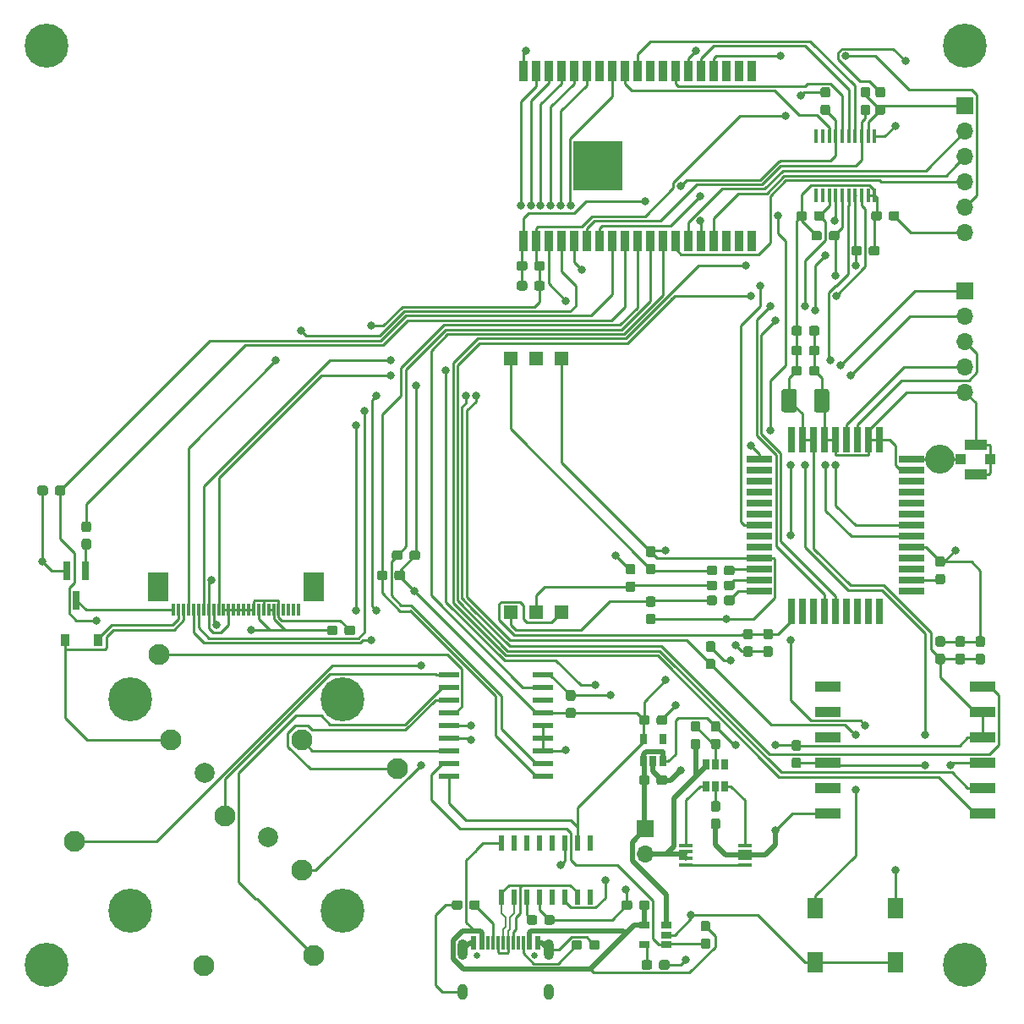
<source format=gbr>
G04 #@! TF.GenerationSoftware,KiCad,Pcbnew,(5.1.0-0)*
G04 #@! TF.CreationDate,2019-04-19T23:51:09-04:00*
G04 #@! TF.ProjectId,thingb-eval-hw,7468696e-6762-42d6-9576-616c2d68772e,rev?*
G04 #@! TF.SameCoordinates,Original*
G04 #@! TF.FileFunction,Copper,L1,Top*
G04 #@! TF.FilePolarity,Positive*
%FSLAX46Y46*%
G04 Gerber Fmt 4.6, Leading zero omitted, Abs format (unit mm)*
G04 Created by KiCad (PCBNEW (5.1.0-0)) date 2019-04-19 23:51:09*
%MOMM*%
%LPD*%
G04 APERTURE LIST*
%ADD10R,0.900000X2.000000*%
%ADD11R,5.000000X5.000000*%
%ADD12C,0.700000*%
%ADD13C,4.400000*%
%ADD14C,0.650000*%
%ADD15R,0.300000X1.450000*%
%ADD16R,0.600000X1.450000*%
%ADD17O,1.000000X1.600000*%
%ADD18O,1.000000X2.100000*%
%ADD19R,2.200000X1.050000*%
%ADD20R,1.000000X1.000000*%
%ADD21R,1.700000X1.700000*%
%ADD22O,1.700000X1.700000*%
%ADD23C,0.100000*%
%ADD24C,0.950000*%
%ADD25C,1.500000*%
%ADD26R,1.350000X1.390000*%
%ADD27R,0.800000X1.900000*%
%ADD28R,1.450000X0.450000*%
%ADD29C,2.000000*%
%ADD30C,2.100000*%
%ADD31R,2.000000X0.600000*%
%ADD32R,0.650000X1.060000*%
%ADD33R,0.450000X1.450000*%
%ADD34R,2.000000X3.000000*%
%ADD35R,0.300000X1.250000*%
%ADD36R,2.500000X1.000000*%
%ADD37R,1.060000X0.650000*%
%ADD38R,0.600000X1.500000*%
%ADD39R,2.500000X0.700000*%
%ADD40R,0.700000X2.500000*%
%ADD41R,0.900000X1.200000*%
%ADD42R,1.600000X2.000000*%
%ADD43C,0.800000*%
%ADD44C,0.250000*%
%ADD45C,0.500000*%
%ADD46C,2.915000*%
%ADD47C,0.200000*%
G04 APERTURE END LIST*
D10*
X101745000Y-56500000D03*
X103015000Y-56500000D03*
X104285000Y-56500000D03*
X105555000Y-56500000D03*
X106825000Y-56500000D03*
X108095000Y-56500000D03*
X109365000Y-56500000D03*
X110635000Y-56500000D03*
X111905000Y-56500000D03*
X113175000Y-56500000D03*
X114445000Y-56500000D03*
X115715000Y-56500000D03*
X116985000Y-56500000D03*
X118255000Y-56500000D03*
X119525000Y-56491000D03*
X120795000Y-56491000D03*
X122065000Y-56491000D03*
X123335000Y-56491000D03*
X124605000Y-56491000D03*
X124605000Y-73509000D03*
X123335000Y-73509000D03*
X122065000Y-73509000D03*
X120795000Y-73509000D03*
X119525000Y-73509000D03*
X118255000Y-73500000D03*
X116985000Y-73500000D03*
X115715000Y-73500000D03*
X114445000Y-73500000D03*
X113175000Y-73500000D03*
X111905000Y-73500000D03*
X110635000Y-73500000D03*
X109365000Y-73500000D03*
X108095000Y-73500000D03*
X106825000Y-73500000D03*
X105555000Y-73500000D03*
X104285000Y-73500000D03*
X103015000Y-73500000D03*
X101745000Y-73500000D03*
D11*
X109245000Y-66000000D03*
D12*
X147166726Y-52833274D03*
X146000000Y-52350000D03*
X144833274Y-52833274D03*
X144350000Y-54000000D03*
X144833274Y-55166726D03*
X146000000Y-55650000D03*
X147166726Y-55166726D03*
X147650000Y-54000000D03*
D13*
X146000000Y-54000000D03*
D12*
X55166726Y-52833274D03*
X54000000Y-52350000D03*
X52833274Y-52833274D03*
X52350000Y-54000000D03*
X52833274Y-55166726D03*
X54000000Y-55650000D03*
X55166726Y-55166726D03*
X55650000Y-54000000D03*
D13*
X54000000Y-54000000D03*
D12*
X55166726Y-144833274D03*
X54000000Y-144350000D03*
X52833274Y-144833274D03*
X52350000Y-146000000D03*
X52833274Y-147166726D03*
X54000000Y-147650000D03*
X55166726Y-147166726D03*
X55650000Y-146000000D03*
D13*
X54000000Y-146000000D03*
D12*
X147166726Y-144833274D03*
X146000000Y-144350000D03*
X144833274Y-144833274D03*
X144350000Y-146000000D03*
X144833274Y-147166726D03*
X146000000Y-147650000D03*
X147166726Y-147166726D03*
X147650000Y-146000000D03*
D13*
X146000000Y-146000000D03*
D14*
X102890000Y-145030000D03*
X97110000Y-145030000D03*
D15*
X98750000Y-143775000D03*
X99250000Y-143775000D03*
X99750000Y-143775000D03*
X100250000Y-143775000D03*
X100750000Y-143775000D03*
X101250000Y-143775000D03*
X101750000Y-143775000D03*
X98250000Y-143775000D03*
D16*
X103200000Y-143775000D03*
X102400000Y-143775000D03*
X97600000Y-143775000D03*
X96800000Y-143775000D03*
D17*
X95680000Y-148680000D03*
X104320000Y-148680000D03*
D18*
X104320000Y-144500000D03*
X95680000Y-144500000D03*
D19*
X147025000Y-93925000D03*
X147025000Y-96875000D03*
D20*
X148525000Y-95400000D03*
X145525000Y-95400000D03*
D21*
X114000000Y-132400000D03*
D22*
X114000000Y-134940000D03*
D23*
G36*
X101935779Y-75526144D02*
G01*
X101958834Y-75529563D01*
X101981443Y-75535227D01*
X102003387Y-75543079D01*
X102024457Y-75553044D01*
X102044448Y-75565026D01*
X102063168Y-75578910D01*
X102080438Y-75594562D01*
X102096090Y-75611832D01*
X102109974Y-75630552D01*
X102121956Y-75650543D01*
X102131921Y-75671613D01*
X102139773Y-75693557D01*
X102145437Y-75716166D01*
X102148856Y-75739221D01*
X102150000Y-75762500D01*
X102150000Y-76237500D01*
X102148856Y-76260779D01*
X102145437Y-76283834D01*
X102139773Y-76306443D01*
X102131921Y-76328387D01*
X102121956Y-76349457D01*
X102109974Y-76369448D01*
X102096090Y-76388168D01*
X102080438Y-76405438D01*
X102063168Y-76421090D01*
X102044448Y-76434974D01*
X102024457Y-76446956D01*
X102003387Y-76456921D01*
X101981443Y-76464773D01*
X101958834Y-76470437D01*
X101935779Y-76473856D01*
X101912500Y-76475000D01*
X101337500Y-76475000D01*
X101314221Y-76473856D01*
X101291166Y-76470437D01*
X101268557Y-76464773D01*
X101246613Y-76456921D01*
X101225543Y-76446956D01*
X101205552Y-76434974D01*
X101186832Y-76421090D01*
X101169562Y-76405438D01*
X101153910Y-76388168D01*
X101140026Y-76369448D01*
X101128044Y-76349457D01*
X101118079Y-76328387D01*
X101110227Y-76306443D01*
X101104563Y-76283834D01*
X101101144Y-76260779D01*
X101100000Y-76237500D01*
X101100000Y-75762500D01*
X101101144Y-75739221D01*
X101104563Y-75716166D01*
X101110227Y-75693557D01*
X101118079Y-75671613D01*
X101128044Y-75650543D01*
X101140026Y-75630552D01*
X101153910Y-75611832D01*
X101169562Y-75594562D01*
X101186832Y-75578910D01*
X101205552Y-75565026D01*
X101225543Y-75553044D01*
X101246613Y-75543079D01*
X101268557Y-75535227D01*
X101291166Y-75529563D01*
X101314221Y-75526144D01*
X101337500Y-75525000D01*
X101912500Y-75525000D01*
X101935779Y-75526144D01*
X101935779Y-75526144D01*
G37*
D24*
X101625000Y-76000000D03*
D23*
G36*
X103685779Y-75526144D02*
G01*
X103708834Y-75529563D01*
X103731443Y-75535227D01*
X103753387Y-75543079D01*
X103774457Y-75553044D01*
X103794448Y-75565026D01*
X103813168Y-75578910D01*
X103830438Y-75594562D01*
X103846090Y-75611832D01*
X103859974Y-75630552D01*
X103871956Y-75650543D01*
X103881921Y-75671613D01*
X103889773Y-75693557D01*
X103895437Y-75716166D01*
X103898856Y-75739221D01*
X103900000Y-75762500D01*
X103900000Y-76237500D01*
X103898856Y-76260779D01*
X103895437Y-76283834D01*
X103889773Y-76306443D01*
X103881921Y-76328387D01*
X103871956Y-76349457D01*
X103859974Y-76369448D01*
X103846090Y-76388168D01*
X103830438Y-76405438D01*
X103813168Y-76421090D01*
X103794448Y-76434974D01*
X103774457Y-76446956D01*
X103753387Y-76456921D01*
X103731443Y-76464773D01*
X103708834Y-76470437D01*
X103685779Y-76473856D01*
X103662500Y-76475000D01*
X103087500Y-76475000D01*
X103064221Y-76473856D01*
X103041166Y-76470437D01*
X103018557Y-76464773D01*
X102996613Y-76456921D01*
X102975543Y-76446956D01*
X102955552Y-76434974D01*
X102936832Y-76421090D01*
X102919562Y-76405438D01*
X102903910Y-76388168D01*
X102890026Y-76369448D01*
X102878044Y-76349457D01*
X102868079Y-76328387D01*
X102860227Y-76306443D01*
X102854563Y-76283834D01*
X102851144Y-76260779D01*
X102850000Y-76237500D01*
X102850000Y-75762500D01*
X102851144Y-75739221D01*
X102854563Y-75716166D01*
X102860227Y-75693557D01*
X102868079Y-75671613D01*
X102878044Y-75650543D01*
X102890026Y-75630552D01*
X102903910Y-75611832D01*
X102919562Y-75594562D01*
X102936832Y-75578910D01*
X102955552Y-75565026D01*
X102975543Y-75553044D01*
X102996613Y-75543079D01*
X103018557Y-75535227D01*
X103041166Y-75529563D01*
X103064221Y-75526144D01*
X103087500Y-75525000D01*
X103662500Y-75525000D01*
X103685779Y-75526144D01*
X103685779Y-75526144D01*
G37*
D24*
X103375000Y-76000000D03*
D23*
G36*
X103685779Y-77526144D02*
G01*
X103708834Y-77529563D01*
X103731443Y-77535227D01*
X103753387Y-77543079D01*
X103774457Y-77553044D01*
X103794448Y-77565026D01*
X103813168Y-77578910D01*
X103830438Y-77594562D01*
X103846090Y-77611832D01*
X103859974Y-77630552D01*
X103871956Y-77650543D01*
X103881921Y-77671613D01*
X103889773Y-77693557D01*
X103895437Y-77716166D01*
X103898856Y-77739221D01*
X103900000Y-77762500D01*
X103900000Y-78237500D01*
X103898856Y-78260779D01*
X103895437Y-78283834D01*
X103889773Y-78306443D01*
X103881921Y-78328387D01*
X103871956Y-78349457D01*
X103859974Y-78369448D01*
X103846090Y-78388168D01*
X103830438Y-78405438D01*
X103813168Y-78421090D01*
X103794448Y-78434974D01*
X103774457Y-78446956D01*
X103753387Y-78456921D01*
X103731443Y-78464773D01*
X103708834Y-78470437D01*
X103685779Y-78473856D01*
X103662500Y-78475000D01*
X103087500Y-78475000D01*
X103064221Y-78473856D01*
X103041166Y-78470437D01*
X103018557Y-78464773D01*
X102996613Y-78456921D01*
X102975543Y-78446956D01*
X102955552Y-78434974D01*
X102936832Y-78421090D01*
X102919562Y-78405438D01*
X102903910Y-78388168D01*
X102890026Y-78369448D01*
X102878044Y-78349457D01*
X102868079Y-78328387D01*
X102860227Y-78306443D01*
X102854563Y-78283834D01*
X102851144Y-78260779D01*
X102850000Y-78237500D01*
X102850000Y-77762500D01*
X102851144Y-77739221D01*
X102854563Y-77716166D01*
X102860227Y-77693557D01*
X102868079Y-77671613D01*
X102878044Y-77650543D01*
X102890026Y-77630552D01*
X102903910Y-77611832D01*
X102919562Y-77594562D01*
X102936832Y-77578910D01*
X102955552Y-77565026D01*
X102975543Y-77553044D01*
X102996613Y-77543079D01*
X103018557Y-77535227D01*
X103041166Y-77529563D01*
X103064221Y-77526144D01*
X103087500Y-77525000D01*
X103662500Y-77525000D01*
X103685779Y-77526144D01*
X103685779Y-77526144D01*
G37*
D24*
X103375000Y-78000000D03*
D23*
G36*
X101935779Y-77526144D02*
G01*
X101958834Y-77529563D01*
X101981443Y-77535227D01*
X102003387Y-77543079D01*
X102024457Y-77553044D01*
X102044448Y-77565026D01*
X102063168Y-77578910D01*
X102080438Y-77594562D01*
X102096090Y-77611832D01*
X102109974Y-77630552D01*
X102121956Y-77650543D01*
X102131921Y-77671613D01*
X102139773Y-77693557D01*
X102145437Y-77716166D01*
X102148856Y-77739221D01*
X102150000Y-77762500D01*
X102150000Y-78237500D01*
X102148856Y-78260779D01*
X102145437Y-78283834D01*
X102139773Y-78306443D01*
X102131921Y-78328387D01*
X102121956Y-78349457D01*
X102109974Y-78369448D01*
X102096090Y-78388168D01*
X102080438Y-78405438D01*
X102063168Y-78421090D01*
X102044448Y-78434974D01*
X102024457Y-78446956D01*
X102003387Y-78456921D01*
X101981443Y-78464773D01*
X101958834Y-78470437D01*
X101935779Y-78473856D01*
X101912500Y-78475000D01*
X101337500Y-78475000D01*
X101314221Y-78473856D01*
X101291166Y-78470437D01*
X101268557Y-78464773D01*
X101246613Y-78456921D01*
X101225543Y-78446956D01*
X101205552Y-78434974D01*
X101186832Y-78421090D01*
X101169562Y-78405438D01*
X101153910Y-78388168D01*
X101140026Y-78369448D01*
X101128044Y-78349457D01*
X101118079Y-78328387D01*
X101110227Y-78306443D01*
X101104563Y-78283834D01*
X101101144Y-78260779D01*
X101100000Y-78237500D01*
X101100000Y-77762500D01*
X101101144Y-77739221D01*
X101104563Y-77716166D01*
X101110227Y-77693557D01*
X101118079Y-77671613D01*
X101128044Y-77650543D01*
X101140026Y-77630552D01*
X101153910Y-77611832D01*
X101169562Y-77594562D01*
X101186832Y-77578910D01*
X101205552Y-77565026D01*
X101225543Y-77553044D01*
X101246613Y-77543079D01*
X101268557Y-77535227D01*
X101291166Y-77529563D01*
X101314221Y-77526144D01*
X101337500Y-77525000D01*
X101912500Y-77525000D01*
X101935779Y-77526144D01*
X101935779Y-77526144D01*
G37*
D24*
X101625000Y-78000000D03*
D23*
G36*
X106760779Y-118501144D02*
G01*
X106783834Y-118504563D01*
X106806443Y-118510227D01*
X106828387Y-118518079D01*
X106849457Y-118528044D01*
X106869448Y-118540026D01*
X106888168Y-118553910D01*
X106905438Y-118569562D01*
X106921090Y-118586832D01*
X106934974Y-118605552D01*
X106946956Y-118625543D01*
X106956921Y-118646613D01*
X106964773Y-118668557D01*
X106970437Y-118691166D01*
X106973856Y-118714221D01*
X106975000Y-118737500D01*
X106975000Y-119312500D01*
X106973856Y-119335779D01*
X106970437Y-119358834D01*
X106964773Y-119381443D01*
X106956921Y-119403387D01*
X106946956Y-119424457D01*
X106934974Y-119444448D01*
X106921090Y-119463168D01*
X106905438Y-119480438D01*
X106888168Y-119496090D01*
X106869448Y-119509974D01*
X106849457Y-119521956D01*
X106828387Y-119531921D01*
X106806443Y-119539773D01*
X106783834Y-119545437D01*
X106760779Y-119548856D01*
X106737500Y-119550000D01*
X106262500Y-119550000D01*
X106239221Y-119548856D01*
X106216166Y-119545437D01*
X106193557Y-119539773D01*
X106171613Y-119531921D01*
X106150543Y-119521956D01*
X106130552Y-119509974D01*
X106111832Y-119496090D01*
X106094562Y-119480438D01*
X106078910Y-119463168D01*
X106065026Y-119444448D01*
X106053044Y-119424457D01*
X106043079Y-119403387D01*
X106035227Y-119381443D01*
X106029563Y-119358834D01*
X106026144Y-119335779D01*
X106025000Y-119312500D01*
X106025000Y-118737500D01*
X106026144Y-118714221D01*
X106029563Y-118691166D01*
X106035227Y-118668557D01*
X106043079Y-118646613D01*
X106053044Y-118625543D01*
X106065026Y-118605552D01*
X106078910Y-118586832D01*
X106094562Y-118569562D01*
X106111832Y-118553910D01*
X106130552Y-118540026D01*
X106150543Y-118528044D01*
X106171613Y-118518079D01*
X106193557Y-118510227D01*
X106216166Y-118504563D01*
X106239221Y-118501144D01*
X106262500Y-118500000D01*
X106737500Y-118500000D01*
X106760779Y-118501144D01*
X106760779Y-118501144D01*
G37*
D24*
X106500000Y-119025000D03*
D23*
G36*
X106760779Y-120251144D02*
G01*
X106783834Y-120254563D01*
X106806443Y-120260227D01*
X106828387Y-120268079D01*
X106849457Y-120278044D01*
X106869448Y-120290026D01*
X106888168Y-120303910D01*
X106905438Y-120319562D01*
X106921090Y-120336832D01*
X106934974Y-120355552D01*
X106946956Y-120375543D01*
X106956921Y-120396613D01*
X106964773Y-120418557D01*
X106970437Y-120441166D01*
X106973856Y-120464221D01*
X106975000Y-120487500D01*
X106975000Y-121062500D01*
X106973856Y-121085779D01*
X106970437Y-121108834D01*
X106964773Y-121131443D01*
X106956921Y-121153387D01*
X106946956Y-121174457D01*
X106934974Y-121194448D01*
X106921090Y-121213168D01*
X106905438Y-121230438D01*
X106888168Y-121246090D01*
X106869448Y-121259974D01*
X106849457Y-121271956D01*
X106828387Y-121281921D01*
X106806443Y-121289773D01*
X106783834Y-121295437D01*
X106760779Y-121298856D01*
X106737500Y-121300000D01*
X106262500Y-121300000D01*
X106239221Y-121298856D01*
X106216166Y-121295437D01*
X106193557Y-121289773D01*
X106171613Y-121281921D01*
X106150543Y-121271956D01*
X106130552Y-121259974D01*
X106111832Y-121246090D01*
X106094562Y-121230438D01*
X106078910Y-121213168D01*
X106065026Y-121194448D01*
X106053044Y-121174457D01*
X106043079Y-121153387D01*
X106035227Y-121131443D01*
X106029563Y-121108834D01*
X106026144Y-121085779D01*
X106025000Y-121062500D01*
X106025000Y-120487500D01*
X106026144Y-120464221D01*
X106029563Y-120441166D01*
X106035227Y-120418557D01*
X106043079Y-120396613D01*
X106053044Y-120375543D01*
X106065026Y-120355552D01*
X106078910Y-120336832D01*
X106094562Y-120319562D01*
X106111832Y-120303910D01*
X106130552Y-120290026D01*
X106150543Y-120278044D01*
X106171613Y-120268079D01*
X106193557Y-120260227D01*
X106216166Y-120254563D01*
X106239221Y-120251144D01*
X106262500Y-120250000D01*
X106737500Y-120250000D01*
X106760779Y-120251144D01*
X106760779Y-120251144D01*
G37*
D24*
X106500000Y-120775000D03*
D23*
G36*
X115935779Y-127026144D02*
G01*
X115958834Y-127029563D01*
X115981443Y-127035227D01*
X116003387Y-127043079D01*
X116024457Y-127053044D01*
X116044448Y-127065026D01*
X116063168Y-127078910D01*
X116080438Y-127094562D01*
X116096090Y-127111832D01*
X116109974Y-127130552D01*
X116121956Y-127150543D01*
X116131921Y-127171613D01*
X116139773Y-127193557D01*
X116145437Y-127216166D01*
X116148856Y-127239221D01*
X116150000Y-127262500D01*
X116150000Y-127737500D01*
X116148856Y-127760779D01*
X116145437Y-127783834D01*
X116139773Y-127806443D01*
X116131921Y-127828387D01*
X116121956Y-127849457D01*
X116109974Y-127869448D01*
X116096090Y-127888168D01*
X116080438Y-127905438D01*
X116063168Y-127921090D01*
X116044448Y-127934974D01*
X116024457Y-127946956D01*
X116003387Y-127956921D01*
X115981443Y-127964773D01*
X115958834Y-127970437D01*
X115935779Y-127973856D01*
X115912500Y-127975000D01*
X115337500Y-127975000D01*
X115314221Y-127973856D01*
X115291166Y-127970437D01*
X115268557Y-127964773D01*
X115246613Y-127956921D01*
X115225543Y-127946956D01*
X115205552Y-127934974D01*
X115186832Y-127921090D01*
X115169562Y-127905438D01*
X115153910Y-127888168D01*
X115140026Y-127869448D01*
X115128044Y-127849457D01*
X115118079Y-127828387D01*
X115110227Y-127806443D01*
X115104563Y-127783834D01*
X115101144Y-127760779D01*
X115100000Y-127737500D01*
X115100000Y-127262500D01*
X115101144Y-127239221D01*
X115104563Y-127216166D01*
X115110227Y-127193557D01*
X115118079Y-127171613D01*
X115128044Y-127150543D01*
X115140026Y-127130552D01*
X115153910Y-127111832D01*
X115169562Y-127094562D01*
X115186832Y-127078910D01*
X115205552Y-127065026D01*
X115225543Y-127053044D01*
X115246613Y-127043079D01*
X115268557Y-127035227D01*
X115291166Y-127029563D01*
X115314221Y-127026144D01*
X115337500Y-127025000D01*
X115912500Y-127025000D01*
X115935779Y-127026144D01*
X115935779Y-127026144D01*
G37*
D24*
X115625000Y-127500000D03*
D23*
G36*
X114185779Y-127026144D02*
G01*
X114208834Y-127029563D01*
X114231443Y-127035227D01*
X114253387Y-127043079D01*
X114274457Y-127053044D01*
X114294448Y-127065026D01*
X114313168Y-127078910D01*
X114330438Y-127094562D01*
X114346090Y-127111832D01*
X114359974Y-127130552D01*
X114371956Y-127150543D01*
X114381921Y-127171613D01*
X114389773Y-127193557D01*
X114395437Y-127216166D01*
X114398856Y-127239221D01*
X114400000Y-127262500D01*
X114400000Y-127737500D01*
X114398856Y-127760779D01*
X114395437Y-127783834D01*
X114389773Y-127806443D01*
X114381921Y-127828387D01*
X114371956Y-127849457D01*
X114359974Y-127869448D01*
X114346090Y-127888168D01*
X114330438Y-127905438D01*
X114313168Y-127921090D01*
X114294448Y-127934974D01*
X114274457Y-127946956D01*
X114253387Y-127956921D01*
X114231443Y-127964773D01*
X114208834Y-127970437D01*
X114185779Y-127973856D01*
X114162500Y-127975000D01*
X113587500Y-127975000D01*
X113564221Y-127973856D01*
X113541166Y-127970437D01*
X113518557Y-127964773D01*
X113496613Y-127956921D01*
X113475543Y-127946956D01*
X113455552Y-127934974D01*
X113436832Y-127921090D01*
X113419562Y-127905438D01*
X113403910Y-127888168D01*
X113390026Y-127869448D01*
X113378044Y-127849457D01*
X113368079Y-127828387D01*
X113360227Y-127806443D01*
X113354563Y-127783834D01*
X113351144Y-127760779D01*
X113350000Y-127737500D01*
X113350000Y-127262500D01*
X113351144Y-127239221D01*
X113354563Y-127216166D01*
X113360227Y-127193557D01*
X113368079Y-127171613D01*
X113378044Y-127150543D01*
X113390026Y-127130552D01*
X113403910Y-127111832D01*
X113419562Y-127094562D01*
X113436832Y-127078910D01*
X113455552Y-127065026D01*
X113475543Y-127053044D01*
X113496613Y-127043079D01*
X113518557Y-127035227D01*
X113541166Y-127029563D01*
X113564221Y-127026144D01*
X113587500Y-127025000D01*
X114162500Y-127025000D01*
X114185779Y-127026144D01*
X114185779Y-127026144D01*
G37*
D24*
X113875000Y-127500000D03*
D23*
G36*
X137760779Y-59851144D02*
G01*
X137783834Y-59854563D01*
X137806443Y-59860227D01*
X137828387Y-59868079D01*
X137849457Y-59878044D01*
X137869448Y-59890026D01*
X137888168Y-59903910D01*
X137905438Y-59919562D01*
X137921090Y-59936832D01*
X137934974Y-59955552D01*
X137946956Y-59975543D01*
X137956921Y-59996613D01*
X137964773Y-60018557D01*
X137970437Y-60041166D01*
X137973856Y-60064221D01*
X137975000Y-60087500D01*
X137975000Y-60662500D01*
X137973856Y-60685779D01*
X137970437Y-60708834D01*
X137964773Y-60731443D01*
X137956921Y-60753387D01*
X137946956Y-60774457D01*
X137934974Y-60794448D01*
X137921090Y-60813168D01*
X137905438Y-60830438D01*
X137888168Y-60846090D01*
X137869448Y-60859974D01*
X137849457Y-60871956D01*
X137828387Y-60881921D01*
X137806443Y-60889773D01*
X137783834Y-60895437D01*
X137760779Y-60898856D01*
X137737500Y-60900000D01*
X137262500Y-60900000D01*
X137239221Y-60898856D01*
X137216166Y-60895437D01*
X137193557Y-60889773D01*
X137171613Y-60881921D01*
X137150543Y-60871956D01*
X137130552Y-60859974D01*
X137111832Y-60846090D01*
X137094562Y-60830438D01*
X137078910Y-60813168D01*
X137065026Y-60794448D01*
X137053044Y-60774457D01*
X137043079Y-60753387D01*
X137035227Y-60731443D01*
X137029563Y-60708834D01*
X137026144Y-60685779D01*
X137025000Y-60662500D01*
X137025000Y-60087500D01*
X137026144Y-60064221D01*
X137029563Y-60041166D01*
X137035227Y-60018557D01*
X137043079Y-59996613D01*
X137053044Y-59975543D01*
X137065026Y-59955552D01*
X137078910Y-59936832D01*
X137094562Y-59919562D01*
X137111832Y-59903910D01*
X137130552Y-59890026D01*
X137150543Y-59878044D01*
X137171613Y-59868079D01*
X137193557Y-59860227D01*
X137216166Y-59854563D01*
X137239221Y-59851144D01*
X137262500Y-59850000D01*
X137737500Y-59850000D01*
X137760779Y-59851144D01*
X137760779Y-59851144D01*
G37*
D24*
X137500000Y-60375000D03*
D23*
G36*
X137760779Y-58101144D02*
G01*
X137783834Y-58104563D01*
X137806443Y-58110227D01*
X137828387Y-58118079D01*
X137849457Y-58128044D01*
X137869448Y-58140026D01*
X137888168Y-58153910D01*
X137905438Y-58169562D01*
X137921090Y-58186832D01*
X137934974Y-58205552D01*
X137946956Y-58225543D01*
X137956921Y-58246613D01*
X137964773Y-58268557D01*
X137970437Y-58291166D01*
X137973856Y-58314221D01*
X137975000Y-58337500D01*
X137975000Y-58912500D01*
X137973856Y-58935779D01*
X137970437Y-58958834D01*
X137964773Y-58981443D01*
X137956921Y-59003387D01*
X137946956Y-59024457D01*
X137934974Y-59044448D01*
X137921090Y-59063168D01*
X137905438Y-59080438D01*
X137888168Y-59096090D01*
X137869448Y-59109974D01*
X137849457Y-59121956D01*
X137828387Y-59131921D01*
X137806443Y-59139773D01*
X137783834Y-59145437D01*
X137760779Y-59148856D01*
X137737500Y-59150000D01*
X137262500Y-59150000D01*
X137239221Y-59148856D01*
X137216166Y-59145437D01*
X137193557Y-59139773D01*
X137171613Y-59131921D01*
X137150543Y-59121956D01*
X137130552Y-59109974D01*
X137111832Y-59096090D01*
X137094562Y-59080438D01*
X137078910Y-59063168D01*
X137065026Y-59044448D01*
X137053044Y-59024457D01*
X137043079Y-59003387D01*
X137035227Y-58981443D01*
X137029563Y-58958834D01*
X137026144Y-58935779D01*
X137025000Y-58912500D01*
X137025000Y-58337500D01*
X137026144Y-58314221D01*
X137029563Y-58291166D01*
X137035227Y-58268557D01*
X137043079Y-58246613D01*
X137053044Y-58225543D01*
X137065026Y-58205552D01*
X137078910Y-58186832D01*
X137094562Y-58169562D01*
X137111832Y-58153910D01*
X137130552Y-58140026D01*
X137150543Y-58128044D01*
X137171613Y-58118079D01*
X137193557Y-58110227D01*
X137216166Y-58104563D01*
X137239221Y-58101144D01*
X137262500Y-58100000D01*
X137737500Y-58100000D01*
X137760779Y-58101144D01*
X137760779Y-58101144D01*
G37*
D24*
X137500000Y-58625000D03*
D23*
G36*
X114185779Y-121026144D02*
G01*
X114208834Y-121029563D01*
X114231443Y-121035227D01*
X114253387Y-121043079D01*
X114274457Y-121053044D01*
X114294448Y-121065026D01*
X114313168Y-121078910D01*
X114330438Y-121094562D01*
X114346090Y-121111832D01*
X114359974Y-121130552D01*
X114371956Y-121150543D01*
X114381921Y-121171613D01*
X114389773Y-121193557D01*
X114395437Y-121216166D01*
X114398856Y-121239221D01*
X114400000Y-121262500D01*
X114400000Y-121737500D01*
X114398856Y-121760779D01*
X114395437Y-121783834D01*
X114389773Y-121806443D01*
X114381921Y-121828387D01*
X114371956Y-121849457D01*
X114359974Y-121869448D01*
X114346090Y-121888168D01*
X114330438Y-121905438D01*
X114313168Y-121921090D01*
X114294448Y-121934974D01*
X114274457Y-121946956D01*
X114253387Y-121956921D01*
X114231443Y-121964773D01*
X114208834Y-121970437D01*
X114185779Y-121973856D01*
X114162500Y-121975000D01*
X113587500Y-121975000D01*
X113564221Y-121973856D01*
X113541166Y-121970437D01*
X113518557Y-121964773D01*
X113496613Y-121956921D01*
X113475543Y-121946956D01*
X113455552Y-121934974D01*
X113436832Y-121921090D01*
X113419562Y-121905438D01*
X113403910Y-121888168D01*
X113390026Y-121869448D01*
X113378044Y-121849457D01*
X113368079Y-121828387D01*
X113360227Y-121806443D01*
X113354563Y-121783834D01*
X113351144Y-121760779D01*
X113350000Y-121737500D01*
X113350000Y-121262500D01*
X113351144Y-121239221D01*
X113354563Y-121216166D01*
X113360227Y-121193557D01*
X113368079Y-121171613D01*
X113378044Y-121150543D01*
X113390026Y-121130552D01*
X113403910Y-121111832D01*
X113419562Y-121094562D01*
X113436832Y-121078910D01*
X113455552Y-121065026D01*
X113475543Y-121053044D01*
X113496613Y-121043079D01*
X113518557Y-121035227D01*
X113541166Y-121029563D01*
X113564221Y-121026144D01*
X113587500Y-121025000D01*
X114162500Y-121025000D01*
X114185779Y-121026144D01*
X114185779Y-121026144D01*
G37*
D24*
X113875000Y-121500000D03*
D23*
G36*
X115935779Y-121026144D02*
G01*
X115958834Y-121029563D01*
X115981443Y-121035227D01*
X116003387Y-121043079D01*
X116024457Y-121053044D01*
X116044448Y-121065026D01*
X116063168Y-121078910D01*
X116080438Y-121094562D01*
X116096090Y-121111832D01*
X116109974Y-121130552D01*
X116121956Y-121150543D01*
X116131921Y-121171613D01*
X116139773Y-121193557D01*
X116145437Y-121216166D01*
X116148856Y-121239221D01*
X116150000Y-121262500D01*
X116150000Y-121737500D01*
X116148856Y-121760779D01*
X116145437Y-121783834D01*
X116139773Y-121806443D01*
X116131921Y-121828387D01*
X116121956Y-121849457D01*
X116109974Y-121869448D01*
X116096090Y-121888168D01*
X116080438Y-121905438D01*
X116063168Y-121921090D01*
X116044448Y-121934974D01*
X116024457Y-121946956D01*
X116003387Y-121956921D01*
X115981443Y-121964773D01*
X115958834Y-121970437D01*
X115935779Y-121973856D01*
X115912500Y-121975000D01*
X115337500Y-121975000D01*
X115314221Y-121973856D01*
X115291166Y-121970437D01*
X115268557Y-121964773D01*
X115246613Y-121956921D01*
X115225543Y-121946956D01*
X115205552Y-121934974D01*
X115186832Y-121921090D01*
X115169562Y-121905438D01*
X115153910Y-121888168D01*
X115140026Y-121869448D01*
X115128044Y-121849457D01*
X115118079Y-121828387D01*
X115110227Y-121806443D01*
X115104563Y-121783834D01*
X115101144Y-121760779D01*
X115100000Y-121737500D01*
X115100000Y-121262500D01*
X115101144Y-121239221D01*
X115104563Y-121216166D01*
X115110227Y-121193557D01*
X115118079Y-121171613D01*
X115128044Y-121150543D01*
X115140026Y-121130552D01*
X115153910Y-121111832D01*
X115169562Y-121094562D01*
X115186832Y-121078910D01*
X115205552Y-121065026D01*
X115225543Y-121053044D01*
X115246613Y-121043079D01*
X115268557Y-121035227D01*
X115291166Y-121029563D01*
X115314221Y-121026144D01*
X115337500Y-121025000D01*
X115912500Y-121025000D01*
X115935779Y-121026144D01*
X115935779Y-121026144D01*
G37*
D24*
X115625000Y-121500000D03*
D23*
G36*
X139185779Y-70526144D02*
G01*
X139208834Y-70529563D01*
X139231443Y-70535227D01*
X139253387Y-70543079D01*
X139274457Y-70553044D01*
X139294448Y-70565026D01*
X139313168Y-70578910D01*
X139330438Y-70594562D01*
X139346090Y-70611832D01*
X139359974Y-70630552D01*
X139371956Y-70650543D01*
X139381921Y-70671613D01*
X139389773Y-70693557D01*
X139395437Y-70716166D01*
X139398856Y-70739221D01*
X139400000Y-70762500D01*
X139400000Y-71237500D01*
X139398856Y-71260779D01*
X139395437Y-71283834D01*
X139389773Y-71306443D01*
X139381921Y-71328387D01*
X139371956Y-71349457D01*
X139359974Y-71369448D01*
X139346090Y-71388168D01*
X139330438Y-71405438D01*
X139313168Y-71421090D01*
X139294448Y-71434974D01*
X139274457Y-71446956D01*
X139253387Y-71456921D01*
X139231443Y-71464773D01*
X139208834Y-71470437D01*
X139185779Y-71473856D01*
X139162500Y-71475000D01*
X138587500Y-71475000D01*
X138564221Y-71473856D01*
X138541166Y-71470437D01*
X138518557Y-71464773D01*
X138496613Y-71456921D01*
X138475543Y-71446956D01*
X138455552Y-71434974D01*
X138436832Y-71421090D01*
X138419562Y-71405438D01*
X138403910Y-71388168D01*
X138390026Y-71369448D01*
X138378044Y-71349457D01*
X138368079Y-71328387D01*
X138360227Y-71306443D01*
X138354563Y-71283834D01*
X138351144Y-71260779D01*
X138350000Y-71237500D01*
X138350000Y-70762500D01*
X138351144Y-70739221D01*
X138354563Y-70716166D01*
X138360227Y-70693557D01*
X138368079Y-70671613D01*
X138378044Y-70650543D01*
X138390026Y-70630552D01*
X138403910Y-70611832D01*
X138419562Y-70594562D01*
X138436832Y-70578910D01*
X138455552Y-70565026D01*
X138475543Y-70553044D01*
X138496613Y-70543079D01*
X138518557Y-70535227D01*
X138541166Y-70529563D01*
X138564221Y-70526144D01*
X138587500Y-70525000D01*
X139162500Y-70525000D01*
X139185779Y-70526144D01*
X139185779Y-70526144D01*
G37*
D24*
X138875000Y-71000000D03*
D23*
G36*
X137435779Y-70526144D02*
G01*
X137458834Y-70529563D01*
X137481443Y-70535227D01*
X137503387Y-70543079D01*
X137524457Y-70553044D01*
X137544448Y-70565026D01*
X137563168Y-70578910D01*
X137580438Y-70594562D01*
X137596090Y-70611832D01*
X137609974Y-70630552D01*
X137621956Y-70650543D01*
X137631921Y-70671613D01*
X137639773Y-70693557D01*
X137645437Y-70716166D01*
X137648856Y-70739221D01*
X137650000Y-70762500D01*
X137650000Y-71237500D01*
X137648856Y-71260779D01*
X137645437Y-71283834D01*
X137639773Y-71306443D01*
X137631921Y-71328387D01*
X137621956Y-71349457D01*
X137609974Y-71369448D01*
X137596090Y-71388168D01*
X137580438Y-71405438D01*
X137563168Y-71421090D01*
X137544448Y-71434974D01*
X137524457Y-71446956D01*
X137503387Y-71456921D01*
X137481443Y-71464773D01*
X137458834Y-71470437D01*
X137435779Y-71473856D01*
X137412500Y-71475000D01*
X136837500Y-71475000D01*
X136814221Y-71473856D01*
X136791166Y-71470437D01*
X136768557Y-71464773D01*
X136746613Y-71456921D01*
X136725543Y-71446956D01*
X136705552Y-71434974D01*
X136686832Y-71421090D01*
X136669562Y-71405438D01*
X136653910Y-71388168D01*
X136640026Y-71369448D01*
X136628044Y-71349457D01*
X136618079Y-71328387D01*
X136610227Y-71306443D01*
X136604563Y-71283834D01*
X136601144Y-71260779D01*
X136600000Y-71237500D01*
X136600000Y-70762500D01*
X136601144Y-70739221D01*
X136604563Y-70716166D01*
X136610227Y-70693557D01*
X136618079Y-70671613D01*
X136628044Y-70650543D01*
X136640026Y-70630552D01*
X136653910Y-70611832D01*
X136669562Y-70594562D01*
X136686832Y-70578910D01*
X136705552Y-70565026D01*
X136725543Y-70553044D01*
X136746613Y-70543079D01*
X136768557Y-70535227D01*
X136791166Y-70529563D01*
X136814221Y-70526144D01*
X136837500Y-70525000D01*
X137412500Y-70525000D01*
X137435779Y-70526144D01*
X137435779Y-70526144D01*
G37*
D24*
X137125000Y-71000000D03*
D23*
G36*
X82935779Y-112026144D02*
G01*
X82958834Y-112029563D01*
X82981443Y-112035227D01*
X83003387Y-112043079D01*
X83024457Y-112053044D01*
X83044448Y-112065026D01*
X83063168Y-112078910D01*
X83080438Y-112094562D01*
X83096090Y-112111832D01*
X83109974Y-112130552D01*
X83121956Y-112150543D01*
X83131921Y-112171613D01*
X83139773Y-112193557D01*
X83145437Y-112216166D01*
X83148856Y-112239221D01*
X83150000Y-112262500D01*
X83150000Y-112737500D01*
X83148856Y-112760779D01*
X83145437Y-112783834D01*
X83139773Y-112806443D01*
X83131921Y-112828387D01*
X83121956Y-112849457D01*
X83109974Y-112869448D01*
X83096090Y-112888168D01*
X83080438Y-112905438D01*
X83063168Y-112921090D01*
X83044448Y-112934974D01*
X83024457Y-112946956D01*
X83003387Y-112956921D01*
X82981443Y-112964773D01*
X82958834Y-112970437D01*
X82935779Y-112973856D01*
X82912500Y-112975000D01*
X82337500Y-112975000D01*
X82314221Y-112973856D01*
X82291166Y-112970437D01*
X82268557Y-112964773D01*
X82246613Y-112956921D01*
X82225543Y-112946956D01*
X82205552Y-112934974D01*
X82186832Y-112921090D01*
X82169562Y-112905438D01*
X82153910Y-112888168D01*
X82140026Y-112869448D01*
X82128044Y-112849457D01*
X82118079Y-112828387D01*
X82110227Y-112806443D01*
X82104563Y-112783834D01*
X82101144Y-112760779D01*
X82100000Y-112737500D01*
X82100000Y-112262500D01*
X82101144Y-112239221D01*
X82104563Y-112216166D01*
X82110227Y-112193557D01*
X82118079Y-112171613D01*
X82128044Y-112150543D01*
X82140026Y-112130552D01*
X82153910Y-112111832D01*
X82169562Y-112094562D01*
X82186832Y-112078910D01*
X82205552Y-112065026D01*
X82225543Y-112053044D01*
X82246613Y-112043079D01*
X82268557Y-112035227D01*
X82291166Y-112029563D01*
X82314221Y-112026144D01*
X82337500Y-112025000D01*
X82912500Y-112025000D01*
X82935779Y-112026144D01*
X82935779Y-112026144D01*
G37*
D24*
X82625000Y-112500000D03*
D23*
G36*
X84685779Y-112026144D02*
G01*
X84708834Y-112029563D01*
X84731443Y-112035227D01*
X84753387Y-112043079D01*
X84774457Y-112053044D01*
X84794448Y-112065026D01*
X84813168Y-112078910D01*
X84830438Y-112094562D01*
X84846090Y-112111832D01*
X84859974Y-112130552D01*
X84871956Y-112150543D01*
X84881921Y-112171613D01*
X84889773Y-112193557D01*
X84895437Y-112216166D01*
X84898856Y-112239221D01*
X84900000Y-112262500D01*
X84900000Y-112737500D01*
X84898856Y-112760779D01*
X84895437Y-112783834D01*
X84889773Y-112806443D01*
X84881921Y-112828387D01*
X84871956Y-112849457D01*
X84859974Y-112869448D01*
X84846090Y-112888168D01*
X84830438Y-112905438D01*
X84813168Y-112921090D01*
X84794448Y-112934974D01*
X84774457Y-112946956D01*
X84753387Y-112956921D01*
X84731443Y-112964773D01*
X84708834Y-112970437D01*
X84685779Y-112973856D01*
X84662500Y-112975000D01*
X84087500Y-112975000D01*
X84064221Y-112973856D01*
X84041166Y-112970437D01*
X84018557Y-112964773D01*
X83996613Y-112956921D01*
X83975543Y-112946956D01*
X83955552Y-112934974D01*
X83936832Y-112921090D01*
X83919562Y-112905438D01*
X83903910Y-112888168D01*
X83890026Y-112869448D01*
X83878044Y-112849457D01*
X83868079Y-112828387D01*
X83860227Y-112806443D01*
X83854563Y-112783834D01*
X83851144Y-112760779D01*
X83850000Y-112737500D01*
X83850000Y-112262500D01*
X83851144Y-112239221D01*
X83854563Y-112216166D01*
X83860227Y-112193557D01*
X83868079Y-112171613D01*
X83878044Y-112150543D01*
X83890026Y-112130552D01*
X83903910Y-112111832D01*
X83919562Y-112094562D01*
X83936832Y-112078910D01*
X83955552Y-112065026D01*
X83975543Y-112053044D01*
X83996613Y-112043079D01*
X84018557Y-112035227D01*
X84041166Y-112029563D01*
X84064221Y-112026144D01*
X84087500Y-112025000D01*
X84662500Y-112025000D01*
X84685779Y-112026144D01*
X84685779Y-112026144D01*
G37*
D24*
X84375000Y-112500000D03*
D23*
G36*
X147760779Y-113101144D02*
G01*
X147783834Y-113104563D01*
X147806443Y-113110227D01*
X147828387Y-113118079D01*
X147849457Y-113128044D01*
X147869448Y-113140026D01*
X147888168Y-113153910D01*
X147905438Y-113169562D01*
X147921090Y-113186832D01*
X147934974Y-113205552D01*
X147946956Y-113225543D01*
X147956921Y-113246613D01*
X147964773Y-113268557D01*
X147970437Y-113291166D01*
X147973856Y-113314221D01*
X147975000Y-113337500D01*
X147975000Y-113912500D01*
X147973856Y-113935779D01*
X147970437Y-113958834D01*
X147964773Y-113981443D01*
X147956921Y-114003387D01*
X147946956Y-114024457D01*
X147934974Y-114044448D01*
X147921090Y-114063168D01*
X147905438Y-114080438D01*
X147888168Y-114096090D01*
X147869448Y-114109974D01*
X147849457Y-114121956D01*
X147828387Y-114131921D01*
X147806443Y-114139773D01*
X147783834Y-114145437D01*
X147760779Y-114148856D01*
X147737500Y-114150000D01*
X147262500Y-114150000D01*
X147239221Y-114148856D01*
X147216166Y-114145437D01*
X147193557Y-114139773D01*
X147171613Y-114131921D01*
X147150543Y-114121956D01*
X147130552Y-114109974D01*
X147111832Y-114096090D01*
X147094562Y-114080438D01*
X147078910Y-114063168D01*
X147065026Y-114044448D01*
X147053044Y-114024457D01*
X147043079Y-114003387D01*
X147035227Y-113981443D01*
X147029563Y-113958834D01*
X147026144Y-113935779D01*
X147025000Y-113912500D01*
X147025000Y-113337500D01*
X147026144Y-113314221D01*
X147029563Y-113291166D01*
X147035227Y-113268557D01*
X147043079Y-113246613D01*
X147053044Y-113225543D01*
X147065026Y-113205552D01*
X147078910Y-113186832D01*
X147094562Y-113169562D01*
X147111832Y-113153910D01*
X147130552Y-113140026D01*
X147150543Y-113128044D01*
X147171613Y-113118079D01*
X147193557Y-113110227D01*
X147216166Y-113104563D01*
X147239221Y-113101144D01*
X147262500Y-113100000D01*
X147737500Y-113100000D01*
X147760779Y-113101144D01*
X147760779Y-113101144D01*
G37*
D24*
X147500000Y-113625000D03*
D23*
G36*
X147760779Y-114851144D02*
G01*
X147783834Y-114854563D01*
X147806443Y-114860227D01*
X147828387Y-114868079D01*
X147849457Y-114878044D01*
X147869448Y-114890026D01*
X147888168Y-114903910D01*
X147905438Y-114919562D01*
X147921090Y-114936832D01*
X147934974Y-114955552D01*
X147946956Y-114975543D01*
X147956921Y-114996613D01*
X147964773Y-115018557D01*
X147970437Y-115041166D01*
X147973856Y-115064221D01*
X147975000Y-115087500D01*
X147975000Y-115662500D01*
X147973856Y-115685779D01*
X147970437Y-115708834D01*
X147964773Y-115731443D01*
X147956921Y-115753387D01*
X147946956Y-115774457D01*
X147934974Y-115794448D01*
X147921090Y-115813168D01*
X147905438Y-115830438D01*
X147888168Y-115846090D01*
X147869448Y-115859974D01*
X147849457Y-115871956D01*
X147828387Y-115881921D01*
X147806443Y-115889773D01*
X147783834Y-115895437D01*
X147760779Y-115898856D01*
X147737500Y-115900000D01*
X147262500Y-115900000D01*
X147239221Y-115898856D01*
X147216166Y-115895437D01*
X147193557Y-115889773D01*
X147171613Y-115881921D01*
X147150543Y-115871956D01*
X147130552Y-115859974D01*
X147111832Y-115846090D01*
X147094562Y-115830438D01*
X147078910Y-115813168D01*
X147065026Y-115794448D01*
X147053044Y-115774457D01*
X147043079Y-115753387D01*
X147035227Y-115731443D01*
X147029563Y-115708834D01*
X147026144Y-115685779D01*
X147025000Y-115662500D01*
X147025000Y-115087500D01*
X147026144Y-115064221D01*
X147029563Y-115041166D01*
X147035227Y-115018557D01*
X147043079Y-114996613D01*
X147053044Y-114975543D01*
X147065026Y-114955552D01*
X147078910Y-114936832D01*
X147094562Y-114919562D01*
X147111832Y-114903910D01*
X147130552Y-114890026D01*
X147150543Y-114878044D01*
X147171613Y-114868079D01*
X147193557Y-114860227D01*
X147216166Y-114854563D01*
X147239221Y-114851144D01*
X147262500Y-114850000D01*
X147737500Y-114850000D01*
X147760779Y-114851144D01*
X147760779Y-114851144D01*
G37*
D24*
X147500000Y-115375000D03*
D23*
G36*
X145760779Y-113101144D02*
G01*
X145783834Y-113104563D01*
X145806443Y-113110227D01*
X145828387Y-113118079D01*
X145849457Y-113128044D01*
X145869448Y-113140026D01*
X145888168Y-113153910D01*
X145905438Y-113169562D01*
X145921090Y-113186832D01*
X145934974Y-113205552D01*
X145946956Y-113225543D01*
X145956921Y-113246613D01*
X145964773Y-113268557D01*
X145970437Y-113291166D01*
X145973856Y-113314221D01*
X145975000Y-113337500D01*
X145975000Y-113912500D01*
X145973856Y-113935779D01*
X145970437Y-113958834D01*
X145964773Y-113981443D01*
X145956921Y-114003387D01*
X145946956Y-114024457D01*
X145934974Y-114044448D01*
X145921090Y-114063168D01*
X145905438Y-114080438D01*
X145888168Y-114096090D01*
X145869448Y-114109974D01*
X145849457Y-114121956D01*
X145828387Y-114131921D01*
X145806443Y-114139773D01*
X145783834Y-114145437D01*
X145760779Y-114148856D01*
X145737500Y-114150000D01*
X145262500Y-114150000D01*
X145239221Y-114148856D01*
X145216166Y-114145437D01*
X145193557Y-114139773D01*
X145171613Y-114131921D01*
X145150543Y-114121956D01*
X145130552Y-114109974D01*
X145111832Y-114096090D01*
X145094562Y-114080438D01*
X145078910Y-114063168D01*
X145065026Y-114044448D01*
X145053044Y-114024457D01*
X145043079Y-114003387D01*
X145035227Y-113981443D01*
X145029563Y-113958834D01*
X145026144Y-113935779D01*
X145025000Y-113912500D01*
X145025000Y-113337500D01*
X145026144Y-113314221D01*
X145029563Y-113291166D01*
X145035227Y-113268557D01*
X145043079Y-113246613D01*
X145053044Y-113225543D01*
X145065026Y-113205552D01*
X145078910Y-113186832D01*
X145094562Y-113169562D01*
X145111832Y-113153910D01*
X145130552Y-113140026D01*
X145150543Y-113128044D01*
X145171613Y-113118079D01*
X145193557Y-113110227D01*
X145216166Y-113104563D01*
X145239221Y-113101144D01*
X145262500Y-113100000D01*
X145737500Y-113100000D01*
X145760779Y-113101144D01*
X145760779Y-113101144D01*
G37*
D24*
X145500000Y-113625000D03*
D23*
G36*
X145760779Y-114851144D02*
G01*
X145783834Y-114854563D01*
X145806443Y-114860227D01*
X145828387Y-114868079D01*
X145849457Y-114878044D01*
X145869448Y-114890026D01*
X145888168Y-114903910D01*
X145905438Y-114919562D01*
X145921090Y-114936832D01*
X145934974Y-114955552D01*
X145946956Y-114975543D01*
X145956921Y-114996613D01*
X145964773Y-115018557D01*
X145970437Y-115041166D01*
X145973856Y-115064221D01*
X145975000Y-115087500D01*
X145975000Y-115662500D01*
X145973856Y-115685779D01*
X145970437Y-115708834D01*
X145964773Y-115731443D01*
X145956921Y-115753387D01*
X145946956Y-115774457D01*
X145934974Y-115794448D01*
X145921090Y-115813168D01*
X145905438Y-115830438D01*
X145888168Y-115846090D01*
X145869448Y-115859974D01*
X145849457Y-115871956D01*
X145828387Y-115881921D01*
X145806443Y-115889773D01*
X145783834Y-115895437D01*
X145760779Y-115898856D01*
X145737500Y-115900000D01*
X145262500Y-115900000D01*
X145239221Y-115898856D01*
X145216166Y-115895437D01*
X145193557Y-115889773D01*
X145171613Y-115881921D01*
X145150543Y-115871956D01*
X145130552Y-115859974D01*
X145111832Y-115846090D01*
X145094562Y-115830438D01*
X145078910Y-115813168D01*
X145065026Y-115794448D01*
X145053044Y-115774457D01*
X145043079Y-115753387D01*
X145035227Y-115731443D01*
X145029563Y-115708834D01*
X145026144Y-115685779D01*
X145025000Y-115662500D01*
X145025000Y-115087500D01*
X145026144Y-115064221D01*
X145029563Y-115041166D01*
X145035227Y-115018557D01*
X145043079Y-114996613D01*
X145053044Y-114975543D01*
X145065026Y-114955552D01*
X145078910Y-114936832D01*
X145094562Y-114919562D01*
X145111832Y-114903910D01*
X145130552Y-114890026D01*
X145150543Y-114878044D01*
X145171613Y-114868079D01*
X145193557Y-114860227D01*
X145216166Y-114854563D01*
X145239221Y-114851144D01*
X145262500Y-114850000D01*
X145737500Y-114850000D01*
X145760779Y-114851144D01*
X145760779Y-114851144D01*
G37*
D24*
X145500000Y-115375000D03*
D23*
G36*
X143760779Y-113101144D02*
G01*
X143783834Y-113104563D01*
X143806443Y-113110227D01*
X143828387Y-113118079D01*
X143849457Y-113128044D01*
X143869448Y-113140026D01*
X143888168Y-113153910D01*
X143905438Y-113169562D01*
X143921090Y-113186832D01*
X143934974Y-113205552D01*
X143946956Y-113225543D01*
X143956921Y-113246613D01*
X143964773Y-113268557D01*
X143970437Y-113291166D01*
X143973856Y-113314221D01*
X143975000Y-113337500D01*
X143975000Y-113912500D01*
X143973856Y-113935779D01*
X143970437Y-113958834D01*
X143964773Y-113981443D01*
X143956921Y-114003387D01*
X143946956Y-114024457D01*
X143934974Y-114044448D01*
X143921090Y-114063168D01*
X143905438Y-114080438D01*
X143888168Y-114096090D01*
X143869448Y-114109974D01*
X143849457Y-114121956D01*
X143828387Y-114131921D01*
X143806443Y-114139773D01*
X143783834Y-114145437D01*
X143760779Y-114148856D01*
X143737500Y-114150000D01*
X143262500Y-114150000D01*
X143239221Y-114148856D01*
X143216166Y-114145437D01*
X143193557Y-114139773D01*
X143171613Y-114131921D01*
X143150543Y-114121956D01*
X143130552Y-114109974D01*
X143111832Y-114096090D01*
X143094562Y-114080438D01*
X143078910Y-114063168D01*
X143065026Y-114044448D01*
X143053044Y-114024457D01*
X143043079Y-114003387D01*
X143035227Y-113981443D01*
X143029563Y-113958834D01*
X143026144Y-113935779D01*
X143025000Y-113912500D01*
X143025000Y-113337500D01*
X143026144Y-113314221D01*
X143029563Y-113291166D01*
X143035227Y-113268557D01*
X143043079Y-113246613D01*
X143053044Y-113225543D01*
X143065026Y-113205552D01*
X143078910Y-113186832D01*
X143094562Y-113169562D01*
X143111832Y-113153910D01*
X143130552Y-113140026D01*
X143150543Y-113128044D01*
X143171613Y-113118079D01*
X143193557Y-113110227D01*
X143216166Y-113104563D01*
X143239221Y-113101144D01*
X143262500Y-113100000D01*
X143737500Y-113100000D01*
X143760779Y-113101144D01*
X143760779Y-113101144D01*
G37*
D24*
X143500000Y-113625000D03*
D23*
G36*
X143760779Y-114851144D02*
G01*
X143783834Y-114854563D01*
X143806443Y-114860227D01*
X143828387Y-114868079D01*
X143849457Y-114878044D01*
X143869448Y-114890026D01*
X143888168Y-114903910D01*
X143905438Y-114919562D01*
X143921090Y-114936832D01*
X143934974Y-114955552D01*
X143946956Y-114975543D01*
X143956921Y-114996613D01*
X143964773Y-115018557D01*
X143970437Y-115041166D01*
X143973856Y-115064221D01*
X143975000Y-115087500D01*
X143975000Y-115662500D01*
X143973856Y-115685779D01*
X143970437Y-115708834D01*
X143964773Y-115731443D01*
X143956921Y-115753387D01*
X143946956Y-115774457D01*
X143934974Y-115794448D01*
X143921090Y-115813168D01*
X143905438Y-115830438D01*
X143888168Y-115846090D01*
X143869448Y-115859974D01*
X143849457Y-115871956D01*
X143828387Y-115881921D01*
X143806443Y-115889773D01*
X143783834Y-115895437D01*
X143760779Y-115898856D01*
X143737500Y-115900000D01*
X143262500Y-115900000D01*
X143239221Y-115898856D01*
X143216166Y-115895437D01*
X143193557Y-115889773D01*
X143171613Y-115881921D01*
X143150543Y-115871956D01*
X143130552Y-115859974D01*
X143111832Y-115846090D01*
X143094562Y-115830438D01*
X143078910Y-115813168D01*
X143065026Y-115794448D01*
X143053044Y-115774457D01*
X143043079Y-115753387D01*
X143035227Y-115731443D01*
X143029563Y-115708834D01*
X143026144Y-115685779D01*
X143025000Y-115662500D01*
X143025000Y-115087500D01*
X143026144Y-115064221D01*
X143029563Y-115041166D01*
X143035227Y-115018557D01*
X143043079Y-114996613D01*
X143053044Y-114975543D01*
X143065026Y-114955552D01*
X143078910Y-114936832D01*
X143094562Y-114919562D01*
X143111832Y-114903910D01*
X143130552Y-114890026D01*
X143150543Y-114878044D01*
X143171613Y-114868079D01*
X143193557Y-114860227D01*
X143216166Y-114854563D01*
X143239221Y-114851144D01*
X143262500Y-114850000D01*
X143737500Y-114850000D01*
X143760779Y-114851144D01*
X143760779Y-114851144D01*
G37*
D24*
X143500000Y-115375000D03*
D23*
G36*
X119260779Y-123351144D02*
G01*
X119283834Y-123354563D01*
X119306443Y-123360227D01*
X119328387Y-123368079D01*
X119349457Y-123378044D01*
X119369448Y-123390026D01*
X119388168Y-123403910D01*
X119405438Y-123419562D01*
X119421090Y-123436832D01*
X119434974Y-123455552D01*
X119446956Y-123475543D01*
X119456921Y-123496613D01*
X119464773Y-123518557D01*
X119470437Y-123541166D01*
X119473856Y-123564221D01*
X119475000Y-123587500D01*
X119475000Y-124162500D01*
X119473856Y-124185779D01*
X119470437Y-124208834D01*
X119464773Y-124231443D01*
X119456921Y-124253387D01*
X119446956Y-124274457D01*
X119434974Y-124294448D01*
X119421090Y-124313168D01*
X119405438Y-124330438D01*
X119388168Y-124346090D01*
X119369448Y-124359974D01*
X119349457Y-124371956D01*
X119328387Y-124381921D01*
X119306443Y-124389773D01*
X119283834Y-124395437D01*
X119260779Y-124398856D01*
X119237500Y-124400000D01*
X118762500Y-124400000D01*
X118739221Y-124398856D01*
X118716166Y-124395437D01*
X118693557Y-124389773D01*
X118671613Y-124381921D01*
X118650543Y-124371956D01*
X118630552Y-124359974D01*
X118611832Y-124346090D01*
X118594562Y-124330438D01*
X118578910Y-124313168D01*
X118565026Y-124294448D01*
X118553044Y-124274457D01*
X118543079Y-124253387D01*
X118535227Y-124231443D01*
X118529563Y-124208834D01*
X118526144Y-124185779D01*
X118525000Y-124162500D01*
X118525000Y-123587500D01*
X118526144Y-123564221D01*
X118529563Y-123541166D01*
X118535227Y-123518557D01*
X118543079Y-123496613D01*
X118553044Y-123475543D01*
X118565026Y-123455552D01*
X118578910Y-123436832D01*
X118594562Y-123419562D01*
X118611832Y-123403910D01*
X118630552Y-123390026D01*
X118650543Y-123378044D01*
X118671613Y-123368079D01*
X118693557Y-123360227D01*
X118716166Y-123354563D01*
X118739221Y-123351144D01*
X118762500Y-123350000D01*
X119237500Y-123350000D01*
X119260779Y-123351144D01*
X119260779Y-123351144D01*
G37*
D24*
X119000000Y-123875000D03*
D23*
G36*
X119260779Y-121601144D02*
G01*
X119283834Y-121604563D01*
X119306443Y-121610227D01*
X119328387Y-121618079D01*
X119349457Y-121628044D01*
X119369448Y-121640026D01*
X119388168Y-121653910D01*
X119405438Y-121669562D01*
X119421090Y-121686832D01*
X119434974Y-121705552D01*
X119446956Y-121725543D01*
X119456921Y-121746613D01*
X119464773Y-121768557D01*
X119470437Y-121791166D01*
X119473856Y-121814221D01*
X119475000Y-121837500D01*
X119475000Y-122412500D01*
X119473856Y-122435779D01*
X119470437Y-122458834D01*
X119464773Y-122481443D01*
X119456921Y-122503387D01*
X119446956Y-122524457D01*
X119434974Y-122544448D01*
X119421090Y-122563168D01*
X119405438Y-122580438D01*
X119388168Y-122596090D01*
X119369448Y-122609974D01*
X119349457Y-122621956D01*
X119328387Y-122631921D01*
X119306443Y-122639773D01*
X119283834Y-122645437D01*
X119260779Y-122648856D01*
X119237500Y-122650000D01*
X118762500Y-122650000D01*
X118739221Y-122648856D01*
X118716166Y-122645437D01*
X118693557Y-122639773D01*
X118671613Y-122631921D01*
X118650543Y-122621956D01*
X118630552Y-122609974D01*
X118611832Y-122596090D01*
X118594562Y-122580438D01*
X118578910Y-122563168D01*
X118565026Y-122544448D01*
X118553044Y-122524457D01*
X118543079Y-122503387D01*
X118535227Y-122481443D01*
X118529563Y-122458834D01*
X118526144Y-122435779D01*
X118525000Y-122412500D01*
X118525000Y-121837500D01*
X118526144Y-121814221D01*
X118529563Y-121791166D01*
X118535227Y-121768557D01*
X118543079Y-121746613D01*
X118553044Y-121725543D01*
X118565026Y-121705552D01*
X118578910Y-121686832D01*
X118594562Y-121669562D01*
X118611832Y-121653910D01*
X118630552Y-121640026D01*
X118650543Y-121628044D01*
X118671613Y-121618079D01*
X118693557Y-121610227D01*
X118716166Y-121604563D01*
X118739221Y-121601144D01*
X118762500Y-121600000D01*
X119237500Y-121600000D01*
X119260779Y-121601144D01*
X119260779Y-121601144D01*
G37*
D24*
X119000000Y-122125000D03*
D23*
G36*
X114185779Y-139526144D02*
G01*
X114208834Y-139529563D01*
X114231443Y-139535227D01*
X114253387Y-139543079D01*
X114274457Y-139553044D01*
X114294448Y-139565026D01*
X114313168Y-139578910D01*
X114330438Y-139594562D01*
X114346090Y-139611832D01*
X114359974Y-139630552D01*
X114371956Y-139650543D01*
X114381921Y-139671613D01*
X114389773Y-139693557D01*
X114395437Y-139716166D01*
X114398856Y-139739221D01*
X114400000Y-139762500D01*
X114400000Y-140237500D01*
X114398856Y-140260779D01*
X114395437Y-140283834D01*
X114389773Y-140306443D01*
X114381921Y-140328387D01*
X114371956Y-140349457D01*
X114359974Y-140369448D01*
X114346090Y-140388168D01*
X114330438Y-140405438D01*
X114313168Y-140421090D01*
X114294448Y-140434974D01*
X114274457Y-140446956D01*
X114253387Y-140456921D01*
X114231443Y-140464773D01*
X114208834Y-140470437D01*
X114185779Y-140473856D01*
X114162500Y-140475000D01*
X113587500Y-140475000D01*
X113564221Y-140473856D01*
X113541166Y-140470437D01*
X113518557Y-140464773D01*
X113496613Y-140456921D01*
X113475543Y-140446956D01*
X113455552Y-140434974D01*
X113436832Y-140421090D01*
X113419562Y-140405438D01*
X113403910Y-140388168D01*
X113390026Y-140369448D01*
X113378044Y-140349457D01*
X113368079Y-140328387D01*
X113360227Y-140306443D01*
X113354563Y-140283834D01*
X113351144Y-140260779D01*
X113350000Y-140237500D01*
X113350000Y-139762500D01*
X113351144Y-139739221D01*
X113354563Y-139716166D01*
X113360227Y-139693557D01*
X113368079Y-139671613D01*
X113378044Y-139650543D01*
X113390026Y-139630552D01*
X113403910Y-139611832D01*
X113419562Y-139594562D01*
X113436832Y-139578910D01*
X113455552Y-139565026D01*
X113475543Y-139553044D01*
X113496613Y-139543079D01*
X113518557Y-139535227D01*
X113541166Y-139529563D01*
X113564221Y-139526144D01*
X113587500Y-139525000D01*
X114162500Y-139525000D01*
X114185779Y-139526144D01*
X114185779Y-139526144D01*
G37*
D24*
X113875000Y-140000000D03*
D23*
G36*
X112435779Y-139526144D02*
G01*
X112458834Y-139529563D01*
X112481443Y-139535227D01*
X112503387Y-139543079D01*
X112524457Y-139553044D01*
X112544448Y-139565026D01*
X112563168Y-139578910D01*
X112580438Y-139594562D01*
X112596090Y-139611832D01*
X112609974Y-139630552D01*
X112621956Y-139650543D01*
X112631921Y-139671613D01*
X112639773Y-139693557D01*
X112645437Y-139716166D01*
X112648856Y-139739221D01*
X112650000Y-139762500D01*
X112650000Y-140237500D01*
X112648856Y-140260779D01*
X112645437Y-140283834D01*
X112639773Y-140306443D01*
X112631921Y-140328387D01*
X112621956Y-140349457D01*
X112609974Y-140369448D01*
X112596090Y-140388168D01*
X112580438Y-140405438D01*
X112563168Y-140421090D01*
X112544448Y-140434974D01*
X112524457Y-140446956D01*
X112503387Y-140456921D01*
X112481443Y-140464773D01*
X112458834Y-140470437D01*
X112435779Y-140473856D01*
X112412500Y-140475000D01*
X111837500Y-140475000D01*
X111814221Y-140473856D01*
X111791166Y-140470437D01*
X111768557Y-140464773D01*
X111746613Y-140456921D01*
X111725543Y-140446956D01*
X111705552Y-140434974D01*
X111686832Y-140421090D01*
X111669562Y-140405438D01*
X111653910Y-140388168D01*
X111640026Y-140369448D01*
X111628044Y-140349457D01*
X111618079Y-140328387D01*
X111610227Y-140306443D01*
X111604563Y-140283834D01*
X111601144Y-140260779D01*
X111600000Y-140237500D01*
X111600000Y-139762500D01*
X111601144Y-139739221D01*
X111604563Y-139716166D01*
X111610227Y-139693557D01*
X111618079Y-139671613D01*
X111628044Y-139650543D01*
X111640026Y-139630552D01*
X111653910Y-139611832D01*
X111669562Y-139594562D01*
X111686832Y-139578910D01*
X111705552Y-139565026D01*
X111725543Y-139553044D01*
X111746613Y-139543079D01*
X111768557Y-139535227D01*
X111791166Y-139529563D01*
X111814221Y-139526144D01*
X111837500Y-139525000D01*
X112412500Y-139525000D01*
X112435779Y-139526144D01*
X112435779Y-139526144D01*
G37*
D24*
X112125000Y-140000000D03*
D23*
G36*
X104685779Y-141026144D02*
G01*
X104708834Y-141029563D01*
X104731443Y-141035227D01*
X104753387Y-141043079D01*
X104774457Y-141053044D01*
X104794448Y-141065026D01*
X104813168Y-141078910D01*
X104830438Y-141094562D01*
X104846090Y-141111832D01*
X104859974Y-141130552D01*
X104871956Y-141150543D01*
X104881921Y-141171613D01*
X104889773Y-141193557D01*
X104895437Y-141216166D01*
X104898856Y-141239221D01*
X104900000Y-141262500D01*
X104900000Y-141737500D01*
X104898856Y-141760779D01*
X104895437Y-141783834D01*
X104889773Y-141806443D01*
X104881921Y-141828387D01*
X104871956Y-141849457D01*
X104859974Y-141869448D01*
X104846090Y-141888168D01*
X104830438Y-141905438D01*
X104813168Y-141921090D01*
X104794448Y-141934974D01*
X104774457Y-141946956D01*
X104753387Y-141956921D01*
X104731443Y-141964773D01*
X104708834Y-141970437D01*
X104685779Y-141973856D01*
X104662500Y-141975000D01*
X104087500Y-141975000D01*
X104064221Y-141973856D01*
X104041166Y-141970437D01*
X104018557Y-141964773D01*
X103996613Y-141956921D01*
X103975543Y-141946956D01*
X103955552Y-141934974D01*
X103936832Y-141921090D01*
X103919562Y-141905438D01*
X103903910Y-141888168D01*
X103890026Y-141869448D01*
X103878044Y-141849457D01*
X103868079Y-141828387D01*
X103860227Y-141806443D01*
X103854563Y-141783834D01*
X103851144Y-141760779D01*
X103850000Y-141737500D01*
X103850000Y-141262500D01*
X103851144Y-141239221D01*
X103854563Y-141216166D01*
X103860227Y-141193557D01*
X103868079Y-141171613D01*
X103878044Y-141150543D01*
X103890026Y-141130552D01*
X103903910Y-141111832D01*
X103919562Y-141094562D01*
X103936832Y-141078910D01*
X103955552Y-141065026D01*
X103975543Y-141053044D01*
X103996613Y-141043079D01*
X104018557Y-141035227D01*
X104041166Y-141029563D01*
X104064221Y-141026144D01*
X104087500Y-141025000D01*
X104662500Y-141025000D01*
X104685779Y-141026144D01*
X104685779Y-141026144D01*
G37*
D24*
X104375000Y-141500000D03*
D23*
G36*
X102935779Y-141026144D02*
G01*
X102958834Y-141029563D01*
X102981443Y-141035227D01*
X103003387Y-141043079D01*
X103024457Y-141053044D01*
X103044448Y-141065026D01*
X103063168Y-141078910D01*
X103080438Y-141094562D01*
X103096090Y-141111832D01*
X103109974Y-141130552D01*
X103121956Y-141150543D01*
X103131921Y-141171613D01*
X103139773Y-141193557D01*
X103145437Y-141216166D01*
X103148856Y-141239221D01*
X103150000Y-141262500D01*
X103150000Y-141737500D01*
X103148856Y-141760779D01*
X103145437Y-141783834D01*
X103139773Y-141806443D01*
X103131921Y-141828387D01*
X103121956Y-141849457D01*
X103109974Y-141869448D01*
X103096090Y-141888168D01*
X103080438Y-141905438D01*
X103063168Y-141921090D01*
X103044448Y-141934974D01*
X103024457Y-141946956D01*
X103003387Y-141956921D01*
X102981443Y-141964773D01*
X102958834Y-141970437D01*
X102935779Y-141973856D01*
X102912500Y-141975000D01*
X102337500Y-141975000D01*
X102314221Y-141973856D01*
X102291166Y-141970437D01*
X102268557Y-141964773D01*
X102246613Y-141956921D01*
X102225543Y-141946956D01*
X102205552Y-141934974D01*
X102186832Y-141921090D01*
X102169562Y-141905438D01*
X102153910Y-141888168D01*
X102140026Y-141869448D01*
X102128044Y-141849457D01*
X102118079Y-141828387D01*
X102110227Y-141806443D01*
X102104563Y-141783834D01*
X102101144Y-141760779D01*
X102100000Y-141737500D01*
X102100000Y-141262500D01*
X102101144Y-141239221D01*
X102104563Y-141216166D01*
X102110227Y-141193557D01*
X102118079Y-141171613D01*
X102128044Y-141150543D01*
X102140026Y-141130552D01*
X102153910Y-141111832D01*
X102169562Y-141094562D01*
X102186832Y-141078910D01*
X102205552Y-141065026D01*
X102225543Y-141053044D01*
X102246613Y-141043079D01*
X102268557Y-141035227D01*
X102291166Y-141029563D01*
X102314221Y-141026144D01*
X102337500Y-141025000D01*
X102912500Y-141025000D01*
X102935779Y-141026144D01*
X102935779Y-141026144D01*
G37*
D24*
X102625000Y-141500000D03*
D23*
G36*
X143760779Y-105101144D02*
G01*
X143783834Y-105104563D01*
X143806443Y-105110227D01*
X143828387Y-105118079D01*
X143849457Y-105128044D01*
X143869448Y-105140026D01*
X143888168Y-105153910D01*
X143905438Y-105169562D01*
X143921090Y-105186832D01*
X143934974Y-105205552D01*
X143946956Y-105225543D01*
X143956921Y-105246613D01*
X143964773Y-105268557D01*
X143970437Y-105291166D01*
X143973856Y-105314221D01*
X143975000Y-105337500D01*
X143975000Y-105912500D01*
X143973856Y-105935779D01*
X143970437Y-105958834D01*
X143964773Y-105981443D01*
X143956921Y-106003387D01*
X143946956Y-106024457D01*
X143934974Y-106044448D01*
X143921090Y-106063168D01*
X143905438Y-106080438D01*
X143888168Y-106096090D01*
X143869448Y-106109974D01*
X143849457Y-106121956D01*
X143828387Y-106131921D01*
X143806443Y-106139773D01*
X143783834Y-106145437D01*
X143760779Y-106148856D01*
X143737500Y-106150000D01*
X143262500Y-106150000D01*
X143239221Y-106148856D01*
X143216166Y-106145437D01*
X143193557Y-106139773D01*
X143171613Y-106131921D01*
X143150543Y-106121956D01*
X143130552Y-106109974D01*
X143111832Y-106096090D01*
X143094562Y-106080438D01*
X143078910Y-106063168D01*
X143065026Y-106044448D01*
X143053044Y-106024457D01*
X143043079Y-106003387D01*
X143035227Y-105981443D01*
X143029563Y-105958834D01*
X143026144Y-105935779D01*
X143025000Y-105912500D01*
X143025000Y-105337500D01*
X143026144Y-105314221D01*
X143029563Y-105291166D01*
X143035227Y-105268557D01*
X143043079Y-105246613D01*
X143053044Y-105225543D01*
X143065026Y-105205552D01*
X143078910Y-105186832D01*
X143094562Y-105169562D01*
X143111832Y-105153910D01*
X143130552Y-105140026D01*
X143150543Y-105128044D01*
X143171613Y-105118079D01*
X143193557Y-105110227D01*
X143216166Y-105104563D01*
X143239221Y-105101144D01*
X143262500Y-105100000D01*
X143737500Y-105100000D01*
X143760779Y-105101144D01*
X143760779Y-105101144D01*
G37*
D24*
X143500000Y-105625000D03*
D23*
G36*
X143760779Y-106851144D02*
G01*
X143783834Y-106854563D01*
X143806443Y-106860227D01*
X143828387Y-106868079D01*
X143849457Y-106878044D01*
X143869448Y-106890026D01*
X143888168Y-106903910D01*
X143905438Y-106919562D01*
X143921090Y-106936832D01*
X143934974Y-106955552D01*
X143946956Y-106975543D01*
X143956921Y-106996613D01*
X143964773Y-107018557D01*
X143970437Y-107041166D01*
X143973856Y-107064221D01*
X143975000Y-107087500D01*
X143975000Y-107662500D01*
X143973856Y-107685779D01*
X143970437Y-107708834D01*
X143964773Y-107731443D01*
X143956921Y-107753387D01*
X143946956Y-107774457D01*
X143934974Y-107794448D01*
X143921090Y-107813168D01*
X143905438Y-107830438D01*
X143888168Y-107846090D01*
X143869448Y-107859974D01*
X143849457Y-107871956D01*
X143828387Y-107881921D01*
X143806443Y-107889773D01*
X143783834Y-107895437D01*
X143760779Y-107898856D01*
X143737500Y-107900000D01*
X143262500Y-107900000D01*
X143239221Y-107898856D01*
X143216166Y-107895437D01*
X143193557Y-107889773D01*
X143171613Y-107881921D01*
X143150543Y-107871956D01*
X143130552Y-107859974D01*
X143111832Y-107846090D01*
X143094562Y-107830438D01*
X143078910Y-107813168D01*
X143065026Y-107794448D01*
X143053044Y-107774457D01*
X143043079Y-107753387D01*
X143035227Y-107731443D01*
X143029563Y-107708834D01*
X143026144Y-107685779D01*
X143025000Y-107662500D01*
X143025000Y-107087500D01*
X143026144Y-107064221D01*
X143029563Y-107041166D01*
X143035227Y-107018557D01*
X143043079Y-106996613D01*
X143053044Y-106975543D01*
X143065026Y-106955552D01*
X143078910Y-106936832D01*
X143094562Y-106919562D01*
X143111832Y-106903910D01*
X143130552Y-106890026D01*
X143150543Y-106878044D01*
X143171613Y-106868079D01*
X143193557Y-106860227D01*
X143216166Y-106854563D01*
X143239221Y-106851144D01*
X143262500Y-106850000D01*
X143737500Y-106850000D01*
X143760779Y-106851144D01*
X143760779Y-106851144D01*
G37*
D24*
X143500000Y-107375000D03*
D23*
G36*
X128899504Y-88326204D02*
G01*
X128923773Y-88329804D01*
X128947571Y-88335765D01*
X128970671Y-88344030D01*
X128992849Y-88354520D01*
X129013893Y-88367133D01*
X129033598Y-88381747D01*
X129051777Y-88398223D01*
X129068253Y-88416402D01*
X129082867Y-88436107D01*
X129095480Y-88457151D01*
X129105970Y-88479329D01*
X129114235Y-88502429D01*
X129120196Y-88526227D01*
X129123796Y-88550496D01*
X129125000Y-88575000D01*
X129125000Y-90425000D01*
X129123796Y-90449504D01*
X129120196Y-90473773D01*
X129114235Y-90497571D01*
X129105970Y-90520671D01*
X129095480Y-90542849D01*
X129082867Y-90563893D01*
X129068253Y-90583598D01*
X129051777Y-90601777D01*
X129033598Y-90618253D01*
X129013893Y-90632867D01*
X128992849Y-90645480D01*
X128970671Y-90655970D01*
X128947571Y-90664235D01*
X128923773Y-90670196D01*
X128899504Y-90673796D01*
X128875000Y-90675000D01*
X127875000Y-90675000D01*
X127850496Y-90673796D01*
X127826227Y-90670196D01*
X127802429Y-90664235D01*
X127779329Y-90655970D01*
X127757151Y-90645480D01*
X127736107Y-90632867D01*
X127716402Y-90618253D01*
X127698223Y-90601777D01*
X127681747Y-90583598D01*
X127667133Y-90563893D01*
X127654520Y-90542849D01*
X127644030Y-90520671D01*
X127635765Y-90497571D01*
X127629804Y-90473773D01*
X127626204Y-90449504D01*
X127625000Y-90425000D01*
X127625000Y-88575000D01*
X127626204Y-88550496D01*
X127629804Y-88526227D01*
X127635765Y-88502429D01*
X127644030Y-88479329D01*
X127654520Y-88457151D01*
X127667133Y-88436107D01*
X127681747Y-88416402D01*
X127698223Y-88398223D01*
X127716402Y-88381747D01*
X127736107Y-88367133D01*
X127757151Y-88354520D01*
X127779329Y-88344030D01*
X127802429Y-88335765D01*
X127826227Y-88329804D01*
X127850496Y-88326204D01*
X127875000Y-88325000D01*
X128875000Y-88325000D01*
X128899504Y-88326204D01*
X128899504Y-88326204D01*
G37*
D25*
X128375000Y-89500000D03*
D23*
G36*
X132149504Y-88326204D02*
G01*
X132173773Y-88329804D01*
X132197571Y-88335765D01*
X132220671Y-88344030D01*
X132242849Y-88354520D01*
X132263893Y-88367133D01*
X132283598Y-88381747D01*
X132301777Y-88398223D01*
X132318253Y-88416402D01*
X132332867Y-88436107D01*
X132345480Y-88457151D01*
X132355970Y-88479329D01*
X132364235Y-88502429D01*
X132370196Y-88526227D01*
X132373796Y-88550496D01*
X132375000Y-88575000D01*
X132375000Y-90425000D01*
X132373796Y-90449504D01*
X132370196Y-90473773D01*
X132364235Y-90497571D01*
X132355970Y-90520671D01*
X132345480Y-90542849D01*
X132332867Y-90563893D01*
X132318253Y-90583598D01*
X132301777Y-90601777D01*
X132283598Y-90618253D01*
X132263893Y-90632867D01*
X132242849Y-90645480D01*
X132220671Y-90655970D01*
X132197571Y-90664235D01*
X132173773Y-90670196D01*
X132149504Y-90673796D01*
X132125000Y-90675000D01*
X131125000Y-90675000D01*
X131100496Y-90673796D01*
X131076227Y-90670196D01*
X131052429Y-90664235D01*
X131029329Y-90655970D01*
X131007151Y-90645480D01*
X130986107Y-90632867D01*
X130966402Y-90618253D01*
X130948223Y-90601777D01*
X130931747Y-90583598D01*
X130917133Y-90563893D01*
X130904520Y-90542849D01*
X130894030Y-90520671D01*
X130885765Y-90497571D01*
X130879804Y-90473773D01*
X130876204Y-90449504D01*
X130875000Y-90425000D01*
X130875000Y-88575000D01*
X130876204Y-88550496D01*
X130879804Y-88526227D01*
X130885765Y-88502429D01*
X130894030Y-88479329D01*
X130904520Y-88457151D01*
X130917133Y-88436107D01*
X130931747Y-88416402D01*
X130948223Y-88398223D01*
X130966402Y-88381747D01*
X130986107Y-88367133D01*
X131007151Y-88354520D01*
X131029329Y-88344030D01*
X131052429Y-88335765D01*
X131076227Y-88329804D01*
X131100496Y-88326204D01*
X131125000Y-88325000D01*
X132125000Y-88325000D01*
X132149504Y-88326204D01*
X132149504Y-88326204D01*
G37*
D25*
X131625000Y-89500000D03*
D23*
G36*
X129435779Y-86026144D02*
G01*
X129458834Y-86029563D01*
X129481443Y-86035227D01*
X129503387Y-86043079D01*
X129524457Y-86053044D01*
X129544448Y-86065026D01*
X129563168Y-86078910D01*
X129580438Y-86094562D01*
X129596090Y-86111832D01*
X129609974Y-86130552D01*
X129621956Y-86150543D01*
X129631921Y-86171613D01*
X129639773Y-86193557D01*
X129645437Y-86216166D01*
X129648856Y-86239221D01*
X129650000Y-86262500D01*
X129650000Y-86737500D01*
X129648856Y-86760779D01*
X129645437Y-86783834D01*
X129639773Y-86806443D01*
X129631921Y-86828387D01*
X129621956Y-86849457D01*
X129609974Y-86869448D01*
X129596090Y-86888168D01*
X129580438Y-86905438D01*
X129563168Y-86921090D01*
X129544448Y-86934974D01*
X129524457Y-86946956D01*
X129503387Y-86956921D01*
X129481443Y-86964773D01*
X129458834Y-86970437D01*
X129435779Y-86973856D01*
X129412500Y-86975000D01*
X128837500Y-86975000D01*
X128814221Y-86973856D01*
X128791166Y-86970437D01*
X128768557Y-86964773D01*
X128746613Y-86956921D01*
X128725543Y-86946956D01*
X128705552Y-86934974D01*
X128686832Y-86921090D01*
X128669562Y-86905438D01*
X128653910Y-86888168D01*
X128640026Y-86869448D01*
X128628044Y-86849457D01*
X128618079Y-86828387D01*
X128610227Y-86806443D01*
X128604563Y-86783834D01*
X128601144Y-86760779D01*
X128600000Y-86737500D01*
X128600000Y-86262500D01*
X128601144Y-86239221D01*
X128604563Y-86216166D01*
X128610227Y-86193557D01*
X128618079Y-86171613D01*
X128628044Y-86150543D01*
X128640026Y-86130552D01*
X128653910Y-86111832D01*
X128669562Y-86094562D01*
X128686832Y-86078910D01*
X128705552Y-86065026D01*
X128725543Y-86053044D01*
X128746613Y-86043079D01*
X128768557Y-86035227D01*
X128791166Y-86029563D01*
X128814221Y-86026144D01*
X128837500Y-86025000D01*
X129412500Y-86025000D01*
X129435779Y-86026144D01*
X129435779Y-86026144D01*
G37*
D24*
X129125000Y-86500000D03*
D23*
G36*
X131185779Y-86026144D02*
G01*
X131208834Y-86029563D01*
X131231443Y-86035227D01*
X131253387Y-86043079D01*
X131274457Y-86053044D01*
X131294448Y-86065026D01*
X131313168Y-86078910D01*
X131330438Y-86094562D01*
X131346090Y-86111832D01*
X131359974Y-86130552D01*
X131371956Y-86150543D01*
X131381921Y-86171613D01*
X131389773Y-86193557D01*
X131395437Y-86216166D01*
X131398856Y-86239221D01*
X131400000Y-86262500D01*
X131400000Y-86737500D01*
X131398856Y-86760779D01*
X131395437Y-86783834D01*
X131389773Y-86806443D01*
X131381921Y-86828387D01*
X131371956Y-86849457D01*
X131359974Y-86869448D01*
X131346090Y-86888168D01*
X131330438Y-86905438D01*
X131313168Y-86921090D01*
X131294448Y-86934974D01*
X131274457Y-86946956D01*
X131253387Y-86956921D01*
X131231443Y-86964773D01*
X131208834Y-86970437D01*
X131185779Y-86973856D01*
X131162500Y-86975000D01*
X130587500Y-86975000D01*
X130564221Y-86973856D01*
X130541166Y-86970437D01*
X130518557Y-86964773D01*
X130496613Y-86956921D01*
X130475543Y-86946956D01*
X130455552Y-86934974D01*
X130436832Y-86921090D01*
X130419562Y-86905438D01*
X130403910Y-86888168D01*
X130390026Y-86869448D01*
X130378044Y-86849457D01*
X130368079Y-86828387D01*
X130360227Y-86806443D01*
X130354563Y-86783834D01*
X130351144Y-86760779D01*
X130350000Y-86737500D01*
X130350000Y-86262500D01*
X130351144Y-86239221D01*
X130354563Y-86216166D01*
X130360227Y-86193557D01*
X130368079Y-86171613D01*
X130378044Y-86150543D01*
X130390026Y-86130552D01*
X130403910Y-86111832D01*
X130419562Y-86094562D01*
X130436832Y-86078910D01*
X130455552Y-86065026D01*
X130475543Y-86053044D01*
X130496613Y-86043079D01*
X130518557Y-86035227D01*
X130541166Y-86029563D01*
X130564221Y-86026144D01*
X130587500Y-86025000D01*
X131162500Y-86025000D01*
X131185779Y-86026144D01*
X131185779Y-86026144D01*
G37*
D24*
X130875000Y-86500000D03*
D23*
G36*
X131185779Y-84026144D02*
G01*
X131208834Y-84029563D01*
X131231443Y-84035227D01*
X131253387Y-84043079D01*
X131274457Y-84053044D01*
X131294448Y-84065026D01*
X131313168Y-84078910D01*
X131330438Y-84094562D01*
X131346090Y-84111832D01*
X131359974Y-84130552D01*
X131371956Y-84150543D01*
X131381921Y-84171613D01*
X131389773Y-84193557D01*
X131395437Y-84216166D01*
X131398856Y-84239221D01*
X131400000Y-84262500D01*
X131400000Y-84737500D01*
X131398856Y-84760779D01*
X131395437Y-84783834D01*
X131389773Y-84806443D01*
X131381921Y-84828387D01*
X131371956Y-84849457D01*
X131359974Y-84869448D01*
X131346090Y-84888168D01*
X131330438Y-84905438D01*
X131313168Y-84921090D01*
X131294448Y-84934974D01*
X131274457Y-84946956D01*
X131253387Y-84956921D01*
X131231443Y-84964773D01*
X131208834Y-84970437D01*
X131185779Y-84973856D01*
X131162500Y-84975000D01*
X130587500Y-84975000D01*
X130564221Y-84973856D01*
X130541166Y-84970437D01*
X130518557Y-84964773D01*
X130496613Y-84956921D01*
X130475543Y-84946956D01*
X130455552Y-84934974D01*
X130436832Y-84921090D01*
X130419562Y-84905438D01*
X130403910Y-84888168D01*
X130390026Y-84869448D01*
X130378044Y-84849457D01*
X130368079Y-84828387D01*
X130360227Y-84806443D01*
X130354563Y-84783834D01*
X130351144Y-84760779D01*
X130350000Y-84737500D01*
X130350000Y-84262500D01*
X130351144Y-84239221D01*
X130354563Y-84216166D01*
X130360227Y-84193557D01*
X130368079Y-84171613D01*
X130378044Y-84150543D01*
X130390026Y-84130552D01*
X130403910Y-84111832D01*
X130419562Y-84094562D01*
X130436832Y-84078910D01*
X130455552Y-84065026D01*
X130475543Y-84053044D01*
X130496613Y-84043079D01*
X130518557Y-84035227D01*
X130541166Y-84029563D01*
X130564221Y-84026144D01*
X130587500Y-84025000D01*
X131162500Y-84025000D01*
X131185779Y-84026144D01*
X131185779Y-84026144D01*
G37*
D24*
X130875000Y-84500000D03*
D23*
G36*
X129435779Y-84026144D02*
G01*
X129458834Y-84029563D01*
X129481443Y-84035227D01*
X129503387Y-84043079D01*
X129524457Y-84053044D01*
X129544448Y-84065026D01*
X129563168Y-84078910D01*
X129580438Y-84094562D01*
X129596090Y-84111832D01*
X129609974Y-84130552D01*
X129621956Y-84150543D01*
X129631921Y-84171613D01*
X129639773Y-84193557D01*
X129645437Y-84216166D01*
X129648856Y-84239221D01*
X129650000Y-84262500D01*
X129650000Y-84737500D01*
X129648856Y-84760779D01*
X129645437Y-84783834D01*
X129639773Y-84806443D01*
X129631921Y-84828387D01*
X129621956Y-84849457D01*
X129609974Y-84869448D01*
X129596090Y-84888168D01*
X129580438Y-84905438D01*
X129563168Y-84921090D01*
X129544448Y-84934974D01*
X129524457Y-84946956D01*
X129503387Y-84956921D01*
X129481443Y-84964773D01*
X129458834Y-84970437D01*
X129435779Y-84973856D01*
X129412500Y-84975000D01*
X128837500Y-84975000D01*
X128814221Y-84973856D01*
X128791166Y-84970437D01*
X128768557Y-84964773D01*
X128746613Y-84956921D01*
X128725543Y-84946956D01*
X128705552Y-84934974D01*
X128686832Y-84921090D01*
X128669562Y-84905438D01*
X128653910Y-84888168D01*
X128640026Y-84869448D01*
X128628044Y-84849457D01*
X128618079Y-84828387D01*
X128610227Y-84806443D01*
X128604563Y-84783834D01*
X128601144Y-84760779D01*
X128600000Y-84737500D01*
X128600000Y-84262500D01*
X128601144Y-84239221D01*
X128604563Y-84216166D01*
X128610227Y-84193557D01*
X128618079Y-84171613D01*
X128628044Y-84150543D01*
X128640026Y-84130552D01*
X128653910Y-84111832D01*
X128669562Y-84094562D01*
X128686832Y-84078910D01*
X128705552Y-84065026D01*
X128725543Y-84053044D01*
X128746613Y-84043079D01*
X128768557Y-84035227D01*
X128791166Y-84029563D01*
X128814221Y-84026144D01*
X128837500Y-84025000D01*
X129412500Y-84025000D01*
X129435779Y-84026144D01*
X129435779Y-84026144D01*
G37*
D24*
X129125000Y-84500000D03*
D23*
G36*
X129435779Y-82026144D02*
G01*
X129458834Y-82029563D01*
X129481443Y-82035227D01*
X129503387Y-82043079D01*
X129524457Y-82053044D01*
X129544448Y-82065026D01*
X129563168Y-82078910D01*
X129580438Y-82094562D01*
X129596090Y-82111832D01*
X129609974Y-82130552D01*
X129621956Y-82150543D01*
X129631921Y-82171613D01*
X129639773Y-82193557D01*
X129645437Y-82216166D01*
X129648856Y-82239221D01*
X129650000Y-82262500D01*
X129650000Y-82737500D01*
X129648856Y-82760779D01*
X129645437Y-82783834D01*
X129639773Y-82806443D01*
X129631921Y-82828387D01*
X129621956Y-82849457D01*
X129609974Y-82869448D01*
X129596090Y-82888168D01*
X129580438Y-82905438D01*
X129563168Y-82921090D01*
X129544448Y-82934974D01*
X129524457Y-82946956D01*
X129503387Y-82956921D01*
X129481443Y-82964773D01*
X129458834Y-82970437D01*
X129435779Y-82973856D01*
X129412500Y-82975000D01*
X128837500Y-82975000D01*
X128814221Y-82973856D01*
X128791166Y-82970437D01*
X128768557Y-82964773D01*
X128746613Y-82956921D01*
X128725543Y-82946956D01*
X128705552Y-82934974D01*
X128686832Y-82921090D01*
X128669562Y-82905438D01*
X128653910Y-82888168D01*
X128640026Y-82869448D01*
X128628044Y-82849457D01*
X128618079Y-82828387D01*
X128610227Y-82806443D01*
X128604563Y-82783834D01*
X128601144Y-82760779D01*
X128600000Y-82737500D01*
X128600000Y-82262500D01*
X128601144Y-82239221D01*
X128604563Y-82216166D01*
X128610227Y-82193557D01*
X128618079Y-82171613D01*
X128628044Y-82150543D01*
X128640026Y-82130552D01*
X128653910Y-82111832D01*
X128669562Y-82094562D01*
X128686832Y-82078910D01*
X128705552Y-82065026D01*
X128725543Y-82053044D01*
X128746613Y-82043079D01*
X128768557Y-82035227D01*
X128791166Y-82029563D01*
X128814221Y-82026144D01*
X128837500Y-82025000D01*
X129412500Y-82025000D01*
X129435779Y-82026144D01*
X129435779Y-82026144D01*
G37*
D24*
X129125000Y-82500000D03*
D23*
G36*
X131185779Y-82026144D02*
G01*
X131208834Y-82029563D01*
X131231443Y-82035227D01*
X131253387Y-82043079D01*
X131274457Y-82053044D01*
X131294448Y-82065026D01*
X131313168Y-82078910D01*
X131330438Y-82094562D01*
X131346090Y-82111832D01*
X131359974Y-82130552D01*
X131371956Y-82150543D01*
X131381921Y-82171613D01*
X131389773Y-82193557D01*
X131395437Y-82216166D01*
X131398856Y-82239221D01*
X131400000Y-82262500D01*
X131400000Y-82737500D01*
X131398856Y-82760779D01*
X131395437Y-82783834D01*
X131389773Y-82806443D01*
X131381921Y-82828387D01*
X131371956Y-82849457D01*
X131359974Y-82869448D01*
X131346090Y-82888168D01*
X131330438Y-82905438D01*
X131313168Y-82921090D01*
X131294448Y-82934974D01*
X131274457Y-82946956D01*
X131253387Y-82956921D01*
X131231443Y-82964773D01*
X131208834Y-82970437D01*
X131185779Y-82973856D01*
X131162500Y-82975000D01*
X130587500Y-82975000D01*
X130564221Y-82973856D01*
X130541166Y-82970437D01*
X130518557Y-82964773D01*
X130496613Y-82956921D01*
X130475543Y-82946956D01*
X130455552Y-82934974D01*
X130436832Y-82921090D01*
X130419562Y-82905438D01*
X130403910Y-82888168D01*
X130390026Y-82869448D01*
X130378044Y-82849457D01*
X130368079Y-82828387D01*
X130360227Y-82806443D01*
X130354563Y-82783834D01*
X130351144Y-82760779D01*
X130350000Y-82737500D01*
X130350000Y-82262500D01*
X130351144Y-82239221D01*
X130354563Y-82216166D01*
X130360227Y-82193557D01*
X130368079Y-82171613D01*
X130378044Y-82150543D01*
X130390026Y-82130552D01*
X130403910Y-82111832D01*
X130419562Y-82094562D01*
X130436832Y-82078910D01*
X130455552Y-82065026D01*
X130475543Y-82053044D01*
X130496613Y-82043079D01*
X130518557Y-82035227D01*
X130541166Y-82029563D01*
X130564221Y-82026144D01*
X130587500Y-82025000D01*
X131162500Y-82025000D01*
X131185779Y-82026144D01*
X131185779Y-82026144D01*
G37*
D24*
X130875000Y-82500000D03*
D23*
G36*
X112760779Y-105851144D02*
G01*
X112783834Y-105854563D01*
X112806443Y-105860227D01*
X112828387Y-105868079D01*
X112849457Y-105878044D01*
X112869448Y-105890026D01*
X112888168Y-105903910D01*
X112905438Y-105919562D01*
X112921090Y-105936832D01*
X112934974Y-105955552D01*
X112946956Y-105975543D01*
X112956921Y-105996613D01*
X112964773Y-106018557D01*
X112970437Y-106041166D01*
X112973856Y-106064221D01*
X112975000Y-106087500D01*
X112975000Y-106662500D01*
X112973856Y-106685779D01*
X112970437Y-106708834D01*
X112964773Y-106731443D01*
X112956921Y-106753387D01*
X112946956Y-106774457D01*
X112934974Y-106794448D01*
X112921090Y-106813168D01*
X112905438Y-106830438D01*
X112888168Y-106846090D01*
X112869448Y-106859974D01*
X112849457Y-106871956D01*
X112828387Y-106881921D01*
X112806443Y-106889773D01*
X112783834Y-106895437D01*
X112760779Y-106898856D01*
X112737500Y-106900000D01*
X112262500Y-106900000D01*
X112239221Y-106898856D01*
X112216166Y-106895437D01*
X112193557Y-106889773D01*
X112171613Y-106881921D01*
X112150543Y-106871956D01*
X112130552Y-106859974D01*
X112111832Y-106846090D01*
X112094562Y-106830438D01*
X112078910Y-106813168D01*
X112065026Y-106794448D01*
X112053044Y-106774457D01*
X112043079Y-106753387D01*
X112035227Y-106731443D01*
X112029563Y-106708834D01*
X112026144Y-106685779D01*
X112025000Y-106662500D01*
X112025000Y-106087500D01*
X112026144Y-106064221D01*
X112029563Y-106041166D01*
X112035227Y-106018557D01*
X112043079Y-105996613D01*
X112053044Y-105975543D01*
X112065026Y-105955552D01*
X112078910Y-105936832D01*
X112094562Y-105919562D01*
X112111832Y-105903910D01*
X112130552Y-105890026D01*
X112150543Y-105878044D01*
X112171613Y-105868079D01*
X112193557Y-105860227D01*
X112216166Y-105854563D01*
X112239221Y-105851144D01*
X112262500Y-105850000D01*
X112737500Y-105850000D01*
X112760779Y-105851144D01*
X112760779Y-105851144D01*
G37*
D24*
X112500000Y-106375000D03*
D23*
G36*
X112760779Y-107601144D02*
G01*
X112783834Y-107604563D01*
X112806443Y-107610227D01*
X112828387Y-107618079D01*
X112849457Y-107628044D01*
X112869448Y-107640026D01*
X112888168Y-107653910D01*
X112905438Y-107669562D01*
X112921090Y-107686832D01*
X112934974Y-107705552D01*
X112946956Y-107725543D01*
X112956921Y-107746613D01*
X112964773Y-107768557D01*
X112970437Y-107791166D01*
X112973856Y-107814221D01*
X112975000Y-107837500D01*
X112975000Y-108412500D01*
X112973856Y-108435779D01*
X112970437Y-108458834D01*
X112964773Y-108481443D01*
X112956921Y-108503387D01*
X112946956Y-108524457D01*
X112934974Y-108544448D01*
X112921090Y-108563168D01*
X112905438Y-108580438D01*
X112888168Y-108596090D01*
X112869448Y-108609974D01*
X112849457Y-108621956D01*
X112828387Y-108631921D01*
X112806443Y-108639773D01*
X112783834Y-108645437D01*
X112760779Y-108648856D01*
X112737500Y-108650000D01*
X112262500Y-108650000D01*
X112239221Y-108648856D01*
X112216166Y-108645437D01*
X112193557Y-108639773D01*
X112171613Y-108631921D01*
X112150543Y-108621956D01*
X112130552Y-108609974D01*
X112111832Y-108596090D01*
X112094562Y-108580438D01*
X112078910Y-108563168D01*
X112065026Y-108544448D01*
X112053044Y-108524457D01*
X112043079Y-108503387D01*
X112035227Y-108481443D01*
X112029563Y-108458834D01*
X112026144Y-108435779D01*
X112025000Y-108412500D01*
X112025000Y-107837500D01*
X112026144Y-107814221D01*
X112029563Y-107791166D01*
X112035227Y-107768557D01*
X112043079Y-107746613D01*
X112053044Y-107725543D01*
X112065026Y-107705552D01*
X112078910Y-107686832D01*
X112094562Y-107669562D01*
X112111832Y-107653910D01*
X112130552Y-107640026D01*
X112150543Y-107628044D01*
X112171613Y-107618079D01*
X112193557Y-107610227D01*
X112216166Y-107604563D01*
X112239221Y-107601144D01*
X112262500Y-107600000D01*
X112737500Y-107600000D01*
X112760779Y-107601144D01*
X112760779Y-107601144D01*
G37*
D24*
X112500000Y-108125000D03*
D23*
G36*
X114760779Y-109101144D02*
G01*
X114783834Y-109104563D01*
X114806443Y-109110227D01*
X114828387Y-109118079D01*
X114849457Y-109128044D01*
X114869448Y-109140026D01*
X114888168Y-109153910D01*
X114905438Y-109169562D01*
X114921090Y-109186832D01*
X114934974Y-109205552D01*
X114946956Y-109225543D01*
X114956921Y-109246613D01*
X114964773Y-109268557D01*
X114970437Y-109291166D01*
X114973856Y-109314221D01*
X114975000Y-109337500D01*
X114975000Y-109912500D01*
X114973856Y-109935779D01*
X114970437Y-109958834D01*
X114964773Y-109981443D01*
X114956921Y-110003387D01*
X114946956Y-110024457D01*
X114934974Y-110044448D01*
X114921090Y-110063168D01*
X114905438Y-110080438D01*
X114888168Y-110096090D01*
X114869448Y-110109974D01*
X114849457Y-110121956D01*
X114828387Y-110131921D01*
X114806443Y-110139773D01*
X114783834Y-110145437D01*
X114760779Y-110148856D01*
X114737500Y-110150000D01*
X114262500Y-110150000D01*
X114239221Y-110148856D01*
X114216166Y-110145437D01*
X114193557Y-110139773D01*
X114171613Y-110131921D01*
X114150543Y-110121956D01*
X114130552Y-110109974D01*
X114111832Y-110096090D01*
X114094562Y-110080438D01*
X114078910Y-110063168D01*
X114065026Y-110044448D01*
X114053044Y-110024457D01*
X114043079Y-110003387D01*
X114035227Y-109981443D01*
X114029563Y-109958834D01*
X114026144Y-109935779D01*
X114025000Y-109912500D01*
X114025000Y-109337500D01*
X114026144Y-109314221D01*
X114029563Y-109291166D01*
X114035227Y-109268557D01*
X114043079Y-109246613D01*
X114053044Y-109225543D01*
X114065026Y-109205552D01*
X114078910Y-109186832D01*
X114094562Y-109169562D01*
X114111832Y-109153910D01*
X114130552Y-109140026D01*
X114150543Y-109128044D01*
X114171613Y-109118079D01*
X114193557Y-109110227D01*
X114216166Y-109104563D01*
X114239221Y-109101144D01*
X114262500Y-109100000D01*
X114737500Y-109100000D01*
X114760779Y-109101144D01*
X114760779Y-109101144D01*
G37*
D24*
X114500000Y-109625000D03*
D23*
G36*
X114760779Y-110851144D02*
G01*
X114783834Y-110854563D01*
X114806443Y-110860227D01*
X114828387Y-110868079D01*
X114849457Y-110878044D01*
X114869448Y-110890026D01*
X114888168Y-110903910D01*
X114905438Y-110919562D01*
X114921090Y-110936832D01*
X114934974Y-110955552D01*
X114946956Y-110975543D01*
X114956921Y-110996613D01*
X114964773Y-111018557D01*
X114970437Y-111041166D01*
X114973856Y-111064221D01*
X114975000Y-111087500D01*
X114975000Y-111662500D01*
X114973856Y-111685779D01*
X114970437Y-111708834D01*
X114964773Y-111731443D01*
X114956921Y-111753387D01*
X114946956Y-111774457D01*
X114934974Y-111794448D01*
X114921090Y-111813168D01*
X114905438Y-111830438D01*
X114888168Y-111846090D01*
X114869448Y-111859974D01*
X114849457Y-111871956D01*
X114828387Y-111881921D01*
X114806443Y-111889773D01*
X114783834Y-111895437D01*
X114760779Y-111898856D01*
X114737500Y-111900000D01*
X114262500Y-111900000D01*
X114239221Y-111898856D01*
X114216166Y-111895437D01*
X114193557Y-111889773D01*
X114171613Y-111881921D01*
X114150543Y-111871956D01*
X114130552Y-111859974D01*
X114111832Y-111846090D01*
X114094562Y-111830438D01*
X114078910Y-111813168D01*
X114065026Y-111794448D01*
X114053044Y-111774457D01*
X114043079Y-111753387D01*
X114035227Y-111731443D01*
X114029563Y-111708834D01*
X114026144Y-111685779D01*
X114025000Y-111662500D01*
X114025000Y-111087500D01*
X114026144Y-111064221D01*
X114029563Y-111041166D01*
X114035227Y-111018557D01*
X114043079Y-110996613D01*
X114053044Y-110975543D01*
X114065026Y-110955552D01*
X114078910Y-110936832D01*
X114094562Y-110919562D01*
X114111832Y-110903910D01*
X114130552Y-110890026D01*
X114150543Y-110878044D01*
X114171613Y-110868079D01*
X114193557Y-110860227D01*
X114216166Y-110854563D01*
X114239221Y-110851144D01*
X114262500Y-110850000D01*
X114737500Y-110850000D01*
X114760779Y-110851144D01*
X114760779Y-110851144D01*
G37*
D24*
X114500000Y-111375000D03*
D23*
G36*
X126510779Y-112351144D02*
G01*
X126533834Y-112354563D01*
X126556443Y-112360227D01*
X126578387Y-112368079D01*
X126599457Y-112378044D01*
X126619448Y-112390026D01*
X126638168Y-112403910D01*
X126655438Y-112419562D01*
X126671090Y-112436832D01*
X126684974Y-112455552D01*
X126696956Y-112475543D01*
X126706921Y-112496613D01*
X126714773Y-112518557D01*
X126720437Y-112541166D01*
X126723856Y-112564221D01*
X126725000Y-112587500D01*
X126725000Y-113162500D01*
X126723856Y-113185779D01*
X126720437Y-113208834D01*
X126714773Y-113231443D01*
X126706921Y-113253387D01*
X126696956Y-113274457D01*
X126684974Y-113294448D01*
X126671090Y-113313168D01*
X126655438Y-113330438D01*
X126638168Y-113346090D01*
X126619448Y-113359974D01*
X126599457Y-113371956D01*
X126578387Y-113381921D01*
X126556443Y-113389773D01*
X126533834Y-113395437D01*
X126510779Y-113398856D01*
X126487500Y-113400000D01*
X126012500Y-113400000D01*
X125989221Y-113398856D01*
X125966166Y-113395437D01*
X125943557Y-113389773D01*
X125921613Y-113381921D01*
X125900543Y-113371956D01*
X125880552Y-113359974D01*
X125861832Y-113346090D01*
X125844562Y-113330438D01*
X125828910Y-113313168D01*
X125815026Y-113294448D01*
X125803044Y-113274457D01*
X125793079Y-113253387D01*
X125785227Y-113231443D01*
X125779563Y-113208834D01*
X125776144Y-113185779D01*
X125775000Y-113162500D01*
X125775000Y-112587500D01*
X125776144Y-112564221D01*
X125779563Y-112541166D01*
X125785227Y-112518557D01*
X125793079Y-112496613D01*
X125803044Y-112475543D01*
X125815026Y-112455552D01*
X125828910Y-112436832D01*
X125844562Y-112419562D01*
X125861832Y-112403910D01*
X125880552Y-112390026D01*
X125900543Y-112378044D01*
X125921613Y-112368079D01*
X125943557Y-112360227D01*
X125966166Y-112354563D01*
X125989221Y-112351144D01*
X126012500Y-112350000D01*
X126487500Y-112350000D01*
X126510779Y-112351144D01*
X126510779Y-112351144D01*
G37*
D24*
X126250000Y-112875000D03*
D23*
G36*
X126510779Y-114101144D02*
G01*
X126533834Y-114104563D01*
X126556443Y-114110227D01*
X126578387Y-114118079D01*
X126599457Y-114128044D01*
X126619448Y-114140026D01*
X126638168Y-114153910D01*
X126655438Y-114169562D01*
X126671090Y-114186832D01*
X126684974Y-114205552D01*
X126696956Y-114225543D01*
X126706921Y-114246613D01*
X126714773Y-114268557D01*
X126720437Y-114291166D01*
X126723856Y-114314221D01*
X126725000Y-114337500D01*
X126725000Y-114912500D01*
X126723856Y-114935779D01*
X126720437Y-114958834D01*
X126714773Y-114981443D01*
X126706921Y-115003387D01*
X126696956Y-115024457D01*
X126684974Y-115044448D01*
X126671090Y-115063168D01*
X126655438Y-115080438D01*
X126638168Y-115096090D01*
X126619448Y-115109974D01*
X126599457Y-115121956D01*
X126578387Y-115131921D01*
X126556443Y-115139773D01*
X126533834Y-115145437D01*
X126510779Y-115148856D01*
X126487500Y-115150000D01*
X126012500Y-115150000D01*
X125989221Y-115148856D01*
X125966166Y-115145437D01*
X125943557Y-115139773D01*
X125921613Y-115131921D01*
X125900543Y-115121956D01*
X125880552Y-115109974D01*
X125861832Y-115096090D01*
X125844562Y-115080438D01*
X125828910Y-115063168D01*
X125815026Y-115044448D01*
X125803044Y-115024457D01*
X125793079Y-115003387D01*
X125785227Y-114981443D01*
X125779563Y-114958834D01*
X125776144Y-114935779D01*
X125775000Y-114912500D01*
X125775000Y-114337500D01*
X125776144Y-114314221D01*
X125779563Y-114291166D01*
X125785227Y-114268557D01*
X125793079Y-114246613D01*
X125803044Y-114225543D01*
X125815026Y-114205552D01*
X125828910Y-114186832D01*
X125844562Y-114169562D01*
X125861832Y-114153910D01*
X125880552Y-114140026D01*
X125900543Y-114128044D01*
X125921613Y-114118079D01*
X125943557Y-114110227D01*
X125966166Y-114104563D01*
X125989221Y-114101144D01*
X126012500Y-114100000D01*
X126487500Y-114100000D01*
X126510779Y-114101144D01*
X126510779Y-114101144D01*
G37*
D24*
X126250000Y-114625000D03*
D23*
G36*
X114760779Y-104101144D02*
G01*
X114783834Y-104104563D01*
X114806443Y-104110227D01*
X114828387Y-104118079D01*
X114849457Y-104128044D01*
X114869448Y-104140026D01*
X114888168Y-104153910D01*
X114905438Y-104169562D01*
X114921090Y-104186832D01*
X114934974Y-104205552D01*
X114946956Y-104225543D01*
X114956921Y-104246613D01*
X114964773Y-104268557D01*
X114970437Y-104291166D01*
X114973856Y-104314221D01*
X114975000Y-104337500D01*
X114975000Y-104912500D01*
X114973856Y-104935779D01*
X114970437Y-104958834D01*
X114964773Y-104981443D01*
X114956921Y-105003387D01*
X114946956Y-105024457D01*
X114934974Y-105044448D01*
X114921090Y-105063168D01*
X114905438Y-105080438D01*
X114888168Y-105096090D01*
X114869448Y-105109974D01*
X114849457Y-105121956D01*
X114828387Y-105131921D01*
X114806443Y-105139773D01*
X114783834Y-105145437D01*
X114760779Y-105148856D01*
X114737500Y-105150000D01*
X114262500Y-105150000D01*
X114239221Y-105148856D01*
X114216166Y-105145437D01*
X114193557Y-105139773D01*
X114171613Y-105131921D01*
X114150543Y-105121956D01*
X114130552Y-105109974D01*
X114111832Y-105096090D01*
X114094562Y-105080438D01*
X114078910Y-105063168D01*
X114065026Y-105044448D01*
X114053044Y-105024457D01*
X114043079Y-105003387D01*
X114035227Y-104981443D01*
X114029563Y-104958834D01*
X114026144Y-104935779D01*
X114025000Y-104912500D01*
X114025000Y-104337500D01*
X114026144Y-104314221D01*
X114029563Y-104291166D01*
X114035227Y-104268557D01*
X114043079Y-104246613D01*
X114053044Y-104225543D01*
X114065026Y-104205552D01*
X114078910Y-104186832D01*
X114094562Y-104169562D01*
X114111832Y-104153910D01*
X114130552Y-104140026D01*
X114150543Y-104128044D01*
X114171613Y-104118079D01*
X114193557Y-104110227D01*
X114216166Y-104104563D01*
X114239221Y-104101144D01*
X114262500Y-104100000D01*
X114737500Y-104100000D01*
X114760779Y-104101144D01*
X114760779Y-104101144D01*
G37*
D24*
X114500000Y-104625000D03*
D23*
G36*
X114760779Y-105851144D02*
G01*
X114783834Y-105854563D01*
X114806443Y-105860227D01*
X114828387Y-105868079D01*
X114849457Y-105878044D01*
X114869448Y-105890026D01*
X114888168Y-105903910D01*
X114905438Y-105919562D01*
X114921090Y-105936832D01*
X114934974Y-105955552D01*
X114946956Y-105975543D01*
X114956921Y-105996613D01*
X114964773Y-106018557D01*
X114970437Y-106041166D01*
X114973856Y-106064221D01*
X114975000Y-106087500D01*
X114975000Y-106662500D01*
X114973856Y-106685779D01*
X114970437Y-106708834D01*
X114964773Y-106731443D01*
X114956921Y-106753387D01*
X114946956Y-106774457D01*
X114934974Y-106794448D01*
X114921090Y-106813168D01*
X114905438Y-106830438D01*
X114888168Y-106846090D01*
X114869448Y-106859974D01*
X114849457Y-106871956D01*
X114828387Y-106881921D01*
X114806443Y-106889773D01*
X114783834Y-106895437D01*
X114760779Y-106898856D01*
X114737500Y-106900000D01*
X114262500Y-106900000D01*
X114239221Y-106898856D01*
X114216166Y-106895437D01*
X114193557Y-106889773D01*
X114171613Y-106881921D01*
X114150543Y-106871956D01*
X114130552Y-106859974D01*
X114111832Y-106846090D01*
X114094562Y-106830438D01*
X114078910Y-106813168D01*
X114065026Y-106794448D01*
X114053044Y-106774457D01*
X114043079Y-106753387D01*
X114035227Y-106731443D01*
X114029563Y-106708834D01*
X114026144Y-106685779D01*
X114025000Y-106662500D01*
X114025000Y-106087500D01*
X114026144Y-106064221D01*
X114029563Y-106041166D01*
X114035227Y-106018557D01*
X114043079Y-105996613D01*
X114053044Y-105975543D01*
X114065026Y-105955552D01*
X114078910Y-105936832D01*
X114094562Y-105919562D01*
X114111832Y-105903910D01*
X114130552Y-105890026D01*
X114150543Y-105878044D01*
X114171613Y-105868079D01*
X114193557Y-105860227D01*
X114216166Y-105854563D01*
X114239221Y-105851144D01*
X114262500Y-105850000D01*
X114737500Y-105850000D01*
X114760779Y-105851144D01*
X114760779Y-105851144D01*
G37*
D24*
X114500000Y-106375000D03*
D23*
G36*
X124510779Y-112351144D02*
G01*
X124533834Y-112354563D01*
X124556443Y-112360227D01*
X124578387Y-112368079D01*
X124599457Y-112378044D01*
X124619448Y-112390026D01*
X124638168Y-112403910D01*
X124655438Y-112419562D01*
X124671090Y-112436832D01*
X124684974Y-112455552D01*
X124696956Y-112475543D01*
X124706921Y-112496613D01*
X124714773Y-112518557D01*
X124720437Y-112541166D01*
X124723856Y-112564221D01*
X124725000Y-112587500D01*
X124725000Y-113162500D01*
X124723856Y-113185779D01*
X124720437Y-113208834D01*
X124714773Y-113231443D01*
X124706921Y-113253387D01*
X124696956Y-113274457D01*
X124684974Y-113294448D01*
X124671090Y-113313168D01*
X124655438Y-113330438D01*
X124638168Y-113346090D01*
X124619448Y-113359974D01*
X124599457Y-113371956D01*
X124578387Y-113381921D01*
X124556443Y-113389773D01*
X124533834Y-113395437D01*
X124510779Y-113398856D01*
X124487500Y-113400000D01*
X124012500Y-113400000D01*
X123989221Y-113398856D01*
X123966166Y-113395437D01*
X123943557Y-113389773D01*
X123921613Y-113381921D01*
X123900543Y-113371956D01*
X123880552Y-113359974D01*
X123861832Y-113346090D01*
X123844562Y-113330438D01*
X123828910Y-113313168D01*
X123815026Y-113294448D01*
X123803044Y-113274457D01*
X123793079Y-113253387D01*
X123785227Y-113231443D01*
X123779563Y-113208834D01*
X123776144Y-113185779D01*
X123775000Y-113162500D01*
X123775000Y-112587500D01*
X123776144Y-112564221D01*
X123779563Y-112541166D01*
X123785227Y-112518557D01*
X123793079Y-112496613D01*
X123803044Y-112475543D01*
X123815026Y-112455552D01*
X123828910Y-112436832D01*
X123844562Y-112419562D01*
X123861832Y-112403910D01*
X123880552Y-112390026D01*
X123900543Y-112378044D01*
X123921613Y-112368079D01*
X123943557Y-112360227D01*
X123966166Y-112354563D01*
X123989221Y-112351144D01*
X124012500Y-112350000D01*
X124487500Y-112350000D01*
X124510779Y-112351144D01*
X124510779Y-112351144D01*
G37*
D24*
X124250000Y-112875000D03*
D23*
G36*
X124510779Y-114101144D02*
G01*
X124533834Y-114104563D01*
X124556443Y-114110227D01*
X124578387Y-114118079D01*
X124599457Y-114128044D01*
X124619448Y-114140026D01*
X124638168Y-114153910D01*
X124655438Y-114169562D01*
X124671090Y-114186832D01*
X124684974Y-114205552D01*
X124696956Y-114225543D01*
X124706921Y-114246613D01*
X124714773Y-114268557D01*
X124720437Y-114291166D01*
X124723856Y-114314221D01*
X124725000Y-114337500D01*
X124725000Y-114912500D01*
X124723856Y-114935779D01*
X124720437Y-114958834D01*
X124714773Y-114981443D01*
X124706921Y-115003387D01*
X124696956Y-115024457D01*
X124684974Y-115044448D01*
X124671090Y-115063168D01*
X124655438Y-115080438D01*
X124638168Y-115096090D01*
X124619448Y-115109974D01*
X124599457Y-115121956D01*
X124578387Y-115131921D01*
X124556443Y-115139773D01*
X124533834Y-115145437D01*
X124510779Y-115148856D01*
X124487500Y-115150000D01*
X124012500Y-115150000D01*
X123989221Y-115148856D01*
X123966166Y-115145437D01*
X123943557Y-115139773D01*
X123921613Y-115131921D01*
X123900543Y-115121956D01*
X123880552Y-115109974D01*
X123861832Y-115096090D01*
X123844562Y-115080438D01*
X123828910Y-115063168D01*
X123815026Y-115044448D01*
X123803044Y-115024457D01*
X123793079Y-115003387D01*
X123785227Y-114981443D01*
X123779563Y-114958834D01*
X123776144Y-114935779D01*
X123775000Y-114912500D01*
X123775000Y-114337500D01*
X123776144Y-114314221D01*
X123779563Y-114291166D01*
X123785227Y-114268557D01*
X123793079Y-114246613D01*
X123803044Y-114225543D01*
X123815026Y-114205552D01*
X123828910Y-114186832D01*
X123844562Y-114169562D01*
X123861832Y-114153910D01*
X123880552Y-114140026D01*
X123900543Y-114128044D01*
X123921613Y-114118079D01*
X123943557Y-114110227D01*
X123966166Y-114104563D01*
X123989221Y-114101144D01*
X124012500Y-114100000D01*
X124487500Y-114100000D01*
X124510779Y-114101144D01*
X124510779Y-114101144D01*
G37*
D24*
X124250000Y-114625000D03*
D26*
X103000000Y-110695000D03*
X105540000Y-110695000D03*
X100460000Y-110695000D03*
X100460000Y-85305000D03*
X105540000Y-85305000D03*
X103000000Y-85305000D03*
D27*
X57950000Y-106500000D03*
X56050000Y-106500000D03*
X57000000Y-109500000D03*
D28*
X123950000Y-135975000D03*
X123950000Y-135325000D03*
X123950000Y-134675000D03*
X123950000Y-134025000D03*
X118050000Y-134025000D03*
X118050000Y-134675000D03*
X118050000Y-135325000D03*
X118050000Y-135975000D03*
D23*
G36*
X120760779Y-113601144D02*
G01*
X120783834Y-113604563D01*
X120806443Y-113610227D01*
X120828387Y-113618079D01*
X120849457Y-113628044D01*
X120869448Y-113640026D01*
X120888168Y-113653910D01*
X120905438Y-113669562D01*
X120921090Y-113686832D01*
X120934974Y-113705552D01*
X120946956Y-113725543D01*
X120956921Y-113746613D01*
X120964773Y-113768557D01*
X120970437Y-113791166D01*
X120973856Y-113814221D01*
X120975000Y-113837500D01*
X120975000Y-114412500D01*
X120973856Y-114435779D01*
X120970437Y-114458834D01*
X120964773Y-114481443D01*
X120956921Y-114503387D01*
X120946956Y-114524457D01*
X120934974Y-114544448D01*
X120921090Y-114563168D01*
X120905438Y-114580438D01*
X120888168Y-114596090D01*
X120869448Y-114609974D01*
X120849457Y-114621956D01*
X120828387Y-114631921D01*
X120806443Y-114639773D01*
X120783834Y-114645437D01*
X120760779Y-114648856D01*
X120737500Y-114650000D01*
X120262500Y-114650000D01*
X120239221Y-114648856D01*
X120216166Y-114645437D01*
X120193557Y-114639773D01*
X120171613Y-114631921D01*
X120150543Y-114621956D01*
X120130552Y-114609974D01*
X120111832Y-114596090D01*
X120094562Y-114580438D01*
X120078910Y-114563168D01*
X120065026Y-114544448D01*
X120053044Y-114524457D01*
X120043079Y-114503387D01*
X120035227Y-114481443D01*
X120029563Y-114458834D01*
X120026144Y-114435779D01*
X120025000Y-114412500D01*
X120025000Y-113837500D01*
X120026144Y-113814221D01*
X120029563Y-113791166D01*
X120035227Y-113768557D01*
X120043079Y-113746613D01*
X120053044Y-113725543D01*
X120065026Y-113705552D01*
X120078910Y-113686832D01*
X120094562Y-113669562D01*
X120111832Y-113653910D01*
X120130552Y-113640026D01*
X120150543Y-113628044D01*
X120171613Y-113618079D01*
X120193557Y-113610227D01*
X120216166Y-113604563D01*
X120239221Y-113601144D01*
X120262500Y-113600000D01*
X120737500Y-113600000D01*
X120760779Y-113601144D01*
X120760779Y-113601144D01*
G37*
D24*
X120500000Y-114125000D03*
D23*
G36*
X120760779Y-115351144D02*
G01*
X120783834Y-115354563D01*
X120806443Y-115360227D01*
X120828387Y-115368079D01*
X120849457Y-115378044D01*
X120869448Y-115390026D01*
X120888168Y-115403910D01*
X120905438Y-115419562D01*
X120921090Y-115436832D01*
X120934974Y-115455552D01*
X120946956Y-115475543D01*
X120956921Y-115496613D01*
X120964773Y-115518557D01*
X120970437Y-115541166D01*
X120973856Y-115564221D01*
X120975000Y-115587500D01*
X120975000Y-116162500D01*
X120973856Y-116185779D01*
X120970437Y-116208834D01*
X120964773Y-116231443D01*
X120956921Y-116253387D01*
X120946956Y-116274457D01*
X120934974Y-116294448D01*
X120921090Y-116313168D01*
X120905438Y-116330438D01*
X120888168Y-116346090D01*
X120869448Y-116359974D01*
X120849457Y-116371956D01*
X120828387Y-116381921D01*
X120806443Y-116389773D01*
X120783834Y-116395437D01*
X120760779Y-116398856D01*
X120737500Y-116400000D01*
X120262500Y-116400000D01*
X120239221Y-116398856D01*
X120216166Y-116395437D01*
X120193557Y-116389773D01*
X120171613Y-116381921D01*
X120150543Y-116371956D01*
X120130552Y-116359974D01*
X120111832Y-116346090D01*
X120094562Y-116330438D01*
X120078910Y-116313168D01*
X120065026Y-116294448D01*
X120053044Y-116274457D01*
X120043079Y-116253387D01*
X120035227Y-116231443D01*
X120029563Y-116208834D01*
X120026144Y-116185779D01*
X120025000Y-116162500D01*
X120025000Y-115587500D01*
X120026144Y-115564221D01*
X120029563Y-115541166D01*
X120035227Y-115518557D01*
X120043079Y-115496613D01*
X120053044Y-115475543D01*
X120065026Y-115455552D01*
X120078910Y-115436832D01*
X120094562Y-115419562D01*
X120111832Y-115403910D01*
X120130552Y-115390026D01*
X120150543Y-115378044D01*
X120171613Y-115368079D01*
X120193557Y-115360227D01*
X120216166Y-115354563D01*
X120239221Y-115351144D01*
X120262500Y-115350000D01*
X120737500Y-115350000D01*
X120760779Y-115351144D01*
X120760779Y-115351144D01*
G37*
D24*
X120500000Y-115875000D03*
D23*
G36*
X109185779Y-143526144D02*
G01*
X109208834Y-143529563D01*
X109231443Y-143535227D01*
X109253387Y-143543079D01*
X109274457Y-143553044D01*
X109294448Y-143565026D01*
X109313168Y-143578910D01*
X109330438Y-143594562D01*
X109346090Y-143611832D01*
X109359974Y-143630552D01*
X109371956Y-143650543D01*
X109381921Y-143671613D01*
X109389773Y-143693557D01*
X109395437Y-143716166D01*
X109398856Y-143739221D01*
X109400000Y-143762500D01*
X109400000Y-144237500D01*
X109398856Y-144260779D01*
X109395437Y-144283834D01*
X109389773Y-144306443D01*
X109381921Y-144328387D01*
X109371956Y-144349457D01*
X109359974Y-144369448D01*
X109346090Y-144388168D01*
X109330438Y-144405438D01*
X109313168Y-144421090D01*
X109294448Y-144434974D01*
X109274457Y-144446956D01*
X109253387Y-144456921D01*
X109231443Y-144464773D01*
X109208834Y-144470437D01*
X109185779Y-144473856D01*
X109162500Y-144475000D01*
X108587500Y-144475000D01*
X108564221Y-144473856D01*
X108541166Y-144470437D01*
X108518557Y-144464773D01*
X108496613Y-144456921D01*
X108475543Y-144446956D01*
X108455552Y-144434974D01*
X108436832Y-144421090D01*
X108419562Y-144405438D01*
X108403910Y-144388168D01*
X108390026Y-144369448D01*
X108378044Y-144349457D01*
X108368079Y-144328387D01*
X108360227Y-144306443D01*
X108354563Y-144283834D01*
X108351144Y-144260779D01*
X108350000Y-144237500D01*
X108350000Y-143762500D01*
X108351144Y-143739221D01*
X108354563Y-143716166D01*
X108360227Y-143693557D01*
X108368079Y-143671613D01*
X108378044Y-143650543D01*
X108390026Y-143630552D01*
X108403910Y-143611832D01*
X108419562Y-143594562D01*
X108436832Y-143578910D01*
X108455552Y-143565026D01*
X108475543Y-143553044D01*
X108496613Y-143543079D01*
X108518557Y-143535227D01*
X108541166Y-143529563D01*
X108564221Y-143526144D01*
X108587500Y-143525000D01*
X109162500Y-143525000D01*
X109185779Y-143526144D01*
X109185779Y-143526144D01*
G37*
D24*
X108875000Y-144000000D03*
D23*
G36*
X107435779Y-143526144D02*
G01*
X107458834Y-143529563D01*
X107481443Y-143535227D01*
X107503387Y-143543079D01*
X107524457Y-143553044D01*
X107544448Y-143565026D01*
X107563168Y-143578910D01*
X107580438Y-143594562D01*
X107596090Y-143611832D01*
X107609974Y-143630552D01*
X107621956Y-143650543D01*
X107631921Y-143671613D01*
X107639773Y-143693557D01*
X107645437Y-143716166D01*
X107648856Y-143739221D01*
X107650000Y-143762500D01*
X107650000Y-144237500D01*
X107648856Y-144260779D01*
X107645437Y-144283834D01*
X107639773Y-144306443D01*
X107631921Y-144328387D01*
X107621956Y-144349457D01*
X107609974Y-144369448D01*
X107596090Y-144388168D01*
X107580438Y-144405438D01*
X107563168Y-144421090D01*
X107544448Y-144434974D01*
X107524457Y-144446956D01*
X107503387Y-144456921D01*
X107481443Y-144464773D01*
X107458834Y-144470437D01*
X107435779Y-144473856D01*
X107412500Y-144475000D01*
X106837500Y-144475000D01*
X106814221Y-144473856D01*
X106791166Y-144470437D01*
X106768557Y-144464773D01*
X106746613Y-144456921D01*
X106725543Y-144446956D01*
X106705552Y-144434974D01*
X106686832Y-144421090D01*
X106669562Y-144405438D01*
X106653910Y-144388168D01*
X106640026Y-144369448D01*
X106628044Y-144349457D01*
X106618079Y-144328387D01*
X106610227Y-144306443D01*
X106604563Y-144283834D01*
X106601144Y-144260779D01*
X106600000Y-144237500D01*
X106600000Y-143762500D01*
X106601144Y-143739221D01*
X106604563Y-143716166D01*
X106610227Y-143693557D01*
X106618079Y-143671613D01*
X106628044Y-143650543D01*
X106640026Y-143630552D01*
X106653910Y-143611832D01*
X106669562Y-143594562D01*
X106686832Y-143578910D01*
X106705552Y-143565026D01*
X106725543Y-143553044D01*
X106746613Y-143543079D01*
X106768557Y-143535227D01*
X106791166Y-143529563D01*
X106814221Y-143526144D01*
X106837500Y-143525000D01*
X107412500Y-143525000D01*
X107435779Y-143526144D01*
X107435779Y-143526144D01*
G37*
D24*
X107125000Y-144000000D03*
D23*
G36*
X97185779Y-139526144D02*
G01*
X97208834Y-139529563D01*
X97231443Y-139535227D01*
X97253387Y-139543079D01*
X97274457Y-139553044D01*
X97294448Y-139565026D01*
X97313168Y-139578910D01*
X97330438Y-139594562D01*
X97346090Y-139611832D01*
X97359974Y-139630552D01*
X97371956Y-139650543D01*
X97381921Y-139671613D01*
X97389773Y-139693557D01*
X97395437Y-139716166D01*
X97398856Y-139739221D01*
X97400000Y-139762500D01*
X97400000Y-140237500D01*
X97398856Y-140260779D01*
X97395437Y-140283834D01*
X97389773Y-140306443D01*
X97381921Y-140328387D01*
X97371956Y-140349457D01*
X97359974Y-140369448D01*
X97346090Y-140388168D01*
X97330438Y-140405438D01*
X97313168Y-140421090D01*
X97294448Y-140434974D01*
X97274457Y-140446956D01*
X97253387Y-140456921D01*
X97231443Y-140464773D01*
X97208834Y-140470437D01*
X97185779Y-140473856D01*
X97162500Y-140475000D01*
X96587500Y-140475000D01*
X96564221Y-140473856D01*
X96541166Y-140470437D01*
X96518557Y-140464773D01*
X96496613Y-140456921D01*
X96475543Y-140446956D01*
X96455552Y-140434974D01*
X96436832Y-140421090D01*
X96419562Y-140405438D01*
X96403910Y-140388168D01*
X96390026Y-140369448D01*
X96378044Y-140349457D01*
X96368079Y-140328387D01*
X96360227Y-140306443D01*
X96354563Y-140283834D01*
X96351144Y-140260779D01*
X96350000Y-140237500D01*
X96350000Y-139762500D01*
X96351144Y-139739221D01*
X96354563Y-139716166D01*
X96360227Y-139693557D01*
X96368079Y-139671613D01*
X96378044Y-139650543D01*
X96390026Y-139630552D01*
X96403910Y-139611832D01*
X96419562Y-139594562D01*
X96436832Y-139578910D01*
X96455552Y-139565026D01*
X96475543Y-139553044D01*
X96496613Y-139543079D01*
X96518557Y-139535227D01*
X96541166Y-139529563D01*
X96564221Y-139526144D01*
X96587500Y-139525000D01*
X97162500Y-139525000D01*
X97185779Y-139526144D01*
X97185779Y-139526144D01*
G37*
D24*
X96875000Y-140000000D03*
D23*
G36*
X95435779Y-139526144D02*
G01*
X95458834Y-139529563D01*
X95481443Y-139535227D01*
X95503387Y-139543079D01*
X95524457Y-139553044D01*
X95544448Y-139565026D01*
X95563168Y-139578910D01*
X95580438Y-139594562D01*
X95596090Y-139611832D01*
X95609974Y-139630552D01*
X95621956Y-139650543D01*
X95631921Y-139671613D01*
X95639773Y-139693557D01*
X95645437Y-139716166D01*
X95648856Y-139739221D01*
X95650000Y-139762500D01*
X95650000Y-140237500D01*
X95648856Y-140260779D01*
X95645437Y-140283834D01*
X95639773Y-140306443D01*
X95631921Y-140328387D01*
X95621956Y-140349457D01*
X95609974Y-140369448D01*
X95596090Y-140388168D01*
X95580438Y-140405438D01*
X95563168Y-140421090D01*
X95544448Y-140434974D01*
X95524457Y-140446956D01*
X95503387Y-140456921D01*
X95481443Y-140464773D01*
X95458834Y-140470437D01*
X95435779Y-140473856D01*
X95412500Y-140475000D01*
X94837500Y-140475000D01*
X94814221Y-140473856D01*
X94791166Y-140470437D01*
X94768557Y-140464773D01*
X94746613Y-140456921D01*
X94725543Y-140446956D01*
X94705552Y-140434974D01*
X94686832Y-140421090D01*
X94669562Y-140405438D01*
X94653910Y-140388168D01*
X94640026Y-140369448D01*
X94628044Y-140349457D01*
X94618079Y-140328387D01*
X94610227Y-140306443D01*
X94604563Y-140283834D01*
X94601144Y-140260779D01*
X94600000Y-140237500D01*
X94600000Y-139762500D01*
X94601144Y-139739221D01*
X94604563Y-139716166D01*
X94610227Y-139693557D01*
X94618079Y-139671613D01*
X94628044Y-139650543D01*
X94640026Y-139630552D01*
X94653910Y-139611832D01*
X94669562Y-139594562D01*
X94686832Y-139578910D01*
X94705552Y-139565026D01*
X94725543Y-139553044D01*
X94746613Y-139543079D01*
X94768557Y-139535227D01*
X94791166Y-139529563D01*
X94814221Y-139526144D01*
X94837500Y-139525000D01*
X95412500Y-139525000D01*
X95435779Y-139526144D01*
X95435779Y-139526144D01*
G37*
D24*
X95125000Y-140000000D03*
D23*
G36*
X132260779Y-59851144D02*
G01*
X132283834Y-59854563D01*
X132306443Y-59860227D01*
X132328387Y-59868079D01*
X132349457Y-59878044D01*
X132369448Y-59890026D01*
X132388168Y-59903910D01*
X132405438Y-59919562D01*
X132421090Y-59936832D01*
X132434974Y-59955552D01*
X132446956Y-59975543D01*
X132456921Y-59996613D01*
X132464773Y-60018557D01*
X132470437Y-60041166D01*
X132473856Y-60064221D01*
X132475000Y-60087500D01*
X132475000Y-60662500D01*
X132473856Y-60685779D01*
X132470437Y-60708834D01*
X132464773Y-60731443D01*
X132456921Y-60753387D01*
X132446956Y-60774457D01*
X132434974Y-60794448D01*
X132421090Y-60813168D01*
X132405438Y-60830438D01*
X132388168Y-60846090D01*
X132369448Y-60859974D01*
X132349457Y-60871956D01*
X132328387Y-60881921D01*
X132306443Y-60889773D01*
X132283834Y-60895437D01*
X132260779Y-60898856D01*
X132237500Y-60900000D01*
X131762500Y-60900000D01*
X131739221Y-60898856D01*
X131716166Y-60895437D01*
X131693557Y-60889773D01*
X131671613Y-60881921D01*
X131650543Y-60871956D01*
X131630552Y-60859974D01*
X131611832Y-60846090D01*
X131594562Y-60830438D01*
X131578910Y-60813168D01*
X131565026Y-60794448D01*
X131553044Y-60774457D01*
X131543079Y-60753387D01*
X131535227Y-60731443D01*
X131529563Y-60708834D01*
X131526144Y-60685779D01*
X131525000Y-60662500D01*
X131525000Y-60087500D01*
X131526144Y-60064221D01*
X131529563Y-60041166D01*
X131535227Y-60018557D01*
X131543079Y-59996613D01*
X131553044Y-59975543D01*
X131565026Y-59955552D01*
X131578910Y-59936832D01*
X131594562Y-59919562D01*
X131611832Y-59903910D01*
X131630552Y-59890026D01*
X131650543Y-59878044D01*
X131671613Y-59868079D01*
X131693557Y-59860227D01*
X131716166Y-59854563D01*
X131739221Y-59851144D01*
X131762500Y-59850000D01*
X132237500Y-59850000D01*
X132260779Y-59851144D01*
X132260779Y-59851144D01*
G37*
D24*
X132000000Y-60375000D03*
D23*
G36*
X132260779Y-58101144D02*
G01*
X132283834Y-58104563D01*
X132306443Y-58110227D01*
X132328387Y-58118079D01*
X132349457Y-58128044D01*
X132369448Y-58140026D01*
X132388168Y-58153910D01*
X132405438Y-58169562D01*
X132421090Y-58186832D01*
X132434974Y-58205552D01*
X132446956Y-58225543D01*
X132456921Y-58246613D01*
X132464773Y-58268557D01*
X132470437Y-58291166D01*
X132473856Y-58314221D01*
X132475000Y-58337500D01*
X132475000Y-58912500D01*
X132473856Y-58935779D01*
X132470437Y-58958834D01*
X132464773Y-58981443D01*
X132456921Y-59003387D01*
X132446956Y-59024457D01*
X132434974Y-59044448D01*
X132421090Y-59063168D01*
X132405438Y-59080438D01*
X132388168Y-59096090D01*
X132369448Y-59109974D01*
X132349457Y-59121956D01*
X132328387Y-59131921D01*
X132306443Y-59139773D01*
X132283834Y-59145437D01*
X132260779Y-59148856D01*
X132237500Y-59150000D01*
X131762500Y-59150000D01*
X131739221Y-59148856D01*
X131716166Y-59145437D01*
X131693557Y-59139773D01*
X131671613Y-59131921D01*
X131650543Y-59121956D01*
X131630552Y-59109974D01*
X131611832Y-59096090D01*
X131594562Y-59080438D01*
X131578910Y-59063168D01*
X131565026Y-59044448D01*
X131553044Y-59024457D01*
X131543079Y-59003387D01*
X131535227Y-58981443D01*
X131529563Y-58958834D01*
X131526144Y-58935779D01*
X131525000Y-58912500D01*
X131525000Y-58337500D01*
X131526144Y-58314221D01*
X131529563Y-58291166D01*
X131535227Y-58268557D01*
X131543079Y-58246613D01*
X131553044Y-58225543D01*
X131565026Y-58205552D01*
X131578910Y-58186832D01*
X131594562Y-58169562D01*
X131611832Y-58153910D01*
X131630552Y-58140026D01*
X131650543Y-58128044D01*
X131671613Y-58118079D01*
X131693557Y-58110227D01*
X131716166Y-58104563D01*
X131739221Y-58101144D01*
X131762500Y-58100000D01*
X132237500Y-58100000D01*
X132260779Y-58101144D01*
X132260779Y-58101144D01*
G37*
D24*
X132000000Y-58625000D03*
D23*
G36*
X136260779Y-59851144D02*
G01*
X136283834Y-59854563D01*
X136306443Y-59860227D01*
X136328387Y-59868079D01*
X136349457Y-59878044D01*
X136369448Y-59890026D01*
X136388168Y-59903910D01*
X136405438Y-59919562D01*
X136421090Y-59936832D01*
X136434974Y-59955552D01*
X136446956Y-59975543D01*
X136456921Y-59996613D01*
X136464773Y-60018557D01*
X136470437Y-60041166D01*
X136473856Y-60064221D01*
X136475000Y-60087500D01*
X136475000Y-60662500D01*
X136473856Y-60685779D01*
X136470437Y-60708834D01*
X136464773Y-60731443D01*
X136456921Y-60753387D01*
X136446956Y-60774457D01*
X136434974Y-60794448D01*
X136421090Y-60813168D01*
X136405438Y-60830438D01*
X136388168Y-60846090D01*
X136369448Y-60859974D01*
X136349457Y-60871956D01*
X136328387Y-60881921D01*
X136306443Y-60889773D01*
X136283834Y-60895437D01*
X136260779Y-60898856D01*
X136237500Y-60900000D01*
X135762500Y-60900000D01*
X135739221Y-60898856D01*
X135716166Y-60895437D01*
X135693557Y-60889773D01*
X135671613Y-60881921D01*
X135650543Y-60871956D01*
X135630552Y-60859974D01*
X135611832Y-60846090D01*
X135594562Y-60830438D01*
X135578910Y-60813168D01*
X135565026Y-60794448D01*
X135553044Y-60774457D01*
X135543079Y-60753387D01*
X135535227Y-60731443D01*
X135529563Y-60708834D01*
X135526144Y-60685779D01*
X135525000Y-60662500D01*
X135525000Y-60087500D01*
X135526144Y-60064221D01*
X135529563Y-60041166D01*
X135535227Y-60018557D01*
X135543079Y-59996613D01*
X135553044Y-59975543D01*
X135565026Y-59955552D01*
X135578910Y-59936832D01*
X135594562Y-59919562D01*
X135611832Y-59903910D01*
X135630552Y-59890026D01*
X135650543Y-59878044D01*
X135671613Y-59868079D01*
X135693557Y-59860227D01*
X135716166Y-59854563D01*
X135739221Y-59851144D01*
X135762500Y-59850000D01*
X136237500Y-59850000D01*
X136260779Y-59851144D01*
X136260779Y-59851144D01*
G37*
D24*
X136000000Y-60375000D03*
D23*
G36*
X136260779Y-58101144D02*
G01*
X136283834Y-58104563D01*
X136306443Y-58110227D01*
X136328387Y-58118079D01*
X136349457Y-58128044D01*
X136369448Y-58140026D01*
X136388168Y-58153910D01*
X136405438Y-58169562D01*
X136421090Y-58186832D01*
X136434974Y-58205552D01*
X136446956Y-58225543D01*
X136456921Y-58246613D01*
X136464773Y-58268557D01*
X136470437Y-58291166D01*
X136473856Y-58314221D01*
X136475000Y-58337500D01*
X136475000Y-58912500D01*
X136473856Y-58935779D01*
X136470437Y-58958834D01*
X136464773Y-58981443D01*
X136456921Y-59003387D01*
X136446956Y-59024457D01*
X136434974Y-59044448D01*
X136421090Y-59063168D01*
X136405438Y-59080438D01*
X136388168Y-59096090D01*
X136369448Y-59109974D01*
X136349457Y-59121956D01*
X136328387Y-59131921D01*
X136306443Y-59139773D01*
X136283834Y-59145437D01*
X136260779Y-59148856D01*
X136237500Y-59150000D01*
X135762500Y-59150000D01*
X135739221Y-59148856D01*
X135716166Y-59145437D01*
X135693557Y-59139773D01*
X135671613Y-59131921D01*
X135650543Y-59121956D01*
X135630552Y-59109974D01*
X135611832Y-59096090D01*
X135594562Y-59080438D01*
X135578910Y-59063168D01*
X135565026Y-59044448D01*
X135553044Y-59024457D01*
X135543079Y-59003387D01*
X135535227Y-58981443D01*
X135529563Y-58958834D01*
X135526144Y-58935779D01*
X135525000Y-58912500D01*
X135525000Y-58337500D01*
X135526144Y-58314221D01*
X135529563Y-58291166D01*
X135535227Y-58268557D01*
X135543079Y-58246613D01*
X135553044Y-58225543D01*
X135565026Y-58205552D01*
X135578910Y-58186832D01*
X135594562Y-58169562D01*
X135611832Y-58153910D01*
X135630552Y-58140026D01*
X135650543Y-58128044D01*
X135671613Y-58118079D01*
X135693557Y-58110227D01*
X135716166Y-58104563D01*
X135739221Y-58101144D01*
X135762500Y-58100000D01*
X136237500Y-58100000D01*
X136260779Y-58101144D01*
X136260779Y-58101144D01*
G37*
D24*
X136000000Y-58625000D03*
D23*
G36*
X137185779Y-74026144D02*
G01*
X137208834Y-74029563D01*
X137231443Y-74035227D01*
X137253387Y-74043079D01*
X137274457Y-74053044D01*
X137294448Y-74065026D01*
X137313168Y-74078910D01*
X137330438Y-74094562D01*
X137346090Y-74111832D01*
X137359974Y-74130552D01*
X137371956Y-74150543D01*
X137381921Y-74171613D01*
X137389773Y-74193557D01*
X137395437Y-74216166D01*
X137398856Y-74239221D01*
X137400000Y-74262500D01*
X137400000Y-74737500D01*
X137398856Y-74760779D01*
X137395437Y-74783834D01*
X137389773Y-74806443D01*
X137381921Y-74828387D01*
X137371956Y-74849457D01*
X137359974Y-74869448D01*
X137346090Y-74888168D01*
X137330438Y-74905438D01*
X137313168Y-74921090D01*
X137294448Y-74934974D01*
X137274457Y-74946956D01*
X137253387Y-74956921D01*
X137231443Y-74964773D01*
X137208834Y-74970437D01*
X137185779Y-74973856D01*
X137162500Y-74975000D01*
X136587500Y-74975000D01*
X136564221Y-74973856D01*
X136541166Y-74970437D01*
X136518557Y-74964773D01*
X136496613Y-74956921D01*
X136475543Y-74946956D01*
X136455552Y-74934974D01*
X136436832Y-74921090D01*
X136419562Y-74905438D01*
X136403910Y-74888168D01*
X136390026Y-74869448D01*
X136378044Y-74849457D01*
X136368079Y-74828387D01*
X136360227Y-74806443D01*
X136354563Y-74783834D01*
X136351144Y-74760779D01*
X136350000Y-74737500D01*
X136350000Y-74262500D01*
X136351144Y-74239221D01*
X136354563Y-74216166D01*
X136360227Y-74193557D01*
X136368079Y-74171613D01*
X136378044Y-74150543D01*
X136390026Y-74130552D01*
X136403910Y-74111832D01*
X136419562Y-74094562D01*
X136436832Y-74078910D01*
X136455552Y-74065026D01*
X136475543Y-74053044D01*
X136496613Y-74043079D01*
X136518557Y-74035227D01*
X136541166Y-74029563D01*
X136564221Y-74026144D01*
X136587500Y-74025000D01*
X137162500Y-74025000D01*
X137185779Y-74026144D01*
X137185779Y-74026144D01*
G37*
D24*
X136875000Y-74500000D03*
D23*
G36*
X135435779Y-74026144D02*
G01*
X135458834Y-74029563D01*
X135481443Y-74035227D01*
X135503387Y-74043079D01*
X135524457Y-74053044D01*
X135544448Y-74065026D01*
X135563168Y-74078910D01*
X135580438Y-74094562D01*
X135596090Y-74111832D01*
X135609974Y-74130552D01*
X135621956Y-74150543D01*
X135631921Y-74171613D01*
X135639773Y-74193557D01*
X135645437Y-74216166D01*
X135648856Y-74239221D01*
X135650000Y-74262500D01*
X135650000Y-74737500D01*
X135648856Y-74760779D01*
X135645437Y-74783834D01*
X135639773Y-74806443D01*
X135631921Y-74828387D01*
X135621956Y-74849457D01*
X135609974Y-74869448D01*
X135596090Y-74888168D01*
X135580438Y-74905438D01*
X135563168Y-74921090D01*
X135544448Y-74934974D01*
X135524457Y-74946956D01*
X135503387Y-74956921D01*
X135481443Y-74964773D01*
X135458834Y-74970437D01*
X135435779Y-74973856D01*
X135412500Y-74975000D01*
X134837500Y-74975000D01*
X134814221Y-74973856D01*
X134791166Y-74970437D01*
X134768557Y-74964773D01*
X134746613Y-74956921D01*
X134725543Y-74946956D01*
X134705552Y-74934974D01*
X134686832Y-74921090D01*
X134669562Y-74905438D01*
X134653910Y-74888168D01*
X134640026Y-74869448D01*
X134628044Y-74849457D01*
X134618079Y-74828387D01*
X134610227Y-74806443D01*
X134604563Y-74783834D01*
X134601144Y-74760779D01*
X134600000Y-74737500D01*
X134600000Y-74262500D01*
X134601144Y-74239221D01*
X134604563Y-74216166D01*
X134610227Y-74193557D01*
X134618079Y-74171613D01*
X134628044Y-74150543D01*
X134640026Y-74130552D01*
X134653910Y-74111832D01*
X134669562Y-74094562D01*
X134686832Y-74078910D01*
X134705552Y-74065026D01*
X134725543Y-74053044D01*
X134746613Y-74043079D01*
X134768557Y-74035227D01*
X134791166Y-74029563D01*
X134814221Y-74026144D01*
X134837500Y-74025000D01*
X135412500Y-74025000D01*
X135435779Y-74026144D01*
X135435779Y-74026144D01*
G37*
D24*
X135125000Y-74500000D03*
D23*
G36*
X133185779Y-72526144D02*
G01*
X133208834Y-72529563D01*
X133231443Y-72535227D01*
X133253387Y-72543079D01*
X133274457Y-72553044D01*
X133294448Y-72565026D01*
X133313168Y-72578910D01*
X133330438Y-72594562D01*
X133346090Y-72611832D01*
X133359974Y-72630552D01*
X133371956Y-72650543D01*
X133381921Y-72671613D01*
X133389773Y-72693557D01*
X133395437Y-72716166D01*
X133398856Y-72739221D01*
X133400000Y-72762500D01*
X133400000Y-73237500D01*
X133398856Y-73260779D01*
X133395437Y-73283834D01*
X133389773Y-73306443D01*
X133381921Y-73328387D01*
X133371956Y-73349457D01*
X133359974Y-73369448D01*
X133346090Y-73388168D01*
X133330438Y-73405438D01*
X133313168Y-73421090D01*
X133294448Y-73434974D01*
X133274457Y-73446956D01*
X133253387Y-73456921D01*
X133231443Y-73464773D01*
X133208834Y-73470437D01*
X133185779Y-73473856D01*
X133162500Y-73475000D01*
X132587500Y-73475000D01*
X132564221Y-73473856D01*
X132541166Y-73470437D01*
X132518557Y-73464773D01*
X132496613Y-73456921D01*
X132475543Y-73446956D01*
X132455552Y-73434974D01*
X132436832Y-73421090D01*
X132419562Y-73405438D01*
X132403910Y-73388168D01*
X132390026Y-73369448D01*
X132378044Y-73349457D01*
X132368079Y-73328387D01*
X132360227Y-73306443D01*
X132354563Y-73283834D01*
X132351144Y-73260779D01*
X132350000Y-73237500D01*
X132350000Y-72762500D01*
X132351144Y-72739221D01*
X132354563Y-72716166D01*
X132360227Y-72693557D01*
X132368079Y-72671613D01*
X132378044Y-72650543D01*
X132390026Y-72630552D01*
X132403910Y-72611832D01*
X132419562Y-72594562D01*
X132436832Y-72578910D01*
X132455552Y-72565026D01*
X132475543Y-72553044D01*
X132496613Y-72543079D01*
X132518557Y-72535227D01*
X132541166Y-72529563D01*
X132564221Y-72526144D01*
X132587500Y-72525000D01*
X133162500Y-72525000D01*
X133185779Y-72526144D01*
X133185779Y-72526144D01*
G37*
D24*
X132875000Y-73000000D03*
D23*
G36*
X131435779Y-72526144D02*
G01*
X131458834Y-72529563D01*
X131481443Y-72535227D01*
X131503387Y-72543079D01*
X131524457Y-72553044D01*
X131544448Y-72565026D01*
X131563168Y-72578910D01*
X131580438Y-72594562D01*
X131596090Y-72611832D01*
X131609974Y-72630552D01*
X131621956Y-72650543D01*
X131631921Y-72671613D01*
X131639773Y-72693557D01*
X131645437Y-72716166D01*
X131648856Y-72739221D01*
X131650000Y-72762500D01*
X131650000Y-73237500D01*
X131648856Y-73260779D01*
X131645437Y-73283834D01*
X131639773Y-73306443D01*
X131631921Y-73328387D01*
X131621956Y-73349457D01*
X131609974Y-73369448D01*
X131596090Y-73388168D01*
X131580438Y-73405438D01*
X131563168Y-73421090D01*
X131544448Y-73434974D01*
X131524457Y-73446956D01*
X131503387Y-73456921D01*
X131481443Y-73464773D01*
X131458834Y-73470437D01*
X131435779Y-73473856D01*
X131412500Y-73475000D01*
X130837500Y-73475000D01*
X130814221Y-73473856D01*
X130791166Y-73470437D01*
X130768557Y-73464773D01*
X130746613Y-73456921D01*
X130725543Y-73446956D01*
X130705552Y-73434974D01*
X130686832Y-73421090D01*
X130669562Y-73405438D01*
X130653910Y-73388168D01*
X130640026Y-73369448D01*
X130628044Y-73349457D01*
X130618079Y-73328387D01*
X130610227Y-73306443D01*
X130604563Y-73283834D01*
X130601144Y-73260779D01*
X130600000Y-73237500D01*
X130600000Y-72762500D01*
X130601144Y-72739221D01*
X130604563Y-72716166D01*
X130610227Y-72693557D01*
X130618079Y-72671613D01*
X130628044Y-72650543D01*
X130640026Y-72630552D01*
X130653910Y-72611832D01*
X130669562Y-72594562D01*
X130686832Y-72578910D01*
X130705552Y-72565026D01*
X130725543Y-72553044D01*
X130746613Y-72543079D01*
X130768557Y-72535227D01*
X130791166Y-72529563D01*
X130814221Y-72526144D01*
X130837500Y-72525000D01*
X131412500Y-72525000D01*
X131435779Y-72526144D01*
X131435779Y-72526144D01*
G37*
D24*
X131125000Y-73000000D03*
D23*
G36*
X131685779Y-70526144D02*
G01*
X131708834Y-70529563D01*
X131731443Y-70535227D01*
X131753387Y-70543079D01*
X131774457Y-70553044D01*
X131794448Y-70565026D01*
X131813168Y-70578910D01*
X131830438Y-70594562D01*
X131846090Y-70611832D01*
X131859974Y-70630552D01*
X131871956Y-70650543D01*
X131881921Y-70671613D01*
X131889773Y-70693557D01*
X131895437Y-70716166D01*
X131898856Y-70739221D01*
X131900000Y-70762500D01*
X131900000Y-71237500D01*
X131898856Y-71260779D01*
X131895437Y-71283834D01*
X131889773Y-71306443D01*
X131881921Y-71328387D01*
X131871956Y-71349457D01*
X131859974Y-71369448D01*
X131846090Y-71388168D01*
X131830438Y-71405438D01*
X131813168Y-71421090D01*
X131794448Y-71434974D01*
X131774457Y-71446956D01*
X131753387Y-71456921D01*
X131731443Y-71464773D01*
X131708834Y-71470437D01*
X131685779Y-71473856D01*
X131662500Y-71475000D01*
X131087500Y-71475000D01*
X131064221Y-71473856D01*
X131041166Y-71470437D01*
X131018557Y-71464773D01*
X130996613Y-71456921D01*
X130975543Y-71446956D01*
X130955552Y-71434974D01*
X130936832Y-71421090D01*
X130919562Y-71405438D01*
X130903910Y-71388168D01*
X130890026Y-71369448D01*
X130878044Y-71349457D01*
X130868079Y-71328387D01*
X130860227Y-71306443D01*
X130854563Y-71283834D01*
X130851144Y-71260779D01*
X130850000Y-71237500D01*
X130850000Y-70762500D01*
X130851144Y-70739221D01*
X130854563Y-70716166D01*
X130860227Y-70693557D01*
X130868079Y-70671613D01*
X130878044Y-70650543D01*
X130890026Y-70630552D01*
X130903910Y-70611832D01*
X130919562Y-70594562D01*
X130936832Y-70578910D01*
X130955552Y-70565026D01*
X130975543Y-70553044D01*
X130996613Y-70543079D01*
X131018557Y-70535227D01*
X131041166Y-70529563D01*
X131064221Y-70526144D01*
X131087500Y-70525000D01*
X131662500Y-70525000D01*
X131685779Y-70526144D01*
X131685779Y-70526144D01*
G37*
D24*
X131375000Y-71000000D03*
D23*
G36*
X129935779Y-70526144D02*
G01*
X129958834Y-70529563D01*
X129981443Y-70535227D01*
X130003387Y-70543079D01*
X130024457Y-70553044D01*
X130044448Y-70565026D01*
X130063168Y-70578910D01*
X130080438Y-70594562D01*
X130096090Y-70611832D01*
X130109974Y-70630552D01*
X130121956Y-70650543D01*
X130131921Y-70671613D01*
X130139773Y-70693557D01*
X130145437Y-70716166D01*
X130148856Y-70739221D01*
X130150000Y-70762500D01*
X130150000Y-71237500D01*
X130148856Y-71260779D01*
X130145437Y-71283834D01*
X130139773Y-71306443D01*
X130131921Y-71328387D01*
X130121956Y-71349457D01*
X130109974Y-71369448D01*
X130096090Y-71388168D01*
X130080438Y-71405438D01*
X130063168Y-71421090D01*
X130044448Y-71434974D01*
X130024457Y-71446956D01*
X130003387Y-71456921D01*
X129981443Y-71464773D01*
X129958834Y-71470437D01*
X129935779Y-71473856D01*
X129912500Y-71475000D01*
X129337500Y-71475000D01*
X129314221Y-71473856D01*
X129291166Y-71470437D01*
X129268557Y-71464773D01*
X129246613Y-71456921D01*
X129225543Y-71446956D01*
X129205552Y-71434974D01*
X129186832Y-71421090D01*
X129169562Y-71405438D01*
X129153910Y-71388168D01*
X129140026Y-71369448D01*
X129128044Y-71349457D01*
X129118079Y-71328387D01*
X129110227Y-71306443D01*
X129104563Y-71283834D01*
X129101144Y-71260779D01*
X129100000Y-71237500D01*
X129100000Y-70762500D01*
X129101144Y-70739221D01*
X129104563Y-70716166D01*
X129110227Y-70693557D01*
X129118079Y-70671613D01*
X129128044Y-70650543D01*
X129140026Y-70630552D01*
X129153910Y-70611832D01*
X129169562Y-70594562D01*
X129186832Y-70578910D01*
X129205552Y-70565026D01*
X129225543Y-70553044D01*
X129246613Y-70543079D01*
X129268557Y-70535227D01*
X129291166Y-70529563D01*
X129314221Y-70526144D01*
X129337500Y-70525000D01*
X129912500Y-70525000D01*
X129935779Y-70526144D01*
X129935779Y-70526144D01*
G37*
D24*
X129625000Y-71000000D03*
D23*
G36*
X53935779Y-98026144D02*
G01*
X53958834Y-98029563D01*
X53981443Y-98035227D01*
X54003387Y-98043079D01*
X54024457Y-98053044D01*
X54044448Y-98065026D01*
X54063168Y-98078910D01*
X54080438Y-98094562D01*
X54096090Y-98111832D01*
X54109974Y-98130552D01*
X54121956Y-98150543D01*
X54131921Y-98171613D01*
X54139773Y-98193557D01*
X54145437Y-98216166D01*
X54148856Y-98239221D01*
X54150000Y-98262500D01*
X54150000Y-98737500D01*
X54148856Y-98760779D01*
X54145437Y-98783834D01*
X54139773Y-98806443D01*
X54131921Y-98828387D01*
X54121956Y-98849457D01*
X54109974Y-98869448D01*
X54096090Y-98888168D01*
X54080438Y-98905438D01*
X54063168Y-98921090D01*
X54044448Y-98934974D01*
X54024457Y-98946956D01*
X54003387Y-98956921D01*
X53981443Y-98964773D01*
X53958834Y-98970437D01*
X53935779Y-98973856D01*
X53912500Y-98975000D01*
X53337500Y-98975000D01*
X53314221Y-98973856D01*
X53291166Y-98970437D01*
X53268557Y-98964773D01*
X53246613Y-98956921D01*
X53225543Y-98946956D01*
X53205552Y-98934974D01*
X53186832Y-98921090D01*
X53169562Y-98905438D01*
X53153910Y-98888168D01*
X53140026Y-98869448D01*
X53128044Y-98849457D01*
X53118079Y-98828387D01*
X53110227Y-98806443D01*
X53104563Y-98783834D01*
X53101144Y-98760779D01*
X53100000Y-98737500D01*
X53100000Y-98262500D01*
X53101144Y-98239221D01*
X53104563Y-98216166D01*
X53110227Y-98193557D01*
X53118079Y-98171613D01*
X53128044Y-98150543D01*
X53140026Y-98130552D01*
X53153910Y-98111832D01*
X53169562Y-98094562D01*
X53186832Y-98078910D01*
X53205552Y-98065026D01*
X53225543Y-98053044D01*
X53246613Y-98043079D01*
X53268557Y-98035227D01*
X53291166Y-98029563D01*
X53314221Y-98026144D01*
X53337500Y-98025000D01*
X53912500Y-98025000D01*
X53935779Y-98026144D01*
X53935779Y-98026144D01*
G37*
D24*
X53625000Y-98500000D03*
D23*
G36*
X55685779Y-98026144D02*
G01*
X55708834Y-98029563D01*
X55731443Y-98035227D01*
X55753387Y-98043079D01*
X55774457Y-98053044D01*
X55794448Y-98065026D01*
X55813168Y-98078910D01*
X55830438Y-98094562D01*
X55846090Y-98111832D01*
X55859974Y-98130552D01*
X55871956Y-98150543D01*
X55881921Y-98171613D01*
X55889773Y-98193557D01*
X55895437Y-98216166D01*
X55898856Y-98239221D01*
X55900000Y-98262500D01*
X55900000Y-98737500D01*
X55898856Y-98760779D01*
X55895437Y-98783834D01*
X55889773Y-98806443D01*
X55881921Y-98828387D01*
X55871956Y-98849457D01*
X55859974Y-98869448D01*
X55846090Y-98888168D01*
X55830438Y-98905438D01*
X55813168Y-98921090D01*
X55794448Y-98934974D01*
X55774457Y-98946956D01*
X55753387Y-98956921D01*
X55731443Y-98964773D01*
X55708834Y-98970437D01*
X55685779Y-98973856D01*
X55662500Y-98975000D01*
X55087500Y-98975000D01*
X55064221Y-98973856D01*
X55041166Y-98970437D01*
X55018557Y-98964773D01*
X54996613Y-98956921D01*
X54975543Y-98946956D01*
X54955552Y-98934974D01*
X54936832Y-98921090D01*
X54919562Y-98905438D01*
X54903910Y-98888168D01*
X54890026Y-98869448D01*
X54878044Y-98849457D01*
X54868079Y-98828387D01*
X54860227Y-98806443D01*
X54854563Y-98783834D01*
X54851144Y-98760779D01*
X54850000Y-98737500D01*
X54850000Y-98262500D01*
X54851144Y-98239221D01*
X54854563Y-98216166D01*
X54860227Y-98193557D01*
X54868079Y-98171613D01*
X54878044Y-98150543D01*
X54890026Y-98130552D01*
X54903910Y-98111832D01*
X54919562Y-98094562D01*
X54936832Y-98078910D01*
X54955552Y-98065026D01*
X54975543Y-98053044D01*
X54996613Y-98043079D01*
X55018557Y-98035227D01*
X55041166Y-98029563D01*
X55064221Y-98026144D01*
X55087500Y-98025000D01*
X55662500Y-98025000D01*
X55685779Y-98026144D01*
X55685779Y-98026144D01*
G37*
D24*
X55375000Y-98500000D03*
D23*
G36*
X129360779Y-123501144D02*
G01*
X129383834Y-123504563D01*
X129406443Y-123510227D01*
X129428387Y-123518079D01*
X129449457Y-123528044D01*
X129469448Y-123540026D01*
X129488168Y-123553910D01*
X129505438Y-123569562D01*
X129521090Y-123586832D01*
X129534974Y-123605552D01*
X129546956Y-123625543D01*
X129556921Y-123646613D01*
X129564773Y-123668557D01*
X129570437Y-123691166D01*
X129573856Y-123714221D01*
X129575000Y-123737500D01*
X129575000Y-124312500D01*
X129573856Y-124335779D01*
X129570437Y-124358834D01*
X129564773Y-124381443D01*
X129556921Y-124403387D01*
X129546956Y-124424457D01*
X129534974Y-124444448D01*
X129521090Y-124463168D01*
X129505438Y-124480438D01*
X129488168Y-124496090D01*
X129469448Y-124509974D01*
X129449457Y-124521956D01*
X129428387Y-124531921D01*
X129406443Y-124539773D01*
X129383834Y-124545437D01*
X129360779Y-124548856D01*
X129337500Y-124550000D01*
X128862500Y-124550000D01*
X128839221Y-124548856D01*
X128816166Y-124545437D01*
X128793557Y-124539773D01*
X128771613Y-124531921D01*
X128750543Y-124521956D01*
X128730552Y-124509974D01*
X128711832Y-124496090D01*
X128694562Y-124480438D01*
X128678910Y-124463168D01*
X128665026Y-124444448D01*
X128653044Y-124424457D01*
X128643079Y-124403387D01*
X128635227Y-124381443D01*
X128629563Y-124358834D01*
X128626144Y-124335779D01*
X128625000Y-124312500D01*
X128625000Y-123737500D01*
X128626144Y-123714221D01*
X128629563Y-123691166D01*
X128635227Y-123668557D01*
X128643079Y-123646613D01*
X128653044Y-123625543D01*
X128665026Y-123605552D01*
X128678910Y-123586832D01*
X128694562Y-123569562D01*
X128711832Y-123553910D01*
X128730552Y-123540026D01*
X128750543Y-123528044D01*
X128771613Y-123518079D01*
X128793557Y-123510227D01*
X128816166Y-123504563D01*
X128839221Y-123501144D01*
X128862500Y-123500000D01*
X129337500Y-123500000D01*
X129360779Y-123501144D01*
X129360779Y-123501144D01*
G37*
D24*
X129100000Y-124025000D03*
D23*
G36*
X129360779Y-125251144D02*
G01*
X129383834Y-125254563D01*
X129406443Y-125260227D01*
X129428387Y-125268079D01*
X129449457Y-125278044D01*
X129469448Y-125290026D01*
X129488168Y-125303910D01*
X129505438Y-125319562D01*
X129521090Y-125336832D01*
X129534974Y-125355552D01*
X129546956Y-125375543D01*
X129556921Y-125396613D01*
X129564773Y-125418557D01*
X129570437Y-125441166D01*
X129573856Y-125464221D01*
X129575000Y-125487500D01*
X129575000Y-126062500D01*
X129573856Y-126085779D01*
X129570437Y-126108834D01*
X129564773Y-126131443D01*
X129556921Y-126153387D01*
X129546956Y-126174457D01*
X129534974Y-126194448D01*
X129521090Y-126213168D01*
X129505438Y-126230438D01*
X129488168Y-126246090D01*
X129469448Y-126259974D01*
X129449457Y-126271956D01*
X129428387Y-126281921D01*
X129406443Y-126289773D01*
X129383834Y-126295437D01*
X129360779Y-126298856D01*
X129337500Y-126300000D01*
X128862500Y-126300000D01*
X128839221Y-126298856D01*
X128816166Y-126295437D01*
X128793557Y-126289773D01*
X128771613Y-126281921D01*
X128750543Y-126271956D01*
X128730552Y-126259974D01*
X128711832Y-126246090D01*
X128694562Y-126230438D01*
X128678910Y-126213168D01*
X128665026Y-126194448D01*
X128653044Y-126174457D01*
X128643079Y-126153387D01*
X128635227Y-126131443D01*
X128629563Y-126108834D01*
X128626144Y-126085779D01*
X128625000Y-126062500D01*
X128625000Y-125487500D01*
X128626144Y-125464221D01*
X128629563Y-125441166D01*
X128635227Y-125418557D01*
X128643079Y-125396613D01*
X128653044Y-125375543D01*
X128665026Y-125355552D01*
X128678910Y-125336832D01*
X128694562Y-125319562D01*
X128711832Y-125303910D01*
X128730552Y-125290026D01*
X128750543Y-125278044D01*
X128771613Y-125268079D01*
X128793557Y-125260227D01*
X128816166Y-125254563D01*
X128839221Y-125251144D01*
X128862500Y-125250000D01*
X129337500Y-125250000D01*
X129360779Y-125251144D01*
X129360779Y-125251144D01*
G37*
D24*
X129100000Y-125775000D03*
D23*
G36*
X58260779Y-103351144D02*
G01*
X58283834Y-103354563D01*
X58306443Y-103360227D01*
X58328387Y-103368079D01*
X58349457Y-103378044D01*
X58369448Y-103390026D01*
X58388168Y-103403910D01*
X58405438Y-103419562D01*
X58421090Y-103436832D01*
X58434974Y-103455552D01*
X58446956Y-103475543D01*
X58456921Y-103496613D01*
X58464773Y-103518557D01*
X58470437Y-103541166D01*
X58473856Y-103564221D01*
X58475000Y-103587500D01*
X58475000Y-104162500D01*
X58473856Y-104185779D01*
X58470437Y-104208834D01*
X58464773Y-104231443D01*
X58456921Y-104253387D01*
X58446956Y-104274457D01*
X58434974Y-104294448D01*
X58421090Y-104313168D01*
X58405438Y-104330438D01*
X58388168Y-104346090D01*
X58369448Y-104359974D01*
X58349457Y-104371956D01*
X58328387Y-104381921D01*
X58306443Y-104389773D01*
X58283834Y-104395437D01*
X58260779Y-104398856D01*
X58237500Y-104400000D01*
X57762500Y-104400000D01*
X57739221Y-104398856D01*
X57716166Y-104395437D01*
X57693557Y-104389773D01*
X57671613Y-104381921D01*
X57650543Y-104371956D01*
X57630552Y-104359974D01*
X57611832Y-104346090D01*
X57594562Y-104330438D01*
X57578910Y-104313168D01*
X57565026Y-104294448D01*
X57553044Y-104274457D01*
X57543079Y-104253387D01*
X57535227Y-104231443D01*
X57529563Y-104208834D01*
X57526144Y-104185779D01*
X57525000Y-104162500D01*
X57525000Y-103587500D01*
X57526144Y-103564221D01*
X57529563Y-103541166D01*
X57535227Y-103518557D01*
X57543079Y-103496613D01*
X57553044Y-103475543D01*
X57565026Y-103455552D01*
X57578910Y-103436832D01*
X57594562Y-103419562D01*
X57611832Y-103403910D01*
X57630552Y-103390026D01*
X57650543Y-103378044D01*
X57671613Y-103368079D01*
X57693557Y-103360227D01*
X57716166Y-103354563D01*
X57739221Y-103351144D01*
X57762500Y-103350000D01*
X58237500Y-103350000D01*
X58260779Y-103351144D01*
X58260779Y-103351144D01*
G37*
D24*
X58000000Y-103875000D03*
D23*
G36*
X58260779Y-101601144D02*
G01*
X58283834Y-101604563D01*
X58306443Y-101610227D01*
X58328387Y-101618079D01*
X58349457Y-101628044D01*
X58369448Y-101640026D01*
X58388168Y-101653910D01*
X58405438Y-101669562D01*
X58421090Y-101686832D01*
X58434974Y-101705552D01*
X58446956Y-101725543D01*
X58456921Y-101746613D01*
X58464773Y-101768557D01*
X58470437Y-101791166D01*
X58473856Y-101814221D01*
X58475000Y-101837500D01*
X58475000Y-102412500D01*
X58473856Y-102435779D01*
X58470437Y-102458834D01*
X58464773Y-102481443D01*
X58456921Y-102503387D01*
X58446956Y-102524457D01*
X58434974Y-102544448D01*
X58421090Y-102563168D01*
X58405438Y-102580438D01*
X58388168Y-102596090D01*
X58369448Y-102609974D01*
X58349457Y-102621956D01*
X58328387Y-102631921D01*
X58306443Y-102639773D01*
X58283834Y-102645437D01*
X58260779Y-102648856D01*
X58237500Y-102650000D01*
X57762500Y-102650000D01*
X57739221Y-102648856D01*
X57716166Y-102645437D01*
X57693557Y-102639773D01*
X57671613Y-102631921D01*
X57650543Y-102621956D01*
X57630552Y-102609974D01*
X57611832Y-102596090D01*
X57594562Y-102580438D01*
X57578910Y-102563168D01*
X57565026Y-102544448D01*
X57553044Y-102524457D01*
X57543079Y-102503387D01*
X57535227Y-102481443D01*
X57529563Y-102458834D01*
X57526144Y-102435779D01*
X57525000Y-102412500D01*
X57525000Y-101837500D01*
X57526144Y-101814221D01*
X57529563Y-101791166D01*
X57535227Y-101768557D01*
X57543079Y-101746613D01*
X57553044Y-101725543D01*
X57565026Y-101705552D01*
X57578910Y-101686832D01*
X57594562Y-101669562D01*
X57611832Y-101653910D01*
X57630552Y-101640026D01*
X57650543Y-101628044D01*
X57671613Y-101618079D01*
X57693557Y-101610227D01*
X57716166Y-101604563D01*
X57739221Y-101601144D01*
X57762500Y-101600000D01*
X58237500Y-101600000D01*
X58260779Y-101601144D01*
X58260779Y-101601144D01*
G37*
D24*
X58000000Y-102125000D03*
D23*
G36*
X121260779Y-129601144D02*
G01*
X121283834Y-129604563D01*
X121306443Y-129610227D01*
X121328387Y-129618079D01*
X121349457Y-129628044D01*
X121369448Y-129640026D01*
X121388168Y-129653910D01*
X121405438Y-129669562D01*
X121421090Y-129686832D01*
X121434974Y-129705552D01*
X121446956Y-129725543D01*
X121456921Y-129746613D01*
X121464773Y-129768557D01*
X121470437Y-129791166D01*
X121473856Y-129814221D01*
X121475000Y-129837500D01*
X121475000Y-130412500D01*
X121473856Y-130435779D01*
X121470437Y-130458834D01*
X121464773Y-130481443D01*
X121456921Y-130503387D01*
X121446956Y-130524457D01*
X121434974Y-130544448D01*
X121421090Y-130563168D01*
X121405438Y-130580438D01*
X121388168Y-130596090D01*
X121369448Y-130609974D01*
X121349457Y-130621956D01*
X121328387Y-130631921D01*
X121306443Y-130639773D01*
X121283834Y-130645437D01*
X121260779Y-130648856D01*
X121237500Y-130650000D01*
X120762500Y-130650000D01*
X120739221Y-130648856D01*
X120716166Y-130645437D01*
X120693557Y-130639773D01*
X120671613Y-130631921D01*
X120650543Y-130621956D01*
X120630552Y-130609974D01*
X120611832Y-130596090D01*
X120594562Y-130580438D01*
X120578910Y-130563168D01*
X120565026Y-130544448D01*
X120553044Y-130524457D01*
X120543079Y-130503387D01*
X120535227Y-130481443D01*
X120529563Y-130458834D01*
X120526144Y-130435779D01*
X120525000Y-130412500D01*
X120525000Y-129837500D01*
X120526144Y-129814221D01*
X120529563Y-129791166D01*
X120535227Y-129768557D01*
X120543079Y-129746613D01*
X120553044Y-129725543D01*
X120565026Y-129705552D01*
X120578910Y-129686832D01*
X120594562Y-129669562D01*
X120611832Y-129653910D01*
X120630552Y-129640026D01*
X120650543Y-129628044D01*
X120671613Y-129618079D01*
X120693557Y-129610227D01*
X120716166Y-129604563D01*
X120739221Y-129601144D01*
X120762500Y-129600000D01*
X121237500Y-129600000D01*
X121260779Y-129601144D01*
X121260779Y-129601144D01*
G37*
D24*
X121000000Y-130125000D03*
D23*
G36*
X121260779Y-131351144D02*
G01*
X121283834Y-131354563D01*
X121306443Y-131360227D01*
X121328387Y-131368079D01*
X121349457Y-131378044D01*
X121369448Y-131390026D01*
X121388168Y-131403910D01*
X121405438Y-131419562D01*
X121421090Y-131436832D01*
X121434974Y-131455552D01*
X121446956Y-131475543D01*
X121456921Y-131496613D01*
X121464773Y-131518557D01*
X121470437Y-131541166D01*
X121473856Y-131564221D01*
X121475000Y-131587500D01*
X121475000Y-132162500D01*
X121473856Y-132185779D01*
X121470437Y-132208834D01*
X121464773Y-132231443D01*
X121456921Y-132253387D01*
X121446956Y-132274457D01*
X121434974Y-132294448D01*
X121421090Y-132313168D01*
X121405438Y-132330438D01*
X121388168Y-132346090D01*
X121369448Y-132359974D01*
X121349457Y-132371956D01*
X121328387Y-132381921D01*
X121306443Y-132389773D01*
X121283834Y-132395437D01*
X121260779Y-132398856D01*
X121237500Y-132400000D01*
X120762500Y-132400000D01*
X120739221Y-132398856D01*
X120716166Y-132395437D01*
X120693557Y-132389773D01*
X120671613Y-132381921D01*
X120650543Y-132371956D01*
X120630552Y-132359974D01*
X120611832Y-132346090D01*
X120594562Y-132330438D01*
X120578910Y-132313168D01*
X120565026Y-132294448D01*
X120553044Y-132274457D01*
X120543079Y-132253387D01*
X120535227Y-132231443D01*
X120529563Y-132208834D01*
X120526144Y-132185779D01*
X120525000Y-132162500D01*
X120525000Y-131587500D01*
X120526144Y-131564221D01*
X120529563Y-131541166D01*
X120535227Y-131518557D01*
X120543079Y-131496613D01*
X120553044Y-131475543D01*
X120565026Y-131455552D01*
X120578910Y-131436832D01*
X120594562Y-131419562D01*
X120611832Y-131403910D01*
X120630552Y-131390026D01*
X120650543Y-131378044D01*
X120671613Y-131368079D01*
X120693557Y-131360227D01*
X120716166Y-131354563D01*
X120739221Y-131351144D01*
X120762500Y-131350000D01*
X121237500Y-131350000D01*
X121260779Y-131351144D01*
X121260779Y-131351144D01*
G37*
D24*
X121000000Y-131875000D03*
D23*
G36*
X121260779Y-123351144D02*
G01*
X121283834Y-123354563D01*
X121306443Y-123360227D01*
X121328387Y-123368079D01*
X121349457Y-123378044D01*
X121369448Y-123390026D01*
X121388168Y-123403910D01*
X121405438Y-123419562D01*
X121421090Y-123436832D01*
X121434974Y-123455552D01*
X121446956Y-123475543D01*
X121456921Y-123496613D01*
X121464773Y-123518557D01*
X121470437Y-123541166D01*
X121473856Y-123564221D01*
X121475000Y-123587500D01*
X121475000Y-124162500D01*
X121473856Y-124185779D01*
X121470437Y-124208834D01*
X121464773Y-124231443D01*
X121456921Y-124253387D01*
X121446956Y-124274457D01*
X121434974Y-124294448D01*
X121421090Y-124313168D01*
X121405438Y-124330438D01*
X121388168Y-124346090D01*
X121369448Y-124359974D01*
X121349457Y-124371956D01*
X121328387Y-124381921D01*
X121306443Y-124389773D01*
X121283834Y-124395437D01*
X121260779Y-124398856D01*
X121237500Y-124400000D01*
X120762500Y-124400000D01*
X120739221Y-124398856D01*
X120716166Y-124395437D01*
X120693557Y-124389773D01*
X120671613Y-124381921D01*
X120650543Y-124371956D01*
X120630552Y-124359974D01*
X120611832Y-124346090D01*
X120594562Y-124330438D01*
X120578910Y-124313168D01*
X120565026Y-124294448D01*
X120553044Y-124274457D01*
X120543079Y-124253387D01*
X120535227Y-124231443D01*
X120529563Y-124208834D01*
X120526144Y-124185779D01*
X120525000Y-124162500D01*
X120525000Y-123587500D01*
X120526144Y-123564221D01*
X120529563Y-123541166D01*
X120535227Y-123518557D01*
X120543079Y-123496613D01*
X120553044Y-123475543D01*
X120565026Y-123455552D01*
X120578910Y-123436832D01*
X120594562Y-123419562D01*
X120611832Y-123403910D01*
X120630552Y-123390026D01*
X120650543Y-123378044D01*
X120671613Y-123368079D01*
X120693557Y-123360227D01*
X120716166Y-123354563D01*
X120739221Y-123351144D01*
X120762500Y-123350000D01*
X121237500Y-123350000D01*
X121260779Y-123351144D01*
X121260779Y-123351144D01*
G37*
D24*
X121000000Y-123875000D03*
D23*
G36*
X121260779Y-121601144D02*
G01*
X121283834Y-121604563D01*
X121306443Y-121610227D01*
X121328387Y-121618079D01*
X121349457Y-121628044D01*
X121369448Y-121640026D01*
X121388168Y-121653910D01*
X121405438Y-121669562D01*
X121421090Y-121686832D01*
X121434974Y-121705552D01*
X121446956Y-121725543D01*
X121456921Y-121746613D01*
X121464773Y-121768557D01*
X121470437Y-121791166D01*
X121473856Y-121814221D01*
X121475000Y-121837500D01*
X121475000Y-122412500D01*
X121473856Y-122435779D01*
X121470437Y-122458834D01*
X121464773Y-122481443D01*
X121456921Y-122503387D01*
X121446956Y-122524457D01*
X121434974Y-122544448D01*
X121421090Y-122563168D01*
X121405438Y-122580438D01*
X121388168Y-122596090D01*
X121369448Y-122609974D01*
X121349457Y-122621956D01*
X121328387Y-122631921D01*
X121306443Y-122639773D01*
X121283834Y-122645437D01*
X121260779Y-122648856D01*
X121237500Y-122650000D01*
X120762500Y-122650000D01*
X120739221Y-122648856D01*
X120716166Y-122645437D01*
X120693557Y-122639773D01*
X120671613Y-122631921D01*
X120650543Y-122621956D01*
X120630552Y-122609974D01*
X120611832Y-122596090D01*
X120594562Y-122580438D01*
X120578910Y-122563168D01*
X120565026Y-122544448D01*
X120553044Y-122524457D01*
X120543079Y-122503387D01*
X120535227Y-122481443D01*
X120529563Y-122458834D01*
X120526144Y-122435779D01*
X120525000Y-122412500D01*
X120525000Y-121837500D01*
X120526144Y-121814221D01*
X120529563Y-121791166D01*
X120535227Y-121768557D01*
X120543079Y-121746613D01*
X120553044Y-121725543D01*
X120565026Y-121705552D01*
X120578910Y-121686832D01*
X120594562Y-121669562D01*
X120611832Y-121653910D01*
X120630552Y-121640026D01*
X120650543Y-121628044D01*
X120671613Y-121618079D01*
X120693557Y-121610227D01*
X120716166Y-121604563D01*
X120739221Y-121601144D01*
X120762500Y-121600000D01*
X121237500Y-121600000D01*
X121260779Y-121601144D01*
X121260779Y-121601144D01*
G37*
D24*
X121000000Y-122125000D03*
D23*
G36*
X114435779Y-145526144D02*
G01*
X114458834Y-145529563D01*
X114481443Y-145535227D01*
X114503387Y-145543079D01*
X114524457Y-145553044D01*
X114544448Y-145565026D01*
X114563168Y-145578910D01*
X114580438Y-145594562D01*
X114596090Y-145611832D01*
X114609974Y-145630552D01*
X114621956Y-145650543D01*
X114631921Y-145671613D01*
X114639773Y-145693557D01*
X114645437Y-145716166D01*
X114648856Y-145739221D01*
X114650000Y-145762500D01*
X114650000Y-146237500D01*
X114648856Y-146260779D01*
X114645437Y-146283834D01*
X114639773Y-146306443D01*
X114631921Y-146328387D01*
X114621956Y-146349457D01*
X114609974Y-146369448D01*
X114596090Y-146388168D01*
X114580438Y-146405438D01*
X114563168Y-146421090D01*
X114544448Y-146434974D01*
X114524457Y-146446956D01*
X114503387Y-146456921D01*
X114481443Y-146464773D01*
X114458834Y-146470437D01*
X114435779Y-146473856D01*
X114412500Y-146475000D01*
X113837500Y-146475000D01*
X113814221Y-146473856D01*
X113791166Y-146470437D01*
X113768557Y-146464773D01*
X113746613Y-146456921D01*
X113725543Y-146446956D01*
X113705552Y-146434974D01*
X113686832Y-146421090D01*
X113669562Y-146405438D01*
X113653910Y-146388168D01*
X113640026Y-146369448D01*
X113628044Y-146349457D01*
X113618079Y-146328387D01*
X113610227Y-146306443D01*
X113604563Y-146283834D01*
X113601144Y-146260779D01*
X113600000Y-146237500D01*
X113600000Y-145762500D01*
X113601144Y-145739221D01*
X113604563Y-145716166D01*
X113610227Y-145693557D01*
X113618079Y-145671613D01*
X113628044Y-145650543D01*
X113640026Y-145630552D01*
X113653910Y-145611832D01*
X113669562Y-145594562D01*
X113686832Y-145578910D01*
X113705552Y-145565026D01*
X113725543Y-145553044D01*
X113746613Y-145543079D01*
X113768557Y-145535227D01*
X113791166Y-145529563D01*
X113814221Y-145526144D01*
X113837500Y-145525000D01*
X114412500Y-145525000D01*
X114435779Y-145526144D01*
X114435779Y-145526144D01*
G37*
D24*
X114125000Y-146000000D03*
D23*
G36*
X116185779Y-145526144D02*
G01*
X116208834Y-145529563D01*
X116231443Y-145535227D01*
X116253387Y-145543079D01*
X116274457Y-145553044D01*
X116294448Y-145565026D01*
X116313168Y-145578910D01*
X116330438Y-145594562D01*
X116346090Y-145611832D01*
X116359974Y-145630552D01*
X116371956Y-145650543D01*
X116381921Y-145671613D01*
X116389773Y-145693557D01*
X116395437Y-145716166D01*
X116398856Y-145739221D01*
X116400000Y-145762500D01*
X116400000Y-146237500D01*
X116398856Y-146260779D01*
X116395437Y-146283834D01*
X116389773Y-146306443D01*
X116381921Y-146328387D01*
X116371956Y-146349457D01*
X116359974Y-146369448D01*
X116346090Y-146388168D01*
X116330438Y-146405438D01*
X116313168Y-146421090D01*
X116294448Y-146434974D01*
X116274457Y-146446956D01*
X116253387Y-146456921D01*
X116231443Y-146464773D01*
X116208834Y-146470437D01*
X116185779Y-146473856D01*
X116162500Y-146475000D01*
X115587500Y-146475000D01*
X115564221Y-146473856D01*
X115541166Y-146470437D01*
X115518557Y-146464773D01*
X115496613Y-146456921D01*
X115475543Y-146446956D01*
X115455552Y-146434974D01*
X115436832Y-146421090D01*
X115419562Y-146405438D01*
X115403910Y-146388168D01*
X115390026Y-146369448D01*
X115378044Y-146349457D01*
X115368079Y-146328387D01*
X115360227Y-146306443D01*
X115354563Y-146283834D01*
X115351144Y-146260779D01*
X115350000Y-146237500D01*
X115350000Y-145762500D01*
X115351144Y-145739221D01*
X115354563Y-145716166D01*
X115360227Y-145693557D01*
X115368079Y-145671613D01*
X115378044Y-145650543D01*
X115390026Y-145630552D01*
X115403910Y-145611832D01*
X115419562Y-145594562D01*
X115436832Y-145578910D01*
X115455552Y-145565026D01*
X115475543Y-145553044D01*
X115496613Y-145543079D01*
X115518557Y-145535227D01*
X115541166Y-145529563D01*
X115564221Y-145526144D01*
X115587500Y-145525000D01*
X116162500Y-145525000D01*
X116185779Y-145526144D01*
X116185779Y-145526144D01*
G37*
D24*
X115875000Y-146000000D03*
D23*
G36*
X120260779Y-141601144D02*
G01*
X120283834Y-141604563D01*
X120306443Y-141610227D01*
X120328387Y-141618079D01*
X120349457Y-141628044D01*
X120369448Y-141640026D01*
X120388168Y-141653910D01*
X120405438Y-141669562D01*
X120421090Y-141686832D01*
X120434974Y-141705552D01*
X120446956Y-141725543D01*
X120456921Y-141746613D01*
X120464773Y-141768557D01*
X120470437Y-141791166D01*
X120473856Y-141814221D01*
X120475000Y-141837500D01*
X120475000Y-142412500D01*
X120473856Y-142435779D01*
X120470437Y-142458834D01*
X120464773Y-142481443D01*
X120456921Y-142503387D01*
X120446956Y-142524457D01*
X120434974Y-142544448D01*
X120421090Y-142563168D01*
X120405438Y-142580438D01*
X120388168Y-142596090D01*
X120369448Y-142609974D01*
X120349457Y-142621956D01*
X120328387Y-142631921D01*
X120306443Y-142639773D01*
X120283834Y-142645437D01*
X120260779Y-142648856D01*
X120237500Y-142650000D01*
X119762500Y-142650000D01*
X119739221Y-142648856D01*
X119716166Y-142645437D01*
X119693557Y-142639773D01*
X119671613Y-142631921D01*
X119650543Y-142621956D01*
X119630552Y-142609974D01*
X119611832Y-142596090D01*
X119594562Y-142580438D01*
X119578910Y-142563168D01*
X119565026Y-142544448D01*
X119553044Y-142524457D01*
X119543079Y-142503387D01*
X119535227Y-142481443D01*
X119529563Y-142458834D01*
X119526144Y-142435779D01*
X119525000Y-142412500D01*
X119525000Y-141837500D01*
X119526144Y-141814221D01*
X119529563Y-141791166D01*
X119535227Y-141768557D01*
X119543079Y-141746613D01*
X119553044Y-141725543D01*
X119565026Y-141705552D01*
X119578910Y-141686832D01*
X119594562Y-141669562D01*
X119611832Y-141653910D01*
X119630552Y-141640026D01*
X119650543Y-141628044D01*
X119671613Y-141618079D01*
X119693557Y-141610227D01*
X119716166Y-141604563D01*
X119739221Y-141601144D01*
X119762500Y-141600000D01*
X120237500Y-141600000D01*
X120260779Y-141601144D01*
X120260779Y-141601144D01*
G37*
D24*
X120000000Y-142125000D03*
D23*
G36*
X120260779Y-143351144D02*
G01*
X120283834Y-143354563D01*
X120306443Y-143360227D01*
X120328387Y-143368079D01*
X120349457Y-143378044D01*
X120369448Y-143390026D01*
X120388168Y-143403910D01*
X120405438Y-143419562D01*
X120421090Y-143436832D01*
X120434974Y-143455552D01*
X120446956Y-143475543D01*
X120456921Y-143496613D01*
X120464773Y-143518557D01*
X120470437Y-143541166D01*
X120473856Y-143564221D01*
X120475000Y-143587500D01*
X120475000Y-144162500D01*
X120473856Y-144185779D01*
X120470437Y-144208834D01*
X120464773Y-144231443D01*
X120456921Y-144253387D01*
X120446956Y-144274457D01*
X120434974Y-144294448D01*
X120421090Y-144313168D01*
X120405438Y-144330438D01*
X120388168Y-144346090D01*
X120369448Y-144359974D01*
X120349457Y-144371956D01*
X120328387Y-144381921D01*
X120306443Y-144389773D01*
X120283834Y-144395437D01*
X120260779Y-144398856D01*
X120237500Y-144400000D01*
X119762500Y-144400000D01*
X119739221Y-144398856D01*
X119716166Y-144395437D01*
X119693557Y-144389773D01*
X119671613Y-144381921D01*
X119650543Y-144371956D01*
X119630552Y-144359974D01*
X119611832Y-144346090D01*
X119594562Y-144330438D01*
X119578910Y-144313168D01*
X119565026Y-144294448D01*
X119553044Y-144274457D01*
X119543079Y-144253387D01*
X119535227Y-144231443D01*
X119529563Y-144208834D01*
X119526144Y-144185779D01*
X119525000Y-144162500D01*
X119525000Y-143587500D01*
X119526144Y-143564221D01*
X119529563Y-143541166D01*
X119535227Y-143518557D01*
X119543079Y-143496613D01*
X119553044Y-143475543D01*
X119565026Y-143455552D01*
X119578910Y-143436832D01*
X119594562Y-143419562D01*
X119611832Y-143403910D01*
X119630552Y-143390026D01*
X119650543Y-143378044D01*
X119671613Y-143368079D01*
X119693557Y-143360227D01*
X119716166Y-143354563D01*
X119739221Y-143351144D01*
X119762500Y-143350000D01*
X120237500Y-143350000D01*
X120260779Y-143351144D01*
X120260779Y-143351144D01*
G37*
D24*
X120000000Y-143875000D03*
D23*
G36*
X120935779Y-107526144D02*
G01*
X120958834Y-107529563D01*
X120981443Y-107535227D01*
X121003387Y-107543079D01*
X121024457Y-107553044D01*
X121044448Y-107565026D01*
X121063168Y-107578910D01*
X121080438Y-107594562D01*
X121096090Y-107611832D01*
X121109974Y-107630552D01*
X121121956Y-107650543D01*
X121131921Y-107671613D01*
X121139773Y-107693557D01*
X121145437Y-107716166D01*
X121148856Y-107739221D01*
X121150000Y-107762500D01*
X121150000Y-108237500D01*
X121148856Y-108260779D01*
X121145437Y-108283834D01*
X121139773Y-108306443D01*
X121131921Y-108328387D01*
X121121956Y-108349457D01*
X121109974Y-108369448D01*
X121096090Y-108388168D01*
X121080438Y-108405438D01*
X121063168Y-108421090D01*
X121044448Y-108434974D01*
X121024457Y-108446956D01*
X121003387Y-108456921D01*
X120981443Y-108464773D01*
X120958834Y-108470437D01*
X120935779Y-108473856D01*
X120912500Y-108475000D01*
X120337500Y-108475000D01*
X120314221Y-108473856D01*
X120291166Y-108470437D01*
X120268557Y-108464773D01*
X120246613Y-108456921D01*
X120225543Y-108446956D01*
X120205552Y-108434974D01*
X120186832Y-108421090D01*
X120169562Y-108405438D01*
X120153910Y-108388168D01*
X120140026Y-108369448D01*
X120128044Y-108349457D01*
X120118079Y-108328387D01*
X120110227Y-108306443D01*
X120104563Y-108283834D01*
X120101144Y-108260779D01*
X120100000Y-108237500D01*
X120100000Y-107762500D01*
X120101144Y-107739221D01*
X120104563Y-107716166D01*
X120110227Y-107693557D01*
X120118079Y-107671613D01*
X120128044Y-107650543D01*
X120140026Y-107630552D01*
X120153910Y-107611832D01*
X120169562Y-107594562D01*
X120186832Y-107578910D01*
X120205552Y-107565026D01*
X120225543Y-107553044D01*
X120246613Y-107543079D01*
X120268557Y-107535227D01*
X120291166Y-107529563D01*
X120314221Y-107526144D01*
X120337500Y-107525000D01*
X120912500Y-107525000D01*
X120935779Y-107526144D01*
X120935779Y-107526144D01*
G37*
D24*
X120625000Y-108000000D03*
D23*
G36*
X122685779Y-107526144D02*
G01*
X122708834Y-107529563D01*
X122731443Y-107535227D01*
X122753387Y-107543079D01*
X122774457Y-107553044D01*
X122794448Y-107565026D01*
X122813168Y-107578910D01*
X122830438Y-107594562D01*
X122846090Y-107611832D01*
X122859974Y-107630552D01*
X122871956Y-107650543D01*
X122881921Y-107671613D01*
X122889773Y-107693557D01*
X122895437Y-107716166D01*
X122898856Y-107739221D01*
X122900000Y-107762500D01*
X122900000Y-108237500D01*
X122898856Y-108260779D01*
X122895437Y-108283834D01*
X122889773Y-108306443D01*
X122881921Y-108328387D01*
X122871956Y-108349457D01*
X122859974Y-108369448D01*
X122846090Y-108388168D01*
X122830438Y-108405438D01*
X122813168Y-108421090D01*
X122794448Y-108434974D01*
X122774457Y-108446956D01*
X122753387Y-108456921D01*
X122731443Y-108464773D01*
X122708834Y-108470437D01*
X122685779Y-108473856D01*
X122662500Y-108475000D01*
X122087500Y-108475000D01*
X122064221Y-108473856D01*
X122041166Y-108470437D01*
X122018557Y-108464773D01*
X121996613Y-108456921D01*
X121975543Y-108446956D01*
X121955552Y-108434974D01*
X121936832Y-108421090D01*
X121919562Y-108405438D01*
X121903910Y-108388168D01*
X121890026Y-108369448D01*
X121878044Y-108349457D01*
X121868079Y-108328387D01*
X121860227Y-108306443D01*
X121854563Y-108283834D01*
X121851144Y-108260779D01*
X121850000Y-108237500D01*
X121850000Y-107762500D01*
X121851144Y-107739221D01*
X121854563Y-107716166D01*
X121860227Y-107693557D01*
X121868079Y-107671613D01*
X121878044Y-107650543D01*
X121890026Y-107630552D01*
X121903910Y-107611832D01*
X121919562Y-107594562D01*
X121936832Y-107578910D01*
X121955552Y-107565026D01*
X121975543Y-107553044D01*
X121996613Y-107543079D01*
X122018557Y-107535227D01*
X122041166Y-107529563D01*
X122064221Y-107526144D01*
X122087500Y-107525000D01*
X122662500Y-107525000D01*
X122685779Y-107526144D01*
X122685779Y-107526144D01*
G37*
D24*
X122375000Y-108000000D03*
D23*
G36*
X122685779Y-109026144D02*
G01*
X122708834Y-109029563D01*
X122731443Y-109035227D01*
X122753387Y-109043079D01*
X122774457Y-109053044D01*
X122794448Y-109065026D01*
X122813168Y-109078910D01*
X122830438Y-109094562D01*
X122846090Y-109111832D01*
X122859974Y-109130552D01*
X122871956Y-109150543D01*
X122881921Y-109171613D01*
X122889773Y-109193557D01*
X122895437Y-109216166D01*
X122898856Y-109239221D01*
X122900000Y-109262500D01*
X122900000Y-109737500D01*
X122898856Y-109760779D01*
X122895437Y-109783834D01*
X122889773Y-109806443D01*
X122881921Y-109828387D01*
X122871956Y-109849457D01*
X122859974Y-109869448D01*
X122846090Y-109888168D01*
X122830438Y-109905438D01*
X122813168Y-109921090D01*
X122794448Y-109934974D01*
X122774457Y-109946956D01*
X122753387Y-109956921D01*
X122731443Y-109964773D01*
X122708834Y-109970437D01*
X122685779Y-109973856D01*
X122662500Y-109975000D01*
X122087500Y-109975000D01*
X122064221Y-109973856D01*
X122041166Y-109970437D01*
X122018557Y-109964773D01*
X121996613Y-109956921D01*
X121975543Y-109946956D01*
X121955552Y-109934974D01*
X121936832Y-109921090D01*
X121919562Y-109905438D01*
X121903910Y-109888168D01*
X121890026Y-109869448D01*
X121878044Y-109849457D01*
X121868079Y-109828387D01*
X121860227Y-109806443D01*
X121854563Y-109783834D01*
X121851144Y-109760779D01*
X121850000Y-109737500D01*
X121850000Y-109262500D01*
X121851144Y-109239221D01*
X121854563Y-109216166D01*
X121860227Y-109193557D01*
X121868079Y-109171613D01*
X121878044Y-109150543D01*
X121890026Y-109130552D01*
X121903910Y-109111832D01*
X121919562Y-109094562D01*
X121936832Y-109078910D01*
X121955552Y-109065026D01*
X121975543Y-109053044D01*
X121996613Y-109043079D01*
X122018557Y-109035227D01*
X122041166Y-109029563D01*
X122064221Y-109026144D01*
X122087500Y-109025000D01*
X122662500Y-109025000D01*
X122685779Y-109026144D01*
X122685779Y-109026144D01*
G37*
D24*
X122375000Y-109500000D03*
D23*
G36*
X120935779Y-109026144D02*
G01*
X120958834Y-109029563D01*
X120981443Y-109035227D01*
X121003387Y-109043079D01*
X121024457Y-109053044D01*
X121044448Y-109065026D01*
X121063168Y-109078910D01*
X121080438Y-109094562D01*
X121096090Y-109111832D01*
X121109974Y-109130552D01*
X121121956Y-109150543D01*
X121131921Y-109171613D01*
X121139773Y-109193557D01*
X121145437Y-109216166D01*
X121148856Y-109239221D01*
X121150000Y-109262500D01*
X121150000Y-109737500D01*
X121148856Y-109760779D01*
X121145437Y-109783834D01*
X121139773Y-109806443D01*
X121131921Y-109828387D01*
X121121956Y-109849457D01*
X121109974Y-109869448D01*
X121096090Y-109888168D01*
X121080438Y-109905438D01*
X121063168Y-109921090D01*
X121044448Y-109934974D01*
X121024457Y-109946956D01*
X121003387Y-109956921D01*
X120981443Y-109964773D01*
X120958834Y-109970437D01*
X120935779Y-109973856D01*
X120912500Y-109975000D01*
X120337500Y-109975000D01*
X120314221Y-109973856D01*
X120291166Y-109970437D01*
X120268557Y-109964773D01*
X120246613Y-109956921D01*
X120225543Y-109946956D01*
X120205552Y-109934974D01*
X120186832Y-109921090D01*
X120169562Y-109905438D01*
X120153910Y-109888168D01*
X120140026Y-109869448D01*
X120128044Y-109849457D01*
X120118079Y-109828387D01*
X120110227Y-109806443D01*
X120104563Y-109783834D01*
X120101144Y-109760779D01*
X120100000Y-109737500D01*
X120100000Y-109262500D01*
X120101144Y-109239221D01*
X120104563Y-109216166D01*
X120110227Y-109193557D01*
X120118079Y-109171613D01*
X120128044Y-109150543D01*
X120140026Y-109130552D01*
X120153910Y-109111832D01*
X120169562Y-109094562D01*
X120186832Y-109078910D01*
X120205552Y-109065026D01*
X120225543Y-109053044D01*
X120246613Y-109043079D01*
X120268557Y-109035227D01*
X120291166Y-109029563D01*
X120314221Y-109026144D01*
X120337500Y-109025000D01*
X120912500Y-109025000D01*
X120935779Y-109026144D01*
X120935779Y-109026144D01*
G37*
D24*
X120625000Y-109500000D03*
D23*
G36*
X122685779Y-106026144D02*
G01*
X122708834Y-106029563D01*
X122731443Y-106035227D01*
X122753387Y-106043079D01*
X122774457Y-106053044D01*
X122794448Y-106065026D01*
X122813168Y-106078910D01*
X122830438Y-106094562D01*
X122846090Y-106111832D01*
X122859974Y-106130552D01*
X122871956Y-106150543D01*
X122881921Y-106171613D01*
X122889773Y-106193557D01*
X122895437Y-106216166D01*
X122898856Y-106239221D01*
X122900000Y-106262500D01*
X122900000Y-106737500D01*
X122898856Y-106760779D01*
X122895437Y-106783834D01*
X122889773Y-106806443D01*
X122881921Y-106828387D01*
X122871956Y-106849457D01*
X122859974Y-106869448D01*
X122846090Y-106888168D01*
X122830438Y-106905438D01*
X122813168Y-106921090D01*
X122794448Y-106934974D01*
X122774457Y-106946956D01*
X122753387Y-106956921D01*
X122731443Y-106964773D01*
X122708834Y-106970437D01*
X122685779Y-106973856D01*
X122662500Y-106975000D01*
X122087500Y-106975000D01*
X122064221Y-106973856D01*
X122041166Y-106970437D01*
X122018557Y-106964773D01*
X121996613Y-106956921D01*
X121975543Y-106946956D01*
X121955552Y-106934974D01*
X121936832Y-106921090D01*
X121919562Y-106905438D01*
X121903910Y-106888168D01*
X121890026Y-106869448D01*
X121878044Y-106849457D01*
X121868079Y-106828387D01*
X121860227Y-106806443D01*
X121854563Y-106783834D01*
X121851144Y-106760779D01*
X121850000Y-106737500D01*
X121850000Y-106262500D01*
X121851144Y-106239221D01*
X121854563Y-106216166D01*
X121860227Y-106193557D01*
X121868079Y-106171613D01*
X121878044Y-106150543D01*
X121890026Y-106130552D01*
X121903910Y-106111832D01*
X121919562Y-106094562D01*
X121936832Y-106078910D01*
X121955552Y-106065026D01*
X121975543Y-106053044D01*
X121996613Y-106043079D01*
X122018557Y-106035227D01*
X122041166Y-106029563D01*
X122064221Y-106026144D01*
X122087500Y-106025000D01*
X122662500Y-106025000D01*
X122685779Y-106026144D01*
X122685779Y-106026144D01*
G37*
D24*
X122375000Y-106500000D03*
D23*
G36*
X120935779Y-106026144D02*
G01*
X120958834Y-106029563D01*
X120981443Y-106035227D01*
X121003387Y-106043079D01*
X121024457Y-106053044D01*
X121044448Y-106065026D01*
X121063168Y-106078910D01*
X121080438Y-106094562D01*
X121096090Y-106111832D01*
X121109974Y-106130552D01*
X121121956Y-106150543D01*
X121131921Y-106171613D01*
X121139773Y-106193557D01*
X121145437Y-106216166D01*
X121148856Y-106239221D01*
X121150000Y-106262500D01*
X121150000Y-106737500D01*
X121148856Y-106760779D01*
X121145437Y-106783834D01*
X121139773Y-106806443D01*
X121131921Y-106828387D01*
X121121956Y-106849457D01*
X121109974Y-106869448D01*
X121096090Y-106888168D01*
X121080438Y-106905438D01*
X121063168Y-106921090D01*
X121044448Y-106934974D01*
X121024457Y-106946956D01*
X121003387Y-106956921D01*
X120981443Y-106964773D01*
X120958834Y-106970437D01*
X120935779Y-106973856D01*
X120912500Y-106975000D01*
X120337500Y-106975000D01*
X120314221Y-106973856D01*
X120291166Y-106970437D01*
X120268557Y-106964773D01*
X120246613Y-106956921D01*
X120225543Y-106946956D01*
X120205552Y-106934974D01*
X120186832Y-106921090D01*
X120169562Y-106905438D01*
X120153910Y-106888168D01*
X120140026Y-106869448D01*
X120128044Y-106849457D01*
X120118079Y-106828387D01*
X120110227Y-106806443D01*
X120104563Y-106783834D01*
X120101144Y-106760779D01*
X120100000Y-106737500D01*
X120100000Y-106262500D01*
X120101144Y-106239221D01*
X120104563Y-106216166D01*
X120110227Y-106193557D01*
X120118079Y-106171613D01*
X120128044Y-106150543D01*
X120140026Y-106130552D01*
X120153910Y-106111832D01*
X120169562Y-106094562D01*
X120186832Y-106078910D01*
X120205552Y-106065026D01*
X120225543Y-106053044D01*
X120246613Y-106043079D01*
X120268557Y-106035227D01*
X120291166Y-106029563D01*
X120314221Y-106026144D01*
X120337500Y-106025000D01*
X120912500Y-106025000D01*
X120935779Y-106026144D01*
X120935779Y-106026144D01*
G37*
D24*
X120625000Y-106500000D03*
D29*
X69818000Y-126818000D03*
D30*
X66453000Y-123453000D03*
D29*
X76182000Y-133182000D03*
D30*
X79547000Y-136547000D03*
X71890000Y-131110000D03*
X79548000Y-123452000D03*
X56850000Y-133610000D03*
X89150000Y-126390000D03*
X80750000Y-145102000D03*
X65250000Y-114898000D03*
D13*
X83610000Y-140610000D03*
X62390000Y-119390000D03*
X62390000Y-140610000D03*
X83610000Y-119390000D03*
D30*
X69746000Y-146079000D03*
D31*
X103700000Y-127080000D03*
X103700000Y-125810000D03*
X103700000Y-124540000D03*
X103700000Y-123270000D03*
X103700000Y-122000000D03*
X103700000Y-120730000D03*
X103700000Y-119460000D03*
X103700000Y-118190000D03*
X103700000Y-116920000D03*
X94300000Y-116920000D03*
X94300000Y-118190000D03*
X94300000Y-119460000D03*
X94300000Y-120730000D03*
X94300000Y-122000000D03*
X94300000Y-123270000D03*
X94300000Y-124540000D03*
X94300000Y-125810000D03*
X94300000Y-127080000D03*
D32*
X113800000Y-123400000D03*
X115700000Y-123400000D03*
X115700000Y-125600000D03*
X114750000Y-125600000D03*
X113800000Y-125600000D03*
D33*
X136925000Y-63050000D03*
X136275000Y-63050000D03*
X135625000Y-63050000D03*
X134975000Y-63050000D03*
X134325000Y-63050000D03*
X133675000Y-63050000D03*
X133025000Y-63050000D03*
X132375000Y-63050000D03*
X131725000Y-63050000D03*
X131075000Y-63050000D03*
X131075000Y-68950000D03*
X131725000Y-68950000D03*
X132375000Y-68950000D03*
X133025000Y-68950000D03*
X133675000Y-68950000D03*
X134325000Y-68950000D03*
X134975000Y-68950000D03*
X135625000Y-68950000D03*
X136275000Y-68950000D03*
X136925000Y-68950000D03*
D34*
X80790000Y-108150001D03*
X65210000Y-108150001D03*
D35*
X66750000Y-110475001D03*
X67250000Y-110475001D03*
X67750000Y-110475001D03*
X68250000Y-110475001D03*
X68750000Y-110475001D03*
X69250000Y-110475001D03*
X69750000Y-110475001D03*
X70250000Y-110475001D03*
X70750000Y-110475001D03*
X71250000Y-110475001D03*
X71750000Y-110475001D03*
X72250000Y-110475001D03*
X72750000Y-110475001D03*
X73250000Y-110475001D03*
X73750000Y-110475001D03*
X74250000Y-110475001D03*
X74750000Y-110475001D03*
X75250000Y-110475001D03*
X75750000Y-110475001D03*
X76250000Y-110475001D03*
X76750000Y-110475001D03*
X77250000Y-110475001D03*
X77750000Y-110475001D03*
X78250000Y-110475001D03*
X78750000Y-110475001D03*
X79250000Y-110475001D03*
D36*
X147750000Y-130850000D03*
X147750000Y-128310000D03*
X147750000Y-125770000D03*
X147750000Y-123230000D03*
X147750000Y-120690000D03*
X147750000Y-118150000D03*
X132250000Y-118150000D03*
X132250000Y-120690000D03*
X132250000Y-123230000D03*
X132250000Y-125770000D03*
X132250000Y-128310000D03*
X132250000Y-130850000D03*
D32*
X120050000Y-128100000D03*
X121000000Y-128100000D03*
X121950000Y-128100000D03*
X121950000Y-125900000D03*
X120050000Y-125900000D03*
X121000000Y-125900000D03*
D37*
X116100000Y-143950000D03*
X116100000Y-143000000D03*
X116100000Y-142050000D03*
X113900000Y-142050000D03*
X113900000Y-143950000D03*
D38*
X99555000Y-139200000D03*
X100825000Y-139200000D03*
X102095000Y-139200000D03*
X103365000Y-139200000D03*
X104635000Y-139200000D03*
X105905000Y-139200000D03*
X107175000Y-139200000D03*
X108445000Y-139200000D03*
X108445000Y-133800000D03*
X107175000Y-133800000D03*
X105905000Y-133800000D03*
X104635000Y-133800000D03*
X103365000Y-133800000D03*
X102095000Y-133800000D03*
X100825000Y-133800000D03*
X99555000Y-133800000D03*
D39*
X125350000Y-102000000D03*
X125350000Y-100900000D03*
X125350000Y-99800000D03*
X125350000Y-98700000D03*
X125350000Y-97600000D03*
X125350000Y-96500000D03*
X125350000Y-95400000D03*
X125350000Y-103100000D03*
X125350000Y-104200000D03*
X125350000Y-105300000D03*
X125350000Y-106400000D03*
X125350000Y-107500000D03*
X125350000Y-108600000D03*
D40*
X128600000Y-110600000D03*
X129700000Y-110600000D03*
X130800000Y-110600000D03*
X131900000Y-110600000D03*
X133000000Y-110600000D03*
X134100000Y-110600000D03*
X135200000Y-110600000D03*
X136300000Y-110600000D03*
X137400000Y-110600000D03*
D39*
X140650000Y-108600000D03*
X140650000Y-107500000D03*
X140650000Y-106400000D03*
X140650000Y-105300000D03*
X140650000Y-104200000D03*
X140650000Y-103100000D03*
X140650000Y-102000000D03*
X140650000Y-100900000D03*
X140650000Y-99800000D03*
X140650000Y-98700000D03*
X140650000Y-97600000D03*
X140650000Y-96500000D03*
X140650000Y-95400000D03*
D40*
X137400000Y-93400000D03*
X136300000Y-93400000D03*
X135200000Y-93400000D03*
X134100000Y-93400000D03*
X133000000Y-93400000D03*
X131900000Y-93400000D03*
X130800000Y-93400000D03*
X129700000Y-93400000D03*
X128600000Y-93400000D03*
D41*
X55850000Y-113500000D03*
X59150000Y-113500000D03*
D42*
X131000000Y-145700000D03*
X131000000Y-140300000D03*
X139000000Y-140300000D03*
X139000000Y-145700000D03*
D21*
X146000000Y-60000000D03*
D22*
X146000000Y-62540000D03*
X146000000Y-65080000D03*
X146000000Y-67620000D03*
X146000000Y-70160000D03*
X146000000Y-72700000D03*
D21*
X146000000Y-78500000D03*
D22*
X146000000Y-81040000D03*
X146000000Y-83580000D03*
X146000000Y-86120000D03*
X146000000Y-88660000D03*
D23*
G36*
X89685779Y-106526144D02*
G01*
X89708834Y-106529563D01*
X89731443Y-106535227D01*
X89753387Y-106543079D01*
X89774457Y-106553044D01*
X89794448Y-106565026D01*
X89813168Y-106578910D01*
X89830438Y-106594562D01*
X89846090Y-106611832D01*
X89859974Y-106630552D01*
X89871956Y-106650543D01*
X89881921Y-106671613D01*
X89889773Y-106693557D01*
X89895437Y-106716166D01*
X89898856Y-106739221D01*
X89900000Y-106762500D01*
X89900000Y-107237500D01*
X89898856Y-107260779D01*
X89895437Y-107283834D01*
X89889773Y-107306443D01*
X89881921Y-107328387D01*
X89871956Y-107349457D01*
X89859974Y-107369448D01*
X89846090Y-107388168D01*
X89830438Y-107405438D01*
X89813168Y-107421090D01*
X89794448Y-107434974D01*
X89774457Y-107446956D01*
X89753387Y-107456921D01*
X89731443Y-107464773D01*
X89708834Y-107470437D01*
X89685779Y-107473856D01*
X89662500Y-107475000D01*
X89087500Y-107475000D01*
X89064221Y-107473856D01*
X89041166Y-107470437D01*
X89018557Y-107464773D01*
X88996613Y-107456921D01*
X88975543Y-107446956D01*
X88955552Y-107434974D01*
X88936832Y-107421090D01*
X88919562Y-107405438D01*
X88903910Y-107388168D01*
X88890026Y-107369448D01*
X88878044Y-107349457D01*
X88868079Y-107328387D01*
X88860227Y-107306443D01*
X88854563Y-107283834D01*
X88851144Y-107260779D01*
X88850000Y-107237500D01*
X88850000Y-106762500D01*
X88851144Y-106739221D01*
X88854563Y-106716166D01*
X88860227Y-106693557D01*
X88868079Y-106671613D01*
X88878044Y-106650543D01*
X88890026Y-106630552D01*
X88903910Y-106611832D01*
X88919562Y-106594562D01*
X88936832Y-106578910D01*
X88955552Y-106565026D01*
X88975543Y-106553044D01*
X88996613Y-106543079D01*
X89018557Y-106535227D01*
X89041166Y-106529563D01*
X89064221Y-106526144D01*
X89087500Y-106525000D01*
X89662500Y-106525000D01*
X89685779Y-106526144D01*
X89685779Y-106526144D01*
G37*
D24*
X89375000Y-107000000D03*
D23*
G36*
X87935779Y-106526144D02*
G01*
X87958834Y-106529563D01*
X87981443Y-106535227D01*
X88003387Y-106543079D01*
X88024457Y-106553044D01*
X88044448Y-106565026D01*
X88063168Y-106578910D01*
X88080438Y-106594562D01*
X88096090Y-106611832D01*
X88109974Y-106630552D01*
X88121956Y-106650543D01*
X88131921Y-106671613D01*
X88139773Y-106693557D01*
X88145437Y-106716166D01*
X88148856Y-106739221D01*
X88150000Y-106762500D01*
X88150000Y-107237500D01*
X88148856Y-107260779D01*
X88145437Y-107283834D01*
X88139773Y-107306443D01*
X88131921Y-107328387D01*
X88121956Y-107349457D01*
X88109974Y-107369448D01*
X88096090Y-107388168D01*
X88080438Y-107405438D01*
X88063168Y-107421090D01*
X88044448Y-107434974D01*
X88024457Y-107446956D01*
X88003387Y-107456921D01*
X87981443Y-107464773D01*
X87958834Y-107470437D01*
X87935779Y-107473856D01*
X87912500Y-107475000D01*
X87337500Y-107475000D01*
X87314221Y-107473856D01*
X87291166Y-107470437D01*
X87268557Y-107464773D01*
X87246613Y-107456921D01*
X87225543Y-107446956D01*
X87205552Y-107434974D01*
X87186832Y-107421090D01*
X87169562Y-107405438D01*
X87153910Y-107388168D01*
X87140026Y-107369448D01*
X87128044Y-107349457D01*
X87118079Y-107328387D01*
X87110227Y-107306443D01*
X87104563Y-107283834D01*
X87101144Y-107260779D01*
X87100000Y-107237500D01*
X87100000Y-106762500D01*
X87101144Y-106739221D01*
X87104563Y-106716166D01*
X87110227Y-106693557D01*
X87118079Y-106671613D01*
X87128044Y-106650543D01*
X87140026Y-106630552D01*
X87153910Y-106611832D01*
X87169562Y-106594562D01*
X87186832Y-106578910D01*
X87205552Y-106565026D01*
X87225543Y-106553044D01*
X87246613Y-106543079D01*
X87268557Y-106535227D01*
X87291166Y-106529563D01*
X87314221Y-106526144D01*
X87337500Y-106525000D01*
X87912500Y-106525000D01*
X87935779Y-106526144D01*
X87935779Y-106526144D01*
G37*
D24*
X87625000Y-107000000D03*
D23*
G36*
X89435779Y-104526144D02*
G01*
X89458834Y-104529563D01*
X89481443Y-104535227D01*
X89503387Y-104543079D01*
X89524457Y-104553044D01*
X89544448Y-104565026D01*
X89563168Y-104578910D01*
X89580438Y-104594562D01*
X89596090Y-104611832D01*
X89609974Y-104630552D01*
X89621956Y-104650543D01*
X89631921Y-104671613D01*
X89639773Y-104693557D01*
X89645437Y-104716166D01*
X89648856Y-104739221D01*
X89650000Y-104762500D01*
X89650000Y-105237500D01*
X89648856Y-105260779D01*
X89645437Y-105283834D01*
X89639773Y-105306443D01*
X89631921Y-105328387D01*
X89621956Y-105349457D01*
X89609974Y-105369448D01*
X89596090Y-105388168D01*
X89580438Y-105405438D01*
X89563168Y-105421090D01*
X89544448Y-105434974D01*
X89524457Y-105446956D01*
X89503387Y-105456921D01*
X89481443Y-105464773D01*
X89458834Y-105470437D01*
X89435779Y-105473856D01*
X89412500Y-105475000D01*
X88837500Y-105475000D01*
X88814221Y-105473856D01*
X88791166Y-105470437D01*
X88768557Y-105464773D01*
X88746613Y-105456921D01*
X88725543Y-105446956D01*
X88705552Y-105434974D01*
X88686832Y-105421090D01*
X88669562Y-105405438D01*
X88653910Y-105388168D01*
X88640026Y-105369448D01*
X88628044Y-105349457D01*
X88618079Y-105328387D01*
X88610227Y-105306443D01*
X88604563Y-105283834D01*
X88601144Y-105260779D01*
X88600000Y-105237500D01*
X88600000Y-104762500D01*
X88601144Y-104739221D01*
X88604563Y-104716166D01*
X88610227Y-104693557D01*
X88618079Y-104671613D01*
X88628044Y-104650543D01*
X88640026Y-104630552D01*
X88653910Y-104611832D01*
X88669562Y-104594562D01*
X88686832Y-104578910D01*
X88705552Y-104565026D01*
X88725543Y-104553044D01*
X88746613Y-104543079D01*
X88768557Y-104535227D01*
X88791166Y-104529563D01*
X88814221Y-104526144D01*
X88837500Y-104525000D01*
X89412500Y-104525000D01*
X89435779Y-104526144D01*
X89435779Y-104526144D01*
G37*
D24*
X89125000Y-105000000D03*
D23*
G36*
X91185779Y-104526144D02*
G01*
X91208834Y-104529563D01*
X91231443Y-104535227D01*
X91253387Y-104543079D01*
X91274457Y-104553044D01*
X91294448Y-104565026D01*
X91313168Y-104578910D01*
X91330438Y-104594562D01*
X91346090Y-104611832D01*
X91359974Y-104630552D01*
X91371956Y-104650543D01*
X91381921Y-104671613D01*
X91389773Y-104693557D01*
X91395437Y-104716166D01*
X91398856Y-104739221D01*
X91400000Y-104762500D01*
X91400000Y-105237500D01*
X91398856Y-105260779D01*
X91395437Y-105283834D01*
X91389773Y-105306443D01*
X91381921Y-105328387D01*
X91371956Y-105349457D01*
X91359974Y-105369448D01*
X91346090Y-105388168D01*
X91330438Y-105405438D01*
X91313168Y-105421090D01*
X91294448Y-105434974D01*
X91274457Y-105446956D01*
X91253387Y-105456921D01*
X91231443Y-105464773D01*
X91208834Y-105470437D01*
X91185779Y-105473856D01*
X91162500Y-105475000D01*
X90587500Y-105475000D01*
X90564221Y-105473856D01*
X90541166Y-105470437D01*
X90518557Y-105464773D01*
X90496613Y-105456921D01*
X90475543Y-105446956D01*
X90455552Y-105434974D01*
X90436832Y-105421090D01*
X90419562Y-105405438D01*
X90403910Y-105388168D01*
X90390026Y-105369448D01*
X90378044Y-105349457D01*
X90368079Y-105328387D01*
X90360227Y-105306443D01*
X90354563Y-105283834D01*
X90351144Y-105260779D01*
X90350000Y-105237500D01*
X90350000Y-104762500D01*
X90351144Y-104739221D01*
X90354563Y-104716166D01*
X90360227Y-104693557D01*
X90368079Y-104671613D01*
X90378044Y-104650543D01*
X90390026Y-104630552D01*
X90403910Y-104611832D01*
X90419562Y-104594562D01*
X90436832Y-104578910D01*
X90455552Y-104565026D01*
X90475543Y-104553044D01*
X90496613Y-104543079D01*
X90518557Y-104535227D01*
X90541166Y-104529563D01*
X90564221Y-104526144D01*
X90587500Y-104525000D01*
X91162500Y-104525000D01*
X91185779Y-104526144D01*
X91185779Y-104526144D01*
G37*
D24*
X90875000Y-105000000D03*
D43*
X106000000Y-124500000D03*
X127000000Y-132500000D03*
X118000000Y-145500000D03*
X112000000Y-138500000D03*
X118500000Y-141000000D03*
X117500000Y-126500000D03*
X117000000Y-120000000D03*
X139000000Y-62000000D03*
X119500000Y-71500000D03*
X102000000Y-54500000D03*
X140000000Y-55500000D03*
X70500000Y-107500000D03*
X114000000Y-69500000D03*
X124500000Y-94000000D03*
X144500000Y-126000000D03*
X110500000Y-119000000D03*
X145000000Y-104500000D03*
X123000000Y-124000000D03*
X127000000Y-124000000D03*
X129500000Y-59000000D03*
X116000000Y-117500000D03*
X122500000Y-115500000D03*
X74500000Y-112500000D03*
X90885000Y-108615000D03*
X53625000Y-105625000D03*
X128000000Y-61000000D03*
X86500000Y-82000000D03*
X91000000Y-88000000D03*
X111000000Y-105000000D03*
X116000000Y-104500000D03*
X123000000Y-114000000D03*
X122125000Y-111375000D03*
X134000000Y-55000000D03*
X127500000Y-55000000D03*
X132000000Y-96000000D03*
X133500000Y-86000000D03*
X134500000Y-87000000D03*
X133000000Y-96000000D03*
X106035473Y-79535473D03*
X97000000Y-89000000D03*
X135000000Y-128500000D03*
X135000000Y-123000000D03*
X117500000Y-68000000D03*
X119500000Y-69000000D03*
X135000000Y-76000000D03*
X124000000Y-76000000D03*
X133000000Y-77000000D03*
X125500000Y-78000000D03*
X130000000Y-80000000D03*
X126500000Y-80000000D03*
X71000000Y-112000000D03*
X59000000Y-111500000D03*
X132500000Y-85500000D03*
X130000000Y-96000000D03*
X142000000Y-123000000D03*
X142000000Y-126000000D03*
X119000000Y-54500000D03*
X127225000Y-71000000D03*
X126500000Y-92500000D03*
X128500000Y-96000000D03*
X128500000Y-103000000D03*
X128500000Y-113500000D03*
X136000000Y-122000000D03*
X139000000Y-136500000D03*
X96500000Y-123500000D03*
X91500000Y-126000000D03*
X91500000Y-116000000D03*
X96500000Y-122000000D03*
X79500000Y-82500000D03*
X77000000Y-85500000D03*
X107600001Y-76399999D03*
X96000000Y-89000000D03*
X106500012Y-70000000D03*
X85000000Y-92000000D03*
X85000000Y-110500000D03*
X86500000Y-113500000D03*
X105500009Y-70000000D03*
X85875001Y-90500000D03*
X110000000Y-137500000D03*
X104500006Y-70000000D03*
X87000000Y-89000000D03*
X87000000Y-110500000D03*
X105500000Y-136000000D03*
X109000000Y-118000000D03*
X103500003Y-70000000D03*
X94000000Y-86500000D03*
X102500000Y-70000000D03*
X88500000Y-87000000D03*
X101500000Y-70000000D03*
X88500000Y-85500000D03*
X127000000Y-81500000D03*
X131000000Y-80500000D03*
X132000000Y-75000000D03*
X132950000Y-71500000D03*
X124500000Y-79000000D03*
X133073002Y-79000000D03*
D44*
X147500000Y-113625000D02*
X145500000Y-113625000D01*
X143500000Y-113625000D02*
X145500000Y-113625000D01*
D45*
X114750000Y-126625000D02*
X115625000Y-127500000D01*
X114750000Y-125600000D02*
X114750000Y-126625000D01*
X122000000Y-135000000D02*
X121000000Y-134000000D01*
X121000000Y-131875000D02*
X121000000Y-134000000D01*
X122000000Y-135000000D02*
X124000000Y-135000000D01*
D44*
X103700000Y-124540000D02*
X103700000Y-123270000D01*
X103700000Y-123270000D02*
X103700000Y-122000000D01*
X131900000Y-93400000D02*
X133000000Y-93400000D01*
X136300000Y-93400000D02*
X137400000Y-93400000D01*
X131625000Y-87250000D02*
X130875000Y-86500000D01*
X131625000Y-89500000D02*
X131625000Y-87250000D01*
X130875000Y-86500000D02*
X130875000Y-84500000D01*
X130875000Y-84500000D02*
X130875000Y-82500000D01*
X105960000Y-124540000D02*
X106000000Y-124500000D01*
X103700000Y-124540000D02*
X105960000Y-124540000D01*
D45*
X96405000Y-143775000D02*
X95680000Y-144500000D01*
X96800000Y-143775000D02*
X96405000Y-143775000D01*
X103595000Y-143775000D02*
X104320000Y-144500000D01*
X103200000Y-143775000D02*
X103595000Y-143775000D01*
D44*
X103365000Y-140490000D02*
X104375000Y-141500000D01*
X103365000Y-139200000D02*
X103365000Y-140490000D01*
X140575000Y-72700000D02*
X138875000Y-71000000D01*
X146000000Y-72700000D02*
X140575000Y-72700000D01*
D45*
X124000000Y-135000000D02*
X125500000Y-135000000D01*
X125500000Y-135000000D02*
X126000000Y-135000000D01*
X127000000Y-134000000D02*
X127000000Y-132500000D01*
X126000000Y-135000000D02*
X127000000Y-134000000D01*
D44*
X128650000Y-130850000D02*
X127000000Y-132500000D01*
X132250000Y-130850000D02*
X128650000Y-130850000D01*
X139000000Y-145700000D02*
X131000000Y-145700000D01*
X117500000Y-146000000D02*
X118000000Y-145500000D01*
X115875000Y-146000000D02*
X117500000Y-146000000D01*
X108375928Y-143500928D02*
X108875000Y-144000000D01*
X108074990Y-143199990D02*
X108375928Y-143500928D01*
X106604500Y-143199990D02*
X108074990Y-143199990D01*
X105304490Y-144500000D02*
X106604500Y-143199990D01*
X104320000Y-144500000D02*
X105304490Y-144500000D01*
X94000000Y-140000000D02*
X95125000Y-140000000D01*
X93000000Y-141000000D02*
X94000000Y-140000000D01*
X93000000Y-148000000D02*
X93000000Y-141000000D01*
X93680000Y-148680000D02*
X93000000Y-148000000D01*
X95680000Y-148680000D02*
X93680000Y-148680000D01*
X110625000Y-141500000D02*
X112125000Y-140000000D01*
X104375000Y-141500000D02*
X110625000Y-141500000D01*
X112125000Y-138625000D02*
X112000000Y-138500000D01*
X112125000Y-140000000D02*
X112125000Y-138625000D01*
X118500000Y-141380000D02*
X118500000Y-141000000D01*
X116880000Y-143000000D02*
X118500000Y-141380000D01*
X116100000Y-143000000D02*
X116880000Y-143000000D01*
X119065685Y-141000000D02*
X118500000Y-141000000D01*
X125250000Y-141000000D02*
X119065685Y-141000000D01*
X129950000Y-145700000D02*
X125250000Y-141000000D01*
X131000000Y-145700000D02*
X129950000Y-145700000D01*
D45*
X116500000Y-127500000D02*
X117500000Y-126500000D01*
X115625000Y-127500000D02*
X116500000Y-127500000D01*
D44*
X115625000Y-121375000D02*
X117000000Y-120000000D01*
X115625000Y-121500000D02*
X115625000Y-121375000D01*
X136300000Y-92500000D02*
X136300000Y-93400000D01*
X140140000Y-88660000D02*
X136300000Y-92500000D01*
X146000000Y-88660000D02*
X140140000Y-88660000D01*
X131900000Y-89775000D02*
X131625000Y-89500000D01*
X131900000Y-93400000D02*
X131900000Y-89775000D01*
X142075000Y-104200000D02*
X140650000Y-104200000D01*
X143500000Y-105625000D02*
X142075000Y-104200000D01*
X147500000Y-106500000D02*
X146625000Y-105625000D01*
X146625000Y-105625000D02*
X143500000Y-105625000D01*
X147500000Y-113625000D02*
X147500000Y-106500000D01*
X101625000Y-78000000D02*
X101625000Y-76000000D01*
X101625000Y-73620000D02*
X101745000Y-73500000D01*
X101625000Y-76000000D02*
X101625000Y-73620000D01*
X137950000Y-63050000D02*
X139000000Y-62000000D01*
X136925000Y-63050000D02*
X137950000Y-63050000D01*
X119525000Y-71525000D02*
X119500000Y-71500000D01*
X119525000Y-73509000D02*
X119525000Y-71525000D01*
X101745000Y-54755000D02*
X102000000Y-54500000D01*
X101745000Y-56500000D02*
X101745000Y-54755000D01*
X138774999Y-54274999D02*
X140000000Y-55500000D01*
X137500000Y-58625000D02*
X136375000Y-57500000D01*
X135426998Y-57500000D02*
X133274999Y-55348001D01*
X133651999Y-54274999D02*
X138774999Y-54274999D01*
X133274999Y-54651999D02*
X133651999Y-54274999D01*
X133274999Y-55348001D02*
X133274999Y-54651999D01*
X136375000Y-57500000D02*
X135426998Y-57500000D01*
X104395000Y-116920000D02*
X103700000Y-116920000D01*
X106500000Y-119025000D02*
X104395000Y-116920000D01*
X74750000Y-110475001D02*
X71750000Y-110475001D01*
X77250000Y-111213591D02*
X77536409Y-111500000D01*
X77250000Y-110475001D02*
X77250000Y-111213591D01*
X83375000Y-111500000D02*
X84375000Y-112500000D01*
X77536409Y-111500000D02*
X83375000Y-111500000D01*
X77250000Y-109600001D02*
X77250000Y-110475001D01*
X77174999Y-109525000D02*
X77250000Y-109600001D01*
X75750000Y-109614999D02*
X75839999Y-109525000D01*
X75750000Y-110475001D02*
X75750000Y-109614999D01*
X70250000Y-107750000D02*
X70500000Y-107500000D01*
X70250000Y-110475001D02*
X70250000Y-107750000D01*
X59860001Y-114425001D02*
X60000000Y-114285002D01*
X55925001Y-114425001D02*
X59860001Y-114425001D01*
X55850000Y-114350000D02*
X55925001Y-114425001D01*
X60000000Y-114285002D02*
X60000000Y-113136410D01*
X55850000Y-113500000D02*
X55850000Y-114350000D01*
X67750000Y-111350001D02*
X67750000Y-110475001D01*
X67750000Y-111486411D02*
X67750000Y-111350001D01*
X66786402Y-112450009D02*
X67750000Y-111486411D01*
X60686400Y-112450010D02*
X66786402Y-112450009D01*
X60000000Y-113136410D02*
X60686400Y-112450010D01*
X55850000Y-121256000D02*
X55850000Y-113500000D01*
X58047000Y-123453000D02*
X55850000Y-121256000D01*
X66453000Y-123453000D02*
X58047000Y-123453000D01*
X72250000Y-111350001D02*
X72250000Y-110475001D01*
X72250000Y-111950001D02*
X72250000Y-111350001D01*
X71475000Y-112725001D02*
X72250000Y-111950001D01*
X70651999Y-112725001D02*
X71475000Y-112725001D01*
X70250000Y-112323002D02*
X70651999Y-112725001D01*
X70250000Y-110475001D02*
X70250000Y-112323002D01*
X125350000Y-94850000D02*
X124500000Y-94000000D01*
X125350000Y-95400000D02*
X125350000Y-94850000D01*
X136300000Y-94900000D02*
X136300000Y-93400000D01*
X136224999Y-94975001D02*
X136300000Y-94900000D01*
X133075001Y-94975001D02*
X136224999Y-94975001D01*
X133000000Y-94900000D02*
X133075001Y-94975001D01*
X133000000Y-93400000D02*
X133000000Y-94900000D01*
X144730000Y-125770000D02*
X144500000Y-126000000D01*
X147750000Y-125770000D02*
X144730000Y-125770000D01*
X101745000Y-71255000D02*
X101745000Y-73500000D01*
X101755000Y-71255000D02*
X101745000Y-71255000D01*
X102284999Y-70725001D02*
X101755000Y-71255000D01*
X106848013Y-70725001D02*
X102284999Y-70725001D01*
X108073014Y-69500000D02*
X106848013Y-70725001D01*
X114000000Y-69500000D02*
X108073014Y-69500000D01*
X110475000Y-119025000D02*
X110500000Y-119000000D01*
X106500000Y-119025000D02*
X110475000Y-119025000D01*
X74839999Y-109525000D02*
X76025000Y-109525000D01*
X74750000Y-110475001D02*
X74750000Y-109614999D01*
X76025000Y-109525000D02*
X77174999Y-109525000D01*
X74750000Y-109614999D02*
X74839999Y-109525000D01*
X75839999Y-109525000D02*
X76025000Y-109525000D01*
X138400000Y-93400000D02*
X137400000Y-93400000D01*
X139000000Y-95935002D02*
X139000000Y-94000000D01*
X139564998Y-96500000D02*
X139000000Y-95935002D01*
X139000000Y-94000000D02*
X138400000Y-93400000D01*
X140650000Y-96500000D02*
X139564998Y-96500000D01*
X148375000Y-96875000D02*
X147025000Y-96875000D01*
X148525000Y-96725000D02*
X148375000Y-96875000D01*
X148525000Y-95400000D02*
X148525000Y-96725000D01*
X148525000Y-95400000D02*
X148525000Y-94025000D01*
X148425000Y-93925000D02*
X147025000Y-93925000D01*
X148525000Y-94025000D02*
X148425000Y-93925000D01*
X147025000Y-89685000D02*
X146000000Y-88660000D01*
X147025000Y-93925000D02*
X147025000Y-89685000D01*
X143875000Y-105625000D02*
X145000000Y-104500000D01*
X143500000Y-105625000D02*
X143875000Y-105625000D01*
X123950000Y-135325000D02*
X123950000Y-134675000D01*
X140650000Y-95400000D02*
X142900000Y-95400000D01*
X142900000Y-95400000D02*
X143400000Y-95400000D01*
D46*
X143400000Y-95400000D02*
X143520000Y-95400000D01*
D44*
X145700000Y-95400000D02*
X143400000Y-95400000D01*
X147500000Y-115375000D02*
X145500000Y-115375000D01*
X145500000Y-115375000D02*
X143500000Y-115375000D01*
D45*
X113875000Y-125675000D02*
X113800000Y-125600000D01*
X113875000Y-127500000D02*
X113875000Y-125675000D01*
X113875000Y-132275000D02*
X114000000Y-132400000D01*
X113875000Y-127500000D02*
X113875000Y-132275000D01*
X115700000Y-124700000D02*
X115700000Y-125600000D01*
X115619999Y-124619999D02*
X115700000Y-124700000D01*
X114064999Y-124619999D02*
X115619999Y-124619999D01*
X113800000Y-124884998D02*
X114064999Y-124619999D01*
X113800000Y-125600000D02*
X113800000Y-124884998D01*
X112699999Y-133700001D02*
X114000000Y-132400000D01*
X112699999Y-135564001D02*
X112699999Y-133700001D01*
X116100000Y-138964002D02*
X112699999Y-135564001D01*
X116100000Y-142050000D02*
X116100000Y-138964002D01*
D44*
X120500928Y-121625928D02*
X121000000Y-122125000D01*
X120149990Y-121274990D02*
X120500928Y-121625928D01*
X117274990Y-121274990D02*
X120149990Y-121274990D01*
X117000000Y-124875000D02*
X117000000Y-121549980D01*
X116275000Y-125600000D02*
X117000000Y-124875000D01*
X117000000Y-121549980D02*
X117274990Y-121274990D01*
X115700000Y-125600000D02*
X116275000Y-125600000D01*
X147750000Y-121440000D02*
X147750000Y-123230000D01*
X147750000Y-120690000D02*
X147750000Y-121440000D01*
X146250000Y-123230000D02*
X147750000Y-123230000D01*
X145424999Y-124055001D02*
X146250000Y-123230000D01*
X130739999Y-124055001D02*
X145424999Y-124055001D01*
X130709998Y-124025000D02*
X130739999Y-124055001D01*
X129100000Y-124025000D02*
X130709998Y-124025000D01*
X143500000Y-116000000D02*
X143500000Y-115375000D01*
X143500000Y-117190000D02*
X143500000Y-116000000D01*
X147000000Y-120690000D02*
X143500000Y-117190000D01*
X147750000Y-120690000D02*
X147000000Y-120690000D01*
X130800000Y-93400000D02*
X129700000Y-93400000D01*
X129700000Y-90825000D02*
X128375000Y-89500000D01*
X129700000Y-93400000D02*
X129700000Y-90825000D01*
X128375000Y-87250000D02*
X129125000Y-86500000D01*
X128375000Y-89500000D02*
X128375000Y-87250000D01*
X129125000Y-86500000D02*
X129125000Y-84500000D01*
X129125000Y-82500000D02*
X129125000Y-84500000D01*
X129125000Y-71500000D02*
X129625000Y-71000000D01*
X129125000Y-82500000D02*
X129125000Y-71500000D01*
X129625000Y-71500000D02*
X129625000Y-71000000D01*
X131125000Y-73000000D02*
X129625000Y-71500000D01*
X137125000Y-69150000D02*
X136925000Y-68950000D01*
X137125000Y-71000000D02*
X137125000Y-69150000D01*
X136275000Y-68950000D02*
X136925000Y-68950000D01*
X136925000Y-68450000D02*
X136925000Y-68950000D01*
X136374999Y-67899999D02*
X136925000Y-68450000D01*
X130589999Y-67899999D02*
X136374999Y-67899999D01*
X129625000Y-68864998D02*
X130589999Y-67899999D01*
X129625000Y-71000000D02*
X129625000Y-68864998D01*
X136875000Y-71250000D02*
X137125000Y-71000000D01*
X136875000Y-74500000D02*
X136875000Y-71250000D01*
X122875000Y-124000000D02*
X123000000Y-124000000D01*
X121000000Y-122125000D02*
X122875000Y-124000000D01*
X129075000Y-124000000D02*
X129100000Y-124025000D01*
X127000000Y-124000000D02*
X129075000Y-124000000D01*
X142562500Y-112697502D02*
X142562500Y-114437500D01*
X142562500Y-114437500D02*
X143500000Y-115375000D01*
X137864998Y-108000000D02*
X142562500Y-112697502D01*
X134500000Y-108000000D02*
X137864998Y-108000000D01*
X130800000Y-104300000D02*
X134500000Y-108000000D01*
X130800000Y-93400000D02*
X130800000Y-104300000D01*
D45*
X117810001Y-134940000D02*
X118050000Y-134700001D01*
X114000000Y-134940000D02*
X117810001Y-134940000D01*
X117690001Y-134940000D02*
X118050000Y-135299999D01*
X120050000Y-126105000D02*
X120050000Y-125900000D01*
X118577500Y-127577500D02*
X120050000Y-126105000D01*
X119000000Y-127155000D02*
X118577500Y-127577500D01*
X119000000Y-123875000D02*
X119000000Y-127155000D01*
X116874999Y-129280001D02*
X116874999Y-134125001D01*
X116874999Y-134125001D02*
X116060000Y-134940000D01*
X117827500Y-128327500D02*
X116874999Y-129280001D01*
X116060000Y-134940000D02*
X117690001Y-134940000D01*
X114000000Y-134940000D02*
X116060000Y-134940000D01*
X117827500Y-128327500D02*
X118577500Y-127577500D01*
D44*
X106455000Y-120730000D02*
X106500000Y-120775000D01*
X103700000Y-120730000D02*
X106455000Y-120730000D01*
X113800000Y-121575000D02*
X113875000Y-121500000D01*
X113800000Y-123400000D02*
X113800000Y-121575000D01*
X113150000Y-120775000D02*
X113875000Y-121500000D01*
X106500000Y-120775000D02*
X113150000Y-120775000D01*
X113800000Y-123605000D02*
X107175000Y-130230000D01*
X113800000Y-123400000D02*
X113800000Y-123605000D01*
X136000000Y-58875000D02*
X137500000Y-60375000D01*
X136000000Y-58625000D02*
X136000000Y-58875000D01*
X136275000Y-61600000D02*
X137500000Y-60375000D01*
X136275000Y-63050000D02*
X136275000Y-61600000D01*
X137875000Y-60000000D02*
X137500000Y-60375000D01*
X146000000Y-60000000D02*
X137875000Y-60000000D01*
X94300000Y-127080000D02*
X94300000Y-129800000D01*
X94300000Y-129800000D02*
X96000000Y-131500000D01*
X106500000Y-131500000D02*
X107175000Y-132175000D01*
X96000000Y-131500000D02*
X106500000Y-131500000D01*
X107175000Y-132175000D02*
X107175000Y-133300000D01*
X107175000Y-130230000D02*
X107175000Y-132175000D01*
X89375000Y-106500000D02*
X89375000Y-107000000D01*
X90875000Y-105000000D02*
X89375000Y-106500000D01*
X89375000Y-107105000D02*
X89375000Y-107000000D01*
X103700000Y-120730000D02*
X103000000Y-120730000D01*
X103015000Y-75640000D02*
X103375000Y-76000000D01*
X103015000Y-73500000D02*
X103015000Y-75640000D01*
X103375000Y-76000000D02*
X103375000Y-78000000D01*
X129875000Y-58625000D02*
X129500000Y-59000000D01*
X132000000Y-58625000D02*
X129875000Y-58625000D01*
X76750000Y-110475001D02*
X76250000Y-110475001D01*
X76750000Y-111350001D02*
X76750000Y-110475001D01*
X77899999Y-112500000D02*
X76750000Y-111350001D01*
X82625000Y-112500000D02*
X77899999Y-112500000D01*
X76399999Y-112500000D02*
X77899999Y-112500000D01*
X75250000Y-111350001D02*
X76399999Y-112500000D01*
X75250000Y-110475001D02*
X75250000Y-111350001D01*
X53625000Y-98500000D02*
X53625000Y-105625000D01*
X54500000Y-106500000D02*
X56050000Y-106500000D01*
X53625000Y-105625000D02*
X54500000Y-106500000D01*
X113875000Y-119625000D02*
X116000000Y-117500000D01*
X113875000Y-121500000D02*
X113875000Y-119625000D01*
X121875000Y-115500000D02*
X120500000Y-114125000D01*
X122500000Y-115500000D02*
X121875000Y-115500000D01*
X76399999Y-112500000D02*
X74500000Y-112500000D01*
X90885000Y-108615000D02*
X89375000Y-107105000D01*
X103000000Y-120730000D02*
X90885000Y-108615000D01*
X123426998Y-61000000D02*
X128000000Y-61000000D01*
X116774999Y-67651999D02*
X123426998Y-61000000D01*
X113950010Y-71049990D02*
X116774999Y-68225001D01*
X103015000Y-73500000D02*
X103015000Y-72250000D01*
X107644991Y-72063599D02*
X108658600Y-71049990D01*
X116774999Y-68225001D02*
X116774999Y-67651999D01*
X103201401Y-72063599D02*
X107644991Y-72063599D01*
X108658600Y-71049990D02*
X113950010Y-71049990D01*
X103015000Y-72250000D02*
X103201401Y-72063599D01*
X103375000Y-78000000D02*
X103375000Y-79625000D01*
X103375000Y-79625000D02*
X102900018Y-80099982D01*
X102900018Y-80099982D02*
X95599982Y-80099982D01*
X87727180Y-82000000D02*
X86500000Y-82000000D01*
X89627198Y-80099982D02*
X87727180Y-82000000D01*
X95599982Y-80099982D02*
X89627198Y-80099982D01*
X91000000Y-104875000D02*
X90875000Y-105000000D01*
X91000000Y-88000000D02*
X91000000Y-104875000D01*
X120750000Y-123875000D02*
X121000000Y-123875000D01*
X119000000Y-122125000D02*
X120750000Y-123875000D01*
X121000000Y-123875000D02*
X121000000Y-125900000D01*
D45*
X112870000Y-142050000D02*
X113900000Y-142050000D01*
X112020001Y-142899999D02*
X112870000Y-142050000D01*
X108469980Y-146450020D02*
X112020001Y-142899999D01*
X95736503Y-146450020D02*
X108469980Y-146450020D01*
X94729990Y-145443507D02*
X95736503Y-146450020D01*
X94729990Y-143556493D02*
X94729990Y-145443507D01*
X113900000Y-140025000D02*
X113875000Y-140000000D01*
X113900000Y-142050000D02*
X113900000Y-140025000D01*
D44*
X108819970Y-146800010D02*
X108469980Y-146450020D01*
X118395500Y-146800010D02*
X108819970Y-146800010D01*
X121000000Y-144195510D02*
X118395500Y-146800010D01*
X121000000Y-143125000D02*
X121000000Y-144195510D01*
X120000000Y-142125000D02*
X121000000Y-143125000D01*
D45*
X95686484Y-142599999D02*
X94729990Y-143556493D01*
X97600000Y-142739998D02*
X97460001Y-142599999D01*
X97600000Y-143775000D02*
X97600000Y-142739998D01*
X111720001Y-142599999D02*
X112020001Y-142899999D01*
X102539999Y-142599999D02*
X111720001Y-142599999D01*
X102400000Y-142739998D02*
X102539999Y-142599999D01*
X102400000Y-143775000D02*
X102400000Y-142739998D01*
X96900001Y-142599999D02*
X95686484Y-142599999D01*
X97460001Y-142599999D02*
X96900001Y-142599999D01*
D44*
X99005000Y-133800000D02*
X99555000Y-133800000D01*
X97700000Y-133800000D02*
X99005000Y-133800000D01*
X97000000Y-134500000D02*
X97700000Y-133800000D01*
X96024990Y-135524990D02*
X97000000Y-134549980D01*
X97000000Y-134549980D02*
X97000000Y-134500000D01*
X96024990Y-141724988D02*
X96024990Y-135524990D01*
X96900001Y-142599999D02*
X96024990Y-141724988D01*
X102125000Y-139730000D02*
X102095000Y-139700000D01*
X102095000Y-140970000D02*
X102625000Y-141500000D01*
X102095000Y-139200000D02*
X102095000Y-140970000D01*
X143375000Y-107500000D02*
X143500000Y-107375000D01*
X140650000Y-107500000D02*
X143375000Y-107500000D01*
X105540000Y-95665000D02*
X114500000Y-104625000D01*
X105540000Y-85305000D02*
X105540000Y-95665000D01*
X115175000Y-105300000D02*
X125350000Y-105300000D01*
X114500000Y-104625000D02*
X115175000Y-105300000D01*
X124250000Y-114625000D02*
X126250000Y-114625000D01*
X126850000Y-105300000D02*
X125350000Y-105300000D01*
X126925001Y-105375001D02*
X126850000Y-105300000D01*
X126925001Y-109210001D02*
X126925001Y-105375001D01*
X124760002Y-111375000D02*
X126925001Y-109210001D01*
X112375000Y-106375000D02*
X111000000Y-105000000D01*
X112500000Y-106375000D02*
X112375000Y-106375000D01*
X114625000Y-104500000D02*
X114500000Y-104625000D01*
X116000000Y-104500000D02*
X114625000Y-104500000D01*
X123625000Y-114625000D02*
X123000000Y-114000000D01*
X124250000Y-114625000D02*
X123625000Y-114625000D01*
X122125000Y-111375000D02*
X124760002Y-111375000D01*
X114500000Y-111375000D02*
X122125000Y-111375000D01*
X112625000Y-108000000D02*
X112500000Y-108125000D01*
X120625000Y-108000000D02*
X112625000Y-108000000D01*
X112500000Y-108125000D02*
X103875000Y-108125000D01*
X103000000Y-109000000D02*
X103000000Y-110695000D01*
X103875000Y-108125000D02*
X103000000Y-109000000D01*
X114625000Y-109500000D02*
X114500000Y-109625000D01*
X120625000Y-109500000D02*
X114625000Y-109500000D01*
X101000000Y-112500000D02*
X100460000Y-111960000D01*
X100460000Y-111960000D02*
X100460000Y-110695000D01*
X107500000Y-112500000D02*
X101000000Y-112500000D01*
X110375000Y-109625000D02*
X107500000Y-112500000D01*
X114500000Y-109625000D02*
X110375000Y-109625000D01*
X127225000Y-112875000D02*
X126825000Y-112875000D01*
X126825000Y-112875000D02*
X126250000Y-112875000D01*
X128600000Y-111500000D02*
X127225000Y-112875000D01*
X128600000Y-110600000D02*
X128600000Y-111500000D01*
X126250000Y-112875000D02*
X124250000Y-112875000D01*
X123675000Y-112875000D02*
X124250000Y-112875000D01*
X104539999Y-111715001D02*
X102064999Y-111715001D01*
X99325001Y-111461411D02*
X100813599Y-112950009D01*
X99325001Y-109874997D02*
X99325001Y-111461411D01*
X102064999Y-111715001D02*
X101750000Y-111400002D01*
X101395001Y-109674999D02*
X99524999Y-109674999D01*
X99524999Y-109674999D02*
X99325001Y-109874997D01*
X105540000Y-110715000D02*
X104539999Y-111715001D01*
X101750000Y-110029998D02*
X101395001Y-109674999D01*
X123599991Y-112950009D02*
X123675000Y-112875000D01*
X101750000Y-111400002D02*
X101750000Y-110029998D01*
X100813599Y-112950009D02*
X123599991Y-112950009D01*
X105540000Y-110695000D02*
X105540000Y-110715000D01*
X114625000Y-106500000D02*
X114500000Y-106375000D01*
X120625000Y-106500000D02*
X114625000Y-106500000D01*
X100460000Y-92335000D02*
X100460000Y-85305000D01*
X114500000Y-106375000D02*
X100460000Y-92335000D01*
X101774999Y-143949999D02*
X101750000Y-143925000D01*
X101774999Y-144847001D02*
X101774999Y-143949999D01*
X102803008Y-145875010D02*
X101774999Y-144847001D01*
X105249990Y-145875010D02*
X102803008Y-145875010D01*
X107125000Y-144000000D02*
X105249990Y-145875010D01*
X98750000Y-141875000D02*
X98750000Y-143925000D01*
X96875000Y-140000000D02*
X98750000Y-141875000D01*
X120795000Y-55241000D02*
X120795000Y-56491000D01*
X121036000Y-55000000D02*
X120795000Y-55241000D01*
X127500000Y-55000000D02*
X121036000Y-55000000D01*
X147175001Y-58889999D02*
X147175001Y-68984999D01*
X146642501Y-58357499D02*
X147175001Y-58889999D01*
X140357499Y-58357499D02*
X146642501Y-58357499D01*
X147175001Y-68984999D02*
X146000000Y-70160000D01*
X137000000Y-55000000D02*
X140357499Y-58357499D01*
X134000000Y-55000000D02*
X137000000Y-55000000D01*
X125315001Y-74834001D02*
X126500000Y-73649002D01*
X117553999Y-74834001D02*
X125315001Y-74834001D01*
X116985000Y-74265002D02*
X117553999Y-74834001D01*
X116985000Y-73500000D02*
X116985000Y-74265002D01*
X126500000Y-69000000D02*
X128050011Y-67449989D01*
X126500000Y-73649002D02*
X126500000Y-69000000D01*
X128050011Y-67449989D02*
X137449989Y-67449989D01*
X137620000Y-67620000D02*
X146000000Y-67620000D01*
X137449989Y-67449989D02*
X137620000Y-67620000D01*
X145150001Y-65929999D02*
X146000000Y-65080000D01*
X144080021Y-66999979D02*
X145150001Y-65929999D01*
X127863611Y-66999979D02*
X144080021Y-66999979D01*
X126113590Y-68750000D02*
X127863611Y-66999979D01*
X120795000Y-73509000D02*
X120795000Y-71205000D01*
X123250000Y-68750000D02*
X126113590Y-68750000D01*
X120795000Y-71205000D02*
X123250000Y-68750000D01*
X118255000Y-72250000D02*
X118255000Y-73500000D01*
X118255000Y-71671998D02*
X118255000Y-72250000D01*
X121627008Y-68299990D02*
X118255000Y-71671998D01*
X125927190Y-68299990D02*
X121627008Y-68299990D01*
X127727180Y-66500000D02*
X125927190Y-68299990D01*
X142040000Y-66500000D02*
X127727180Y-66500000D01*
X146000000Y-62540000D02*
X142040000Y-66500000D01*
X140650000Y-103100000D02*
X134600000Y-103100000D01*
X132000000Y-100500000D02*
X132000000Y-96000000D01*
X134600000Y-103100000D02*
X132000000Y-100500000D01*
X141000000Y-78500000D02*
X146000000Y-78500000D01*
X133500000Y-86000000D02*
X141000000Y-78500000D01*
X140460000Y-81040000D02*
X134500000Y-87000000D01*
X146000000Y-81040000D02*
X140460000Y-81040000D01*
X133000000Y-96000000D02*
X133000000Y-100000000D01*
X135000000Y-102000000D02*
X140650000Y-102000000D01*
X133000000Y-100000000D02*
X135000000Y-102000000D01*
X146849999Y-84429999D02*
X146000000Y-83580000D01*
X147175001Y-84755001D02*
X146849999Y-84429999D01*
X147175001Y-86684001D02*
X147175001Y-84755001D01*
X146374003Y-87484999D02*
X147175001Y-86684001D01*
X139615001Y-87484999D02*
X146374003Y-87484999D01*
X135200000Y-91900000D02*
X139615001Y-87484999D01*
X135200000Y-93400000D02*
X135200000Y-91900000D01*
X144797919Y-86120000D02*
X146000000Y-86120000D01*
X139880000Y-86120000D02*
X144797919Y-86120000D01*
X134100000Y-91900000D02*
X139880000Y-86120000D01*
X134100000Y-93400000D02*
X134100000Y-91900000D01*
X57950000Y-103925000D02*
X58000000Y-103875000D01*
X57950000Y-106500000D02*
X57950000Y-103925000D01*
X66750000Y-110475001D02*
X57975001Y-110475001D01*
X57975001Y-110475001D02*
X57000000Y-109500000D01*
X118050000Y-135975000D02*
X123950000Y-135975000D01*
X122525000Y-128100000D02*
X121950000Y-128100000D01*
X123950000Y-129525000D02*
X122525000Y-128100000D01*
X123950000Y-134025000D02*
X123950000Y-129525000D01*
X119475000Y-128100000D02*
X120050000Y-128100000D01*
X118050000Y-129525000D02*
X119475000Y-128100000D01*
X118050000Y-134025000D02*
X118050000Y-129525000D01*
X104285000Y-77785000D02*
X106035473Y-79535473D01*
X104285000Y-73500000D02*
X104285000Y-77785000D01*
X118125000Y-113500000D02*
X118562500Y-113937500D01*
X100409230Y-113500000D02*
X118125000Y-113500000D01*
X96075031Y-109165801D02*
X100409230Y-113500000D01*
X118562500Y-113937500D02*
X120500000Y-115875000D01*
X97000000Y-89565685D02*
X96075031Y-90490654D01*
X96075031Y-90490654D02*
X96075031Y-109165801D01*
X97000000Y-89000000D02*
X97000000Y-89565685D01*
X135000000Y-135050000D02*
X135000000Y-128500000D01*
X131000000Y-139050000D02*
X135000000Y-135050000D01*
X131000000Y-140300000D02*
X131000000Y-139050000D01*
X133965011Y-121965011D02*
X134600001Y-122600001D01*
X126590011Y-121965011D02*
X133965011Y-121965011D01*
X134600001Y-122600001D02*
X135000000Y-123000000D01*
X120500000Y-115875000D02*
X126590011Y-121965011D01*
X133025000Y-61400000D02*
X132000000Y-60375000D01*
X133025000Y-63050000D02*
X133025000Y-61400000D01*
X133025000Y-63050000D02*
X133025000Y-64975000D01*
X133025000Y-64975000D02*
X132500000Y-65500000D01*
X132500000Y-65500000D02*
X127500000Y-65500000D01*
X127450010Y-65549990D02*
X127313599Y-65549991D01*
X127500000Y-65500000D02*
X127450010Y-65549990D01*
X125463620Y-67399970D02*
X119463619Y-67399971D01*
X127313599Y-65549991D02*
X125463620Y-67399970D01*
X118100029Y-67399971D02*
X117500000Y-68000000D01*
X119463619Y-67399971D02*
X118100029Y-67399971D01*
X109615000Y-72000000D02*
X109365000Y-72250000D01*
X116500000Y-72000000D02*
X109615000Y-72000000D01*
X109365000Y-72250000D02*
X109365000Y-73500000D01*
X119500000Y-69000000D02*
X116500000Y-72000000D01*
X135625000Y-61613590D02*
X135625000Y-62075000D01*
X135625000Y-62075000D02*
X135625000Y-63050000D01*
X136000000Y-61238590D02*
X135625000Y-61613590D01*
X136000000Y-60375000D02*
X136000000Y-61238590D01*
X135625000Y-65375000D02*
X135625000Y-63050000D01*
X127500000Y-66000000D02*
X135000000Y-66000000D01*
X125650020Y-67849980D02*
X127500000Y-66000000D01*
X135000000Y-66000000D02*
X135625000Y-65375000D01*
X119150020Y-67849980D02*
X125650020Y-67849980D01*
X108095000Y-73500000D02*
X108095000Y-72250000D01*
X108845000Y-71500000D02*
X115500000Y-71500000D01*
X108095000Y-72250000D02*
X108845000Y-71500000D01*
X115500000Y-71500000D02*
X119150020Y-67849980D01*
X135000000Y-68975000D02*
X134975000Y-68950000D01*
X134975000Y-74350000D02*
X135125000Y-74500000D01*
X134975000Y-68950000D02*
X134975000Y-74350000D01*
X135000000Y-74625000D02*
X135125000Y-74500000D01*
X135000000Y-76000000D02*
X135000000Y-74625000D01*
X111990997Y-83281823D02*
X119272820Y-76000000D01*
X97218176Y-83281824D02*
X111990997Y-83281823D01*
X94774999Y-85725001D02*
X97218176Y-83281824D01*
X94725001Y-109725001D02*
X94725001Y-85725001D01*
X100000000Y-115000000D02*
X94725001Y-109725001D01*
X94725001Y-85725001D02*
X94774999Y-85725001D01*
X115195510Y-115000000D02*
X100000000Y-115000000D01*
X119272820Y-76000000D02*
X124000000Y-76000000D01*
X126847755Y-126652245D02*
X115195510Y-115000000D01*
X147000000Y-130850000D02*
X147750000Y-130850000D01*
X143325011Y-127175011D02*
X147000000Y-130850000D01*
X12737
... [17727 chars truncated]
</source>
